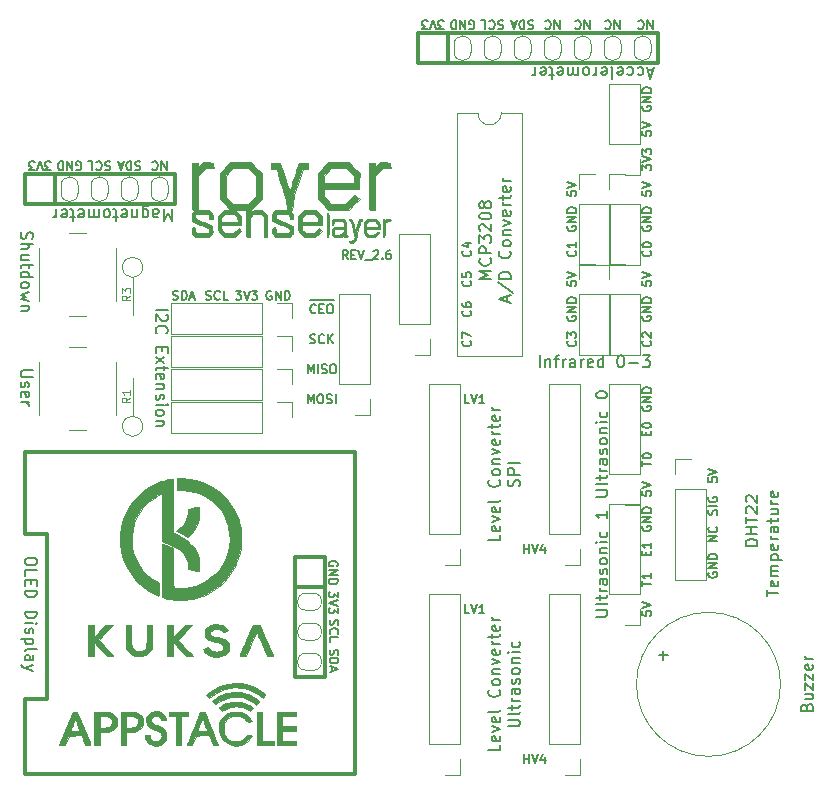
<source format=gto>
G04 #@! TF.FileFunction,Legend,Top*
%FSLAX46Y46*%
G04 Gerber Fmt 4.6, Leading zero omitted, Abs format (unit mm)*
G04 Created by KiCad (PCBNEW 4.0.5) date 11/28/17 13:52:21*
%MOMM*%
%LPD*%
G01*
G04 APERTURE LIST*
%ADD10C,0.100000*%
%ADD11C,0.150000*%
%ADD12C,0.187500*%
%ADD13C,0.200000*%
%ADD14C,0.010000*%
%ADD15C,0.120000*%
%ADD16C,0.300000*%
%ADD17C,0.304800*%
G04 APERTURE END LIST*
D10*
D11*
X165282571Y-120038571D02*
X165330190Y-119895714D01*
X165377810Y-119848095D01*
X165473048Y-119800476D01*
X165615905Y-119800476D01*
X165711143Y-119848095D01*
X165758762Y-119895714D01*
X165806381Y-119990952D01*
X165806381Y-120371905D01*
X164806381Y-120371905D01*
X164806381Y-120038571D01*
X164854000Y-119943333D01*
X164901619Y-119895714D01*
X164996857Y-119848095D01*
X165092095Y-119848095D01*
X165187333Y-119895714D01*
X165234952Y-119943333D01*
X165282571Y-120038571D01*
X165282571Y-120371905D01*
X165139714Y-118943333D02*
X165806381Y-118943333D01*
X165139714Y-119371905D02*
X165663524Y-119371905D01*
X165758762Y-119324286D01*
X165806381Y-119229048D01*
X165806381Y-119086190D01*
X165758762Y-118990952D01*
X165711143Y-118943333D01*
X165139714Y-118562381D02*
X165139714Y-118038571D01*
X165806381Y-118562381D01*
X165806381Y-118038571D01*
X165139714Y-117752857D02*
X165139714Y-117229047D01*
X165806381Y-117752857D01*
X165806381Y-117229047D01*
X165758762Y-116467142D02*
X165806381Y-116562380D01*
X165806381Y-116752857D01*
X165758762Y-116848095D01*
X165663524Y-116895714D01*
X165282571Y-116895714D01*
X165187333Y-116848095D01*
X165139714Y-116752857D01*
X165139714Y-116562380D01*
X165187333Y-116467142D01*
X165282571Y-116419523D01*
X165377810Y-116419523D01*
X165473048Y-116895714D01*
X165806381Y-115990952D02*
X165139714Y-115990952D01*
X165330190Y-115990952D02*
X165234952Y-115943333D01*
X165187333Y-115895714D01*
X165139714Y-115800476D01*
X165139714Y-115705237D01*
D12*
X146893286Y-61890714D02*
X146893286Y-62640714D01*
X146464714Y-61890714D01*
X146464714Y-62640714D01*
X145679000Y-61962143D02*
X145714714Y-61926429D01*
X145821857Y-61890714D01*
X145893286Y-61890714D01*
X146000429Y-61926429D01*
X146071857Y-61997857D01*
X146107572Y-62069286D01*
X146143286Y-62212143D01*
X146143286Y-62319286D01*
X146107572Y-62462143D01*
X146071857Y-62533571D01*
X146000429Y-62605000D01*
X145893286Y-62640714D01*
X145821857Y-62640714D01*
X145714714Y-62605000D01*
X145679000Y-62569286D01*
X152227286Y-61890714D02*
X152227286Y-62640714D01*
X151798714Y-61890714D01*
X151798714Y-62640714D01*
X151013000Y-61962143D02*
X151048714Y-61926429D01*
X151155857Y-61890714D01*
X151227286Y-61890714D01*
X151334429Y-61926429D01*
X151405857Y-61997857D01*
X151441572Y-62069286D01*
X151477286Y-62212143D01*
X151477286Y-62319286D01*
X151441572Y-62462143D01*
X151405857Y-62533571D01*
X151334429Y-62605000D01*
X151227286Y-62640714D01*
X151155857Y-62640714D01*
X151048714Y-62605000D01*
X151013000Y-62569286D01*
X149433286Y-61890714D02*
X149433286Y-62640714D01*
X149004714Y-61890714D01*
X149004714Y-62640714D01*
X148219000Y-61962143D02*
X148254714Y-61926429D01*
X148361857Y-61890714D01*
X148433286Y-61890714D01*
X148540429Y-61926429D01*
X148611857Y-61997857D01*
X148647572Y-62069286D01*
X148683286Y-62212143D01*
X148683286Y-62319286D01*
X148647572Y-62462143D01*
X148611857Y-62533571D01*
X148540429Y-62605000D01*
X148433286Y-62640714D01*
X148361857Y-62640714D01*
X148254714Y-62605000D01*
X148219000Y-62569286D01*
X144353286Y-61890714D02*
X144353286Y-62640714D01*
X143924714Y-61890714D01*
X143924714Y-62640714D01*
X143139000Y-61962143D02*
X143174714Y-61926429D01*
X143281857Y-61890714D01*
X143353286Y-61890714D01*
X143460429Y-61926429D01*
X143531857Y-61997857D01*
X143567572Y-62069286D01*
X143603286Y-62212143D01*
X143603286Y-62319286D01*
X143567572Y-62462143D01*
X143531857Y-62533571D01*
X143460429Y-62605000D01*
X143353286Y-62640714D01*
X143281857Y-62640714D01*
X143174714Y-62605000D01*
X143139000Y-62569286D01*
X111079286Y-73828714D02*
X111079286Y-74578714D01*
X110650714Y-73828714D01*
X110650714Y-74578714D01*
X109865000Y-73900143D02*
X109900714Y-73864429D01*
X110007857Y-73828714D01*
X110079286Y-73828714D01*
X110186429Y-73864429D01*
X110257857Y-73935857D01*
X110293572Y-74007286D01*
X110329286Y-74150143D01*
X110329286Y-74257286D01*
X110293572Y-74400143D01*
X110257857Y-74471571D01*
X110186429Y-74543000D01*
X110079286Y-74578714D01*
X110007857Y-74578714D01*
X109900714Y-74543000D01*
X109865000Y-74507286D01*
X106302857Y-73864429D02*
X106195714Y-73828714D01*
X106017143Y-73828714D01*
X105945714Y-73864429D01*
X105910000Y-73900143D01*
X105874285Y-73971571D01*
X105874285Y-74043000D01*
X105910000Y-74114429D01*
X105945714Y-74150143D01*
X106017143Y-74185857D01*
X106160000Y-74221571D01*
X106231428Y-74257286D01*
X106267143Y-74293000D01*
X106302857Y-74364429D01*
X106302857Y-74435857D01*
X106267143Y-74507286D01*
X106231428Y-74543000D01*
X106160000Y-74578714D01*
X105981428Y-74578714D01*
X105874285Y-74543000D01*
X105124285Y-73900143D02*
X105159999Y-73864429D01*
X105267142Y-73828714D01*
X105338571Y-73828714D01*
X105445714Y-73864429D01*
X105517142Y-73935857D01*
X105552857Y-74007286D01*
X105588571Y-74150143D01*
X105588571Y-74257286D01*
X105552857Y-74400143D01*
X105517142Y-74471571D01*
X105445714Y-74543000D01*
X105338571Y-74578714D01*
X105267142Y-74578714D01*
X105159999Y-74543000D01*
X105124285Y-74507286D01*
X104445714Y-73828714D02*
X104802857Y-73828714D01*
X104802857Y-74578714D01*
X108860714Y-73864429D02*
X108753571Y-73828714D01*
X108575000Y-73828714D01*
X108503571Y-73864429D01*
X108467857Y-73900143D01*
X108432142Y-73971571D01*
X108432142Y-74043000D01*
X108467857Y-74114429D01*
X108503571Y-74150143D01*
X108575000Y-74185857D01*
X108717857Y-74221571D01*
X108789285Y-74257286D01*
X108825000Y-74293000D01*
X108860714Y-74364429D01*
X108860714Y-74435857D01*
X108825000Y-74507286D01*
X108789285Y-74543000D01*
X108717857Y-74578714D01*
X108539285Y-74578714D01*
X108432142Y-74543000D01*
X108110714Y-73828714D02*
X108110714Y-74578714D01*
X107932142Y-74578714D01*
X107824999Y-74543000D01*
X107753571Y-74471571D01*
X107717856Y-74400143D01*
X107682142Y-74257286D01*
X107682142Y-74150143D01*
X107717856Y-74007286D01*
X107753571Y-73935857D01*
X107824999Y-73864429D01*
X107932142Y-73828714D01*
X108110714Y-73828714D01*
X107396428Y-74043000D02*
X107039285Y-74043000D01*
X107467856Y-73828714D02*
X107217856Y-74578714D01*
X106967856Y-73828714D01*
X101258571Y-74578714D02*
X100794285Y-74578714D01*
X101044285Y-74293000D01*
X100937143Y-74293000D01*
X100865714Y-74257286D01*
X100830000Y-74221571D01*
X100794285Y-74150143D01*
X100794285Y-73971571D01*
X100830000Y-73900143D01*
X100865714Y-73864429D01*
X100937143Y-73828714D01*
X101151428Y-73828714D01*
X101222857Y-73864429D01*
X101258571Y-73900143D01*
X100579999Y-74578714D02*
X100329999Y-73828714D01*
X100079999Y-74578714D01*
X99901428Y-74578714D02*
X99437142Y-74578714D01*
X99687142Y-74293000D01*
X99580000Y-74293000D01*
X99508571Y-74257286D01*
X99472857Y-74221571D01*
X99437142Y-74150143D01*
X99437142Y-73971571D01*
X99472857Y-73900143D01*
X99508571Y-73864429D01*
X99580000Y-73828714D01*
X99794285Y-73828714D01*
X99865714Y-73864429D01*
X99901428Y-73900143D01*
X103441428Y-74543000D02*
X103512857Y-74578714D01*
X103620000Y-74578714D01*
X103727143Y-74543000D01*
X103798571Y-74471571D01*
X103834286Y-74400143D01*
X103870000Y-74257286D01*
X103870000Y-74150143D01*
X103834286Y-74007286D01*
X103798571Y-73935857D01*
X103727143Y-73864429D01*
X103620000Y-73828714D01*
X103548571Y-73828714D01*
X103441428Y-73864429D01*
X103405714Y-73900143D01*
X103405714Y-74150143D01*
X103548571Y-74150143D01*
X103084286Y-73828714D02*
X103084286Y-74578714D01*
X102655714Y-73828714D01*
X102655714Y-74578714D01*
X102298572Y-73828714D02*
X102298572Y-74578714D01*
X102120000Y-74578714D01*
X102012857Y-74543000D01*
X101941429Y-74471571D01*
X101905714Y-74400143D01*
X101870000Y-74257286D01*
X101870000Y-74150143D01*
X101905714Y-74007286D01*
X101941429Y-73935857D01*
X102012857Y-73864429D01*
X102120000Y-73828714D01*
X102298572Y-73828714D01*
X114423143Y-85520571D02*
X114530286Y-85556286D01*
X114708857Y-85556286D01*
X114780286Y-85520571D01*
X114816000Y-85484857D01*
X114851715Y-85413429D01*
X114851715Y-85342000D01*
X114816000Y-85270571D01*
X114780286Y-85234857D01*
X114708857Y-85199143D01*
X114566000Y-85163429D01*
X114494572Y-85127714D01*
X114458857Y-85092000D01*
X114423143Y-85020571D01*
X114423143Y-84949143D01*
X114458857Y-84877714D01*
X114494572Y-84842000D01*
X114566000Y-84806286D01*
X114744572Y-84806286D01*
X114851715Y-84842000D01*
X115601715Y-85484857D02*
X115566001Y-85520571D01*
X115458858Y-85556286D01*
X115387429Y-85556286D01*
X115280286Y-85520571D01*
X115208858Y-85449143D01*
X115173143Y-85377714D01*
X115137429Y-85234857D01*
X115137429Y-85127714D01*
X115173143Y-84984857D01*
X115208858Y-84913429D01*
X115280286Y-84842000D01*
X115387429Y-84806286D01*
X115458858Y-84806286D01*
X115566001Y-84842000D01*
X115601715Y-84877714D01*
X116280286Y-85556286D02*
X115923143Y-85556286D01*
X115923143Y-84806286D01*
X111611286Y-85520571D02*
X111718429Y-85556286D01*
X111897000Y-85556286D01*
X111968429Y-85520571D01*
X112004143Y-85484857D01*
X112039858Y-85413429D01*
X112039858Y-85342000D01*
X112004143Y-85270571D01*
X111968429Y-85234857D01*
X111897000Y-85199143D01*
X111754143Y-85163429D01*
X111682715Y-85127714D01*
X111647000Y-85092000D01*
X111611286Y-85020571D01*
X111611286Y-84949143D01*
X111647000Y-84877714D01*
X111682715Y-84842000D01*
X111754143Y-84806286D01*
X111932715Y-84806286D01*
X112039858Y-84842000D01*
X112361286Y-85556286D02*
X112361286Y-84806286D01*
X112539858Y-84806286D01*
X112647001Y-84842000D01*
X112718429Y-84913429D01*
X112754144Y-84984857D01*
X112789858Y-85127714D01*
X112789858Y-85234857D01*
X112754144Y-85377714D01*
X112718429Y-85449143D01*
X112647001Y-85520571D01*
X112539858Y-85556286D01*
X112361286Y-85556286D01*
X113075572Y-85342000D02*
X113432715Y-85342000D01*
X113004144Y-85556286D02*
X113254144Y-84806286D01*
X113504144Y-85556286D01*
X116927429Y-84806286D02*
X117391715Y-84806286D01*
X117141715Y-85092000D01*
X117248857Y-85092000D01*
X117320286Y-85127714D01*
X117356000Y-85163429D01*
X117391715Y-85234857D01*
X117391715Y-85413429D01*
X117356000Y-85484857D01*
X117320286Y-85520571D01*
X117248857Y-85556286D01*
X117034572Y-85556286D01*
X116963143Y-85520571D01*
X116927429Y-85484857D01*
X117606001Y-84806286D02*
X117856001Y-85556286D01*
X118106001Y-84806286D01*
X118284572Y-84806286D02*
X118748858Y-84806286D01*
X118498858Y-85092000D01*
X118606000Y-85092000D01*
X118677429Y-85127714D01*
X118713143Y-85163429D01*
X118748858Y-85234857D01*
X118748858Y-85413429D01*
X118713143Y-85484857D01*
X118677429Y-85520571D01*
X118606000Y-85556286D01*
X118391715Y-85556286D01*
X118320286Y-85520571D01*
X118284572Y-85484857D01*
X119951572Y-84842000D02*
X119880143Y-84806286D01*
X119773000Y-84806286D01*
X119665857Y-84842000D01*
X119594429Y-84913429D01*
X119558714Y-84984857D01*
X119523000Y-85127714D01*
X119523000Y-85234857D01*
X119558714Y-85377714D01*
X119594429Y-85449143D01*
X119665857Y-85520571D01*
X119773000Y-85556286D01*
X119844429Y-85556286D01*
X119951572Y-85520571D01*
X119987286Y-85484857D01*
X119987286Y-85234857D01*
X119844429Y-85234857D01*
X120308714Y-85556286D02*
X120308714Y-84806286D01*
X120737286Y-85556286D01*
X120737286Y-84806286D01*
X121094428Y-85556286D02*
X121094428Y-84806286D01*
X121273000Y-84806286D01*
X121380143Y-84842000D01*
X121451571Y-84913429D01*
X121487286Y-84984857D01*
X121523000Y-85127714D01*
X121523000Y-85234857D01*
X121487286Y-85377714D01*
X121451571Y-85449143D01*
X121380143Y-85520571D01*
X121273000Y-85556286D01*
X121094428Y-85556286D01*
D11*
X161885381Y-110672001D02*
X161885381Y-110100572D01*
X162885381Y-110386287D02*
X161885381Y-110386287D01*
X162837762Y-109386286D02*
X162885381Y-109481524D01*
X162885381Y-109672001D01*
X162837762Y-109767239D01*
X162742524Y-109814858D01*
X162361571Y-109814858D01*
X162266333Y-109767239D01*
X162218714Y-109672001D01*
X162218714Y-109481524D01*
X162266333Y-109386286D01*
X162361571Y-109338667D01*
X162456810Y-109338667D01*
X162552048Y-109814858D01*
X162885381Y-108910096D02*
X162218714Y-108910096D01*
X162313952Y-108910096D02*
X162266333Y-108862477D01*
X162218714Y-108767239D01*
X162218714Y-108624381D01*
X162266333Y-108529143D01*
X162361571Y-108481524D01*
X162885381Y-108481524D01*
X162361571Y-108481524D02*
X162266333Y-108433905D01*
X162218714Y-108338667D01*
X162218714Y-108195810D01*
X162266333Y-108100572D01*
X162361571Y-108052953D01*
X162885381Y-108052953D01*
X162218714Y-107576763D02*
X163218714Y-107576763D01*
X162266333Y-107576763D02*
X162218714Y-107481525D01*
X162218714Y-107291048D01*
X162266333Y-107195810D01*
X162313952Y-107148191D01*
X162409190Y-107100572D01*
X162694905Y-107100572D01*
X162790143Y-107148191D01*
X162837762Y-107195810D01*
X162885381Y-107291048D01*
X162885381Y-107481525D01*
X162837762Y-107576763D01*
X162837762Y-106291048D02*
X162885381Y-106386286D01*
X162885381Y-106576763D01*
X162837762Y-106672001D01*
X162742524Y-106719620D01*
X162361571Y-106719620D01*
X162266333Y-106672001D01*
X162218714Y-106576763D01*
X162218714Y-106386286D01*
X162266333Y-106291048D01*
X162361571Y-106243429D01*
X162456810Y-106243429D01*
X162552048Y-106719620D01*
X162885381Y-105814858D02*
X162218714Y-105814858D01*
X162409190Y-105814858D02*
X162313952Y-105767239D01*
X162266333Y-105719620D01*
X162218714Y-105624382D01*
X162218714Y-105529143D01*
X162885381Y-104767238D02*
X162361571Y-104767238D01*
X162266333Y-104814857D01*
X162218714Y-104910095D01*
X162218714Y-105100572D01*
X162266333Y-105195810D01*
X162837762Y-104767238D02*
X162885381Y-104862476D01*
X162885381Y-105100572D01*
X162837762Y-105195810D01*
X162742524Y-105243429D01*
X162647286Y-105243429D01*
X162552048Y-105195810D01*
X162504429Y-105100572D01*
X162504429Y-104862476D01*
X162456810Y-104767238D01*
X162218714Y-104433905D02*
X162218714Y-104052953D01*
X161885381Y-104291048D02*
X162742524Y-104291048D01*
X162837762Y-104243429D01*
X162885381Y-104148191D01*
X162885381Y-104052953D01*
X162218714Y-103291047D02*
X162885381Y-103291047D01*
X162218714Y-103719619D02*
X162742524Y-103719619D01*
X162837762Y-103672000D01*
X162885381Y-103576762D01*
X162885381Y-103433904D01*
X162837762Y-103338666D01*
X162790143Y-103291047D01*
X162885381Y-102814857D02*
X162218714Y-102814857D01*
X162409190Y-102814857D02*
X162313952Y-102767238D01*
X162266333Y-102719619D01*
X162218714Y-102624381D01*
X162218714Y-102529142D01*
X162837762Y-101814856D02*
X162885381Y-101910094D01*
X162885381Y-102100571D01*
X162837762Y-102195809D01*
X162742524Y-102243428D01*
X162361571Y-102243428D01*
X162266333Y-102195809D01*
X162218714Y-102100571D01*
X162218714Y-101910094D01*
X162266333Y-101814856D01*
X162361571Y-101767237D01*
X162456810Y-101767237D01*
X162552048Y-102243428D01*
D12*
X124918429Y-115167286D02*
X124882714Y-115274429D01*
X124882714Y-115453000D01*
X124918429Y-115524429D01*
X124954143Y-115560143D01*
X125025571Y-115595858D01*
X125097000Y-115595858D01*
X125168429Y-115560143D01*
X125204143Y-115524429D01*
X125239857Y-115453000D01*
X125275571Y-115310143D01*
X125311286Y-115238715D01*
X125347000Y-115203000D01*
X125418429Y-115167286D01*
X125489857Y-115167286D01*
X125561286Y-115203000D01*
X125597000Y-115238715D01*
X125632714Y-115310143D01*
X125632714Y-115488715D01*
X125597000Y-115595858D01*
X124882714Y-115917286D02*
X125632714Y-115917286D01*
X125632714Y-116095858D01*
X125597000Y-116203001D01*
X125525571Y-116274429D01*
X125454143Y-116310144D01*
X125311286Y-116345858D01*
X125204143Y-116345858D01*
X125061286Y-116310144D01*
X124989857Y-116274429D01*
X124918429Y-116203001D01*
X124882714Y-116095858D01*
X124882714Y-115917286D01*
X125097000Y-116631572D02*
X125097000Y-116988715D01*
X124882714Y-116560144D02*
X125632714Y-116810144D01*
X124882714Y-117060144D01*
X124918429Y-112645143D02*
X124882714Y-112752286D01*
X124882714Y-112930857D01*
X124918429Y-113002286D01*
X124954143Y-113038000D01*
X125025571Y-113073715D01*
X125097000Y-113073715D01*
X125168429Y-113038000D01*
X125204143Y-113002286D01*
X125239857Y-112930857D01*
X125275571Y-112788000D01*
X125311286Y-112716572D01*
X125347000Y-112680857D01*
X125418429Y-112645143D01*
X125489857Y-112645143D01*
X125561286Y-112680857D01*
X125597000Y-112716572D01*
X125632714Y-112788000D01*
X125632714Y-112966572D01*
X125597000Y-113073715D01*
X124954143Y-113823715D02*
X124918429Y-113788001D01*
X124882714Y-113680858D01*
X124882714Y-113609429D01*
X124918429Y-113502286D01*
X124989857Y-113430858D01*
X125061286Y-113395143D01*
X125204143Y-113359429D01*
X125311286Y-113359429D01*
X125454143Y-113395143D01*
X125525571Y-113430858D01*
X125597000Y-113502286D01*
X125632714Y-113609429D01*
X125632714Y-113680858D01*
X125597000Y-113788001D01*
X125561286Y-113823715D01*
X124882714Y-114502286D02*
X124882714Y-114145143D01*
X125632714Y-114145143D01*
X125569214Y-110259929D02*
X125569214Y-110724215D01*
X125283500Y-110474215D01*
X125283500Y-110581357D01*
X125247786Y-110652786D01*
X125212071Y-110688500D01*
X125140643Y-110724215D01*
X124962071Y-110724215D01*
X124890643Y-110688500D01*
X124854929Y-110652786D01*
X124819214Y-110581357D01*
X124819214Y-110367072D01*
X124854929Y-110295643D01*
X124890643Y-110259929D01*
X125569214Y-110938501D02*
X124819214Y-111188501D01*
X125569214Y-111438501D01*
X125569214Y-111617072D02*
X125569214Y-112081358D01*
X125283500Y-111831358D01*
X125283500Y-111938500D01*
X125247786Y-112009929D01*
X125212071Y-112045643D01*
X125140643Y-112081358D01*
X124962071Y-112081358D01*
X124890643Y-112045643D01*
X124854929Y-112009929D01*
X124819214Y-111938500D01*
X124819214Y-111724215D01*
X124854929Y-111652786D01*
X124890643Y-111617072D01*
X125533500Y-108077072D02*
X125569214Y-108005643D01*
X125569214Y-107898500D01*
X125533500Y-107791357D01*
X125462071Y-107719929D01*
X125390643Y-107684214D01*
X125247786Y-107648500D01*
X125140643Y-107648500D01*
X124997786Y-107684214D01*
X124926357Y-107719929D01*
X124854929Y-107791357D01*
X124819214Y-107898500D01*
X124819214Y-107969929D01*
X124854929Y-108077072D01*
X124890643Y-108112786D01*
X125140643Y-108112786D01*
X125140643Y-107969929D01*
X124819214Y-108434214D02*
X125569214Y-108434214D01*
X124819214Y-108862786D01*
X125569214Y-108862786D01*
X124819214Y-109219928D02*
X125569214Y-109219928D01*
X125569214Y-109398500D01*
X125533500Y-109505643D01*
X125462071Y-109577071D01*
X125390643Y-109612786D01*
X125247786Y-109648500D01*
X125140643Y-109648500D01*
X124997786Y-109612786D01*
X124926357Y-109577071D01*
X124854929Y-109505643D01*
X124819214Y-109398500D01*
X124819214Y-109219928D01*
X125533500Y-108077072D02*
X125569214Y-108005643D01*
X125569214Y-107898500D01*
X125533500Y-107791357D01*
X125462071Y-107719929D01*
X125390643Y-107684214D01*
X125247786Y-107648500D01*
X125140643Y-107648500D01*
X124997786Y-107684214D01*
X124926357Y-107719929D01*
X124854929Y-107791357D01*
X124819214Y-107898500D01*
X124819214Y-107969929D01*
X124854929Y-108077072D01*
X124890643Y-108112786D01*
X125140643Y-108112786D01*
X125140643Y-107969929D01*
X124819214Y-108434214D02*
X125569214Y-108434214D01*
X124819214Y-108862786D01*
X125569214Y-108862786D01*
X124819214Y-109219928D02*
X125569214Y-109219928D01*
X125569214Y-109398500D01*
X125533500Y-109505643D01*
X125462071Y-109577071D01*
X125390643Y-109612786D01*
X125247786Y-109648500D01*
X125140643Y-109648500D01*
X124997786Y-109612786D01*
X124926357Y-109577071D01*
X124854929Y-109505643D01*
X124819214Y-109398500D01*
X124819214Y-109219928D01*
X125569214Y-110259929D02*
X125569214Y-110724215D01*
X125283500Y-110474215D01*
X125283500Y-110581357D01*
X125247786Y-110652786D01*
X125212071Y-110688500D01*
X125140643Y-110724215D01*
X124962071Y-110724215D01*
X124890643Y-110688500D01*
X124854929Y-110652786D01*
X124819214Y-110581357D01*
X124819214Y-110367072D01*
X124854929Y-110295643D01*
X124890643Y-110259929D01*
X125569214Y-110938501D02*
X124819214Y-111188501D01*
X125569214Y-111438501D01*
X125569214Y-111617072D02*
X125569214Y-112081358D01*
X125283500Y-111831358D01*
X125283500Y-111938500D01*
X125247786Y-112009929D01*
X125212071Y-112045643D01*
X125140643Y-112081358D01*
X124962071Y-112081358D01*
X124890643Y-112045643D01*
X124854929Y-112009929D01*
X124819214Y-111938500D01*
X124819214Y-111724215D01*
X124854929Y-111652786D01*
X124890643Y-111617072D01*
X125569214Y-110259929D02*
X125569214Y-110724215D01*
X125283500Y-110474215D01*
X125283500Y-110581357D01*
X125247786Y-110652786D01*
X125212071Y-110688500D01*
X125140643Y-110724215D01*
X124962071Y-110724215D01*
X124890643Y-110688500D01*
X124854929Y-110652786D01*
X124819214Y-110581357D01*
X124819214Y-110367072D01*
X124854929Y-110295643D01*
X124890643Y-110259929D01*
X125569214Y-110938501D02*
X124819214Y-111188501D01*
X125569214Y-111438501D01*
X125569214Y-111617072D02*
X125569214Y-112081358D01*
X125283500Y-111831358D01*
X125283500Y-111938500D01*
X125247786Y-112009929D01*
X125212071Y-112045643D01*
X125140643Y-112081358D01*
X124962071Y-112081358D01*
X124890643Y-112045643D01*
X124854929Y-112009929D01*
X124819214Y-111938500D01*
X124819214Y-111724215D01*
X124854929Y-111652786D01*
X124890643Y-111617072D01*
X125533500Y-108077072D02*
X125569214Y-108005643D01*
X125569214Y-107898500D01*
X125533500Y-107791357D01*
X125462071Y-107719929D01*
X125390643Y-107684214D01*
X125247786Y-107648500D01*
X125140643Y-107648500D01*
X124997786Y-107684214D01*
X124926357Y-107719929D01*
X124854929Y-107791357D01*
X124819214Y-107898500D01*
X124819214Y-107969929D01*
X124854929Y-108077072D01*
X124890643Y-108112786D01*
X125140643Y-108112786D01*
X125140643Y-107969929D01*
X124819214Y-108434214D02*
X125569214Y-108434214D01*
X124819214Y-108862786D01*
X125569214Y-108862786D01*
X124819214Y-109219928D02*
X125569214Y-109219928D01*
X125569214Y-109398500D01*
X125533500Y-109505643D01*
X125462071Y-109577071D01*
X125390643Y-109612786D01*
X125247786Y-109648500D01*
X125140643Y-109648500D01*
X124997786Y-109612786D01*
X124926357Y-109577071D01*
X124854929Y-109505643D01*
X124819214Y-109398500D01*
X124819214Y-109219928D01*
X125533500Y-108077072D02*
X125569214Y-108005643D01*
X125569214Y-107898500D01*
X125533500Y-107791357D01*
X125462071Y-107719929D01*
X125390643Y-107684214D01*
X125247786Y-107648500D01*
X125140643Y-107648500D01*
X124997786Y-107684214D01*
X124926357Y-107719929D01*
X124854929Y-107791357D01*
X124819214Y-107898500D01*
X124819214Y-107969929D01*
X124854929Y-108077072D01*
X124890643Y-108112786D01*
X125140643Y-108112786D01*
X125140643Y-107969929D01*
X124819214Y-108434214D02*
X125569214Y-108434214D01*
X124819214Y-108862786D01*
X125569214Y-108862786D01*
X124819214Y-109219928D02*
X125569214Y-109219928D01*
X125569214Y-109398500D01*
X125533500Y-109505643D01*
X125462071Y-109577071D01*
X125390643Y-109612786D01*
X125247786Y-109648500D01*
X125140643Y-109648500D01*
X124997786Y-109612786D01*
X124926357Y-109577071D01*
X124854929Y-109505643D01*
X124819214Y-109398500D01*
X124819214Y-109219928D01*
X125569214Y-110259929D02*
X125569214Y-110724215D01*
X125283500Y-110474215D01*
X125283500Y-110581357D01*
X125247786Y-110652786D01*
X125212071Y-110688500D01*
X125140643Y-110724215D01*
X124962071Y-110724215D01*
X124890643Y-110688500D01*
X124854929Y-110652786D01*
X124819214Y-110581357D01*
X124819214Y-110367072D01*
X124854929Y-110295643D01*
X124890643Y-110259929D01*
X125569214Y-110938501D02*
X124819214Y-111188501D01*
X125569214Y-111438501D01*
X125569214Y-111617072D02*
X125569214Y-112081358D01*
X125283500Y-111831358D01*
X125283500Y-111938500D01*
X125247786Y-112009929D01*
X125212071Y-112045643D01*
X125140643Y-112081358D01*
X124962071Y-112081358D01*
X124890643Y-112045643D01*
X124854929Y-112009929D01*
X124819214Y-111938500D01*
X124819214Y-111724215D01*
X124854929Y-111652786D01*
X124890643Y-111617072D01*
D11*
X100115619Y-107617190D02*
X100115619Y-107807667D01*
X100068000Y-107902905D01*
X99972762Y-107998143D01*
X99782286Y-108045762D01*
X99448952Y-108045762D01*
X99258476Y-107998143D01*
X99163238Y-107902905D01*
X99115619Y-107807667D01*
X99115619Y-107617190D01*
X99163238Y-107521952D01*
X99258476Y-107426714D01*
X99448952Y-107379095D01*
X99782286Y-107379095D01*
X99972762Y-107426714D01*
X100068000Y-107521952D01*
X100115619Y-107617190D01*
X99115619Y-108950524D02*
X99115619Y-108474333D01*
X100115619Y-108474333D01*
X99639429Y-109283857D02*
X99639429Y-109617191D01*
X99115619Y-109760048D02*
X99115619Y-109283857D01*
X100115619Y-109283857D01*
X100115619Y-109760048D01*
X99115619Y-110188619D02*
X100115619Y-110188619D01*
X100115619Y-110426714D01*
X100068000Y-110569572D01*
X99972762Y-110664810D01*
X99877524Y-110712429D01*
X99687048Y-110760048D01*
X99544190Y-110760048D01*
X99353714Y-110712429D01*
X99258476Y-110664810D01*
X99163238Y-110569572D01*
X99115619Y-110426714D01*
X99115619Y-110188619D01*
X99115619Y-111950524D02*
X100115619Y-111950524D01*
X100115619Y-112188619D01*
X100068000Y-112331477D01*
X99972762Y-112426715D01*
X99877524Y-112474334D01*
X99687048Y-112521953D01*
X99544190Y-112521953D01*
X99353714Y-112474334D01*
X99258476Y-112426715D01*
X99163238Y-112331477D01*
X99115619Y-112188619D01*
X99115619Y-111950524D01*
X99115619Y-112950524D02*
X99782286Y-112950524D01*
X100115619Y-112950524D02*
X100068000Y-112902905D01*
X100020381Y-112950524D01*
X100068000Y-112998143D01*
X100115619Y-112950524D01*
X100020381Y-112950524D01*
X99163238Y-113379095D02*
X99115619Y-113474333D01*
X99115619Y-113664809D01*
X99163238Y-113760048D01*
X99258476Y-113807667D01*
X99306095Y-113807667D01*
X99401333Y-113760048D01*
X99448952Y-113664809D01*
X99448952Y-113521952D01*
X99496571Y-113426714D01*
X99591810Y-113379095D01*
X99639429Y-113379095D01*
X99734667Y-113426714D01*
X99782286Y-113521952D01*
X99782286Y-113664809D01*
X99734667Y-113760048D01*
X99782286Y-114236238D02*
X98782286Y-114236238D01*
X99734667Y-114236238D02*
X99782286Y-114331476D01*
X99782286Y-114521953D01*
X99734667Y-114617191D01*
X99687048Y-114664810D01*
X99591810Y-114712429D01*
X99306095Y-114712429D01*
X99210857Y-114664810D01*
X99163238Y-114617191D01*
X99115619Y-114521953D01*
X99115619Y-114331476D01*
X99163238Y-114236238D01*
X99115619Y-115283857D02*
X99163238Y-115188619D01*
X99258476Y-115141000D01*
X100115619Y-115141000D01*
X99115619Y-116093382D02*
X99639429Y-116093382D01*
X99734667Y-116045763D01*
X99782286Y-115950525D01*
X99782286Y-115760048D01*
X99734667Y-115664810D01*
X99163238Y-116093382D02*
X99115619Y-115998144D01*
X99115619Y-115760048D01*
X99163238Y-115664810D01*
X99258476Y-115617191D01*
X99353714Y-115617191D01*
X99448952Y-115664810D01*
X99496571Y-115760048D01*
X99496571Y-115998144D01*
X99544190Y-116093382D01*
X99782286Y-116474334D02*
X99115619Y-116712429D01*
X99782286Y-116950525D02*
X99115619Y-116712429D01*
X98877524Y-116617191D01*
X98829905Y-116569572D01*
X98782286Y-116474334D01*
X110164619Y-86384428D02*
X111164619Y-86384428D01*
X111069381Y-86812999D02*
X111117000Y-86860618D01*
X111164619Y-86955856D01*
X111164619Y-87193952D01*
X111117000Y-87289190D01*
X111069381Y-87336809D01*
X110974143Y-87384428D01*
X110878905Y-87384428D01*
X110736048Y-87336809D01*
X110164619Y-86765380D01*
X110164619Y-87384428D01*
X110259857Y-88384428D02*
X110212238Y-88336809D01*
X110164619Y-88193952D01*
X110164619Y-88098714D01*
X110212238Y-87955856D01*
X110307476Y-87860618D01*
X110402714Y-87812999D01*
X110593190Y-87765380D01*
X110736048Y-87765380D01*
X110926524Y-87812999D01*
X111021762Y-87860618D01*
X111117000Y-87955856D01*
X111164619Y-88098714D01*
X111164619Y-88193952D01*
X111117000Y-88336809D01*
X111069381Y-88384428D01*
X110688429Y-89574904D02*
X110688429Y-89908238D01*
X110164619Y-90051095D02*
X110164619Y-89574904D01*
X111164619Y-89574904D01*
X111164619Y-90051095D01*
X110164619Y-90384428D02*
X110831286Y-90908238D01*
X110831286Y-90384428D02*
X110164619Y-90908238D01*
X110831286Y-91146333D02*
X110831286Y-91527285D01*
X111164619Y-91289190D02*
X110307476Y-91289190D01*
X110212238Y-91336809D01*
X110164619Y-91432047D01*
X110164619Y-91527285D01*
X110212238Y-92241572D02*
X110164619Y-92146334D01*
X110164619Y-91955857D01*
X110212238Y-91860619D01*
X110307476Y-91813000D01*
X110688429Y-91813000D01*
X110783667Y-91860619D01*
X110831286Y-91955857D01*
X110831286Y-92146334D01*
X110783667Y-92241572D01*
X110688429Y-92289191D01*
X110593190Y-92289191D01*
X110497952Y-91813000D01*
X110831286Y-92717762D02*
X110164619Y-92717762D01*
X110736048Y-92717762D02*
X110783667Y-92765381D01*
X110831286Y-92860619D01*
X110831286Y-93003477D01*
X110783667Y-93098715D01*
X110688429Y-93146334D01*
X110164619Y-93146334D01*
X110212238Y-93574905D02*
X110164619Y-93670143D01*
X110164619Y-93860619D01*
X110212238Y-93955858D01*
X110307476Y-94003477D01*
X110355095Y-94003477D01*
X110450333Y-93955858D01*
X110497952Y-93860619D01*
X110497952Y-93717762D01*
X110545571Y-93622524D01*
X110640810Y-93574905D01*
X110688429Y-93574905D01*
X110783667Y-93622524D01*
X110831286Y-93717762D01*
X110831286Y-93860619D01*
X110783667Y-93955858D01*
X110164619Y-94432048D02*
X110831286Y-94432048D01*
X111164619Y-94432048D02*
X111117000Y-94384429D01*
X111069381Y-94432048D01*
X111117000Y-94479667D01*
X111164619Y-94432048D01*
X111069381Y-94432048D01*
X110164619Y-95051095D02*
X110212238Y-94955857D01*
X110259857Y-94908238D01*
X110355095Y-94860619D01*
X110640810Y-94860619D01*
X110736048Y-94908238D01*
X110783667Y-94955857D01*
X110831286Y-95051095D01*
X110831286Y-95193953D01*
X110783667Y-95289191D01*
X110736048Y-95336810D01*
X110640810Y-95384429D01*
X110355095Y-95384429D01*
X110259857Y-95336810D01*
X110212238Y-95289191D01*
X110164619Y-95193953D01*
X110164619Y-95051095D01*
X110831286Y-95813000D02*
X110164619Y-95813000D01*
X110736048Y-95813000D02*
X110783667Y-95860619D01*
X110831286Y-95955857D01*
X110831286Y-96098715D01*
X110783667Y-96193953D01*
X110688429Y-96241572D01*
X110164619Y-96241572D01*
X161107381Y-106386048D02*
X160107381Y-106386048D01*
X160107381Y-106147953D01*
X160155000Y-106005095D01*
X160250238Y-105909857D01*
X160345476Y-105862238D01*
X160535952Y-105814619D01*
X160678810Y-105814619D01*
X160869286Y-105862238D01*
X160964524Y-105909857D01*
X161059762Y-106005095D01*
X161107381Y-106147953D01*
X161107381Y-106386048D01*
X161107381Y-105386048D02*
X160107381Y-105386048D01*
X160583571Y-105386048D02*
X160583571Y-104814619D01*
X161107381Y-104814619D02*
X160107381Y-104814619D01*
X160107381Y-104481286D02*
X160107381Y-103909857D01*
X161107381Y-104195572D02*
X160107381Y-104195572D01*
X160202619Y-103624143D02*
X160155000Y-103576524D01*
X160107381Y-103481286D01*
X160107381Y-103243190D01*
X160155000Y-103147952D01*
X160202619Y-103100333D01*
X160297857Y-103052714D01*
X160393095Y-103052714D01*
X160535952Y-103100333D01*
X161107381Y-103671762D01*
X161107381Y-103052714D01*
X160202619Y-102671762D02*
X160155000Y-102624143D01*
X160107381Y-102528905D01*
X160107381Y-102290809D01*
X160155000Y-102195571D01*
X160202619Y-102147952D01*
X160297857Y-102100333D01*
X160393095Y-102100333D01*
X160535952Y-102147952D01*
X161107381Y-102719381D01*
X161107381Y-102100333D01*
D12*
X157692286Y-105999286D02*
X156942286Y-105999286D01*
X157692286Y-105570714D01*
X156942286Y-105570714D01*
X157620857Y-104785000D02*
X157656571Y-104820714D01*
X157692286Y-104927857D01*
X157692286Y-104999286D01*
X157656571Y-105106429D01*
X157585143Y-105177857D01*
X157513714Y-105213572D01*
X157370857Y-105249286D01*
X157263714Y-105249286D01*
X157120857Y-105213572D01*
X157049429Y-105177857D01*
X156978000Y-105106429D01*
X156942286Y-104999286D01*
X156942286Y-104927857D01*
X156978000Y-104820714D01*
X157013714Y-104785000D01*
X157656571Y-103764857D02*
X157692286Y-103657714D01*
X157692286Y-103479143D01*
X157656571Y-103407714D01*
X157620857Y-103372000D01*
X157549429Y-103336285D01*
X157478000Y-103336285D01*
X157406571Y-103372000D01*
X157370857Y-103407714D01*
X157335143Y-103479143D01*
X157299429Y-103622000D01*
X157263714Y-103693428D01*
X157228000Y-103729143D01*
X157156571Y-103764857D01*
X157085143Y-103764857D01*
X157013714Y-103729143D01*
X156978000Y-103693428D01*
X156942286Y-103622000D01*
X156942286Y-103443428D01*
X156978000Y-103336285D01*
X157692286Y-103014857D02*
X156942286Y-103014857D01*
X156978000Y-102264856D02*
X156942286Y-102336285D01*
X156942286Y-102443428D01*
X156978000Y-102550571D01*
X157049429Y-102621999D01*
X157120857Y-102657714D01*
X157263714Y-102693428D01*
X157370857Y-102693428D01*
X157513714Y-102657714D01*
X157585143Y-102621999D01*
X157656571Y-102550571D01*
X157692286Y-102443428D01*
X157692286Y-102371999D01*
X157656571Y-102264856D01*
X157620857Y-102229142D01*
X157370857Y-102229142D01*
X157370857Y-102371999D01*
X156942286Y-100599857D02*
X156942286Y-100957000D01*
X157299429Y-100992714D01*
X157263714Y-100957000D01*
X157228000Y-100885571D01*
X157228000Y-100707000D01*
X157263714Y-100635571D01*
X157299429Y-100599857D01*
X157370857Y-100564142D01*
X157549429Y-100564142D01*
X157620857Y-100599857D01*
X157656571Y-100635571D01*
X157692286Y-100707000D01*
X157692286Y-100885571D01*
X157656571Y-100957000D01*
X157620857Y-100992714D01*
X156942286Y-100349856D02*
X157692286Y-100099856D01*
X156942286Y-99849856D01*
X156978000Y-108648428D02*
X156942286Y-108719857D01*
X156942286Y-108827000D01*
X156978000Y-108934143D01*
X157049429Y-109005571D01*
X157120857Y-109041286D01*
X157263714Y-109077000D01*
X157370857Y-109077000D01*
X157513714Y-109041286D01*
X157585143Y-109005571D01*
X157656571Y-108934143D01*
X157692286Y-108827000D01*
X157692286Y-108755571D01*
X157656571Y-108648428D01*
X157620857Y-108612714D01*
X157370857Y-108612714D01*
X157370857Y-108755571D01*
X157692286Y-108291286D02*
X156942286Y-108291286D01*
X157692286Y-107862714D01*
X156942286Y-107862714D01*
X157692286Y-107505572D02*
X156942286Y-107505572D01*
X156942286Y-107327000D01*
X156978000Y-107219857D01*
X157049429Y-107148429D01*
X157120857Y-107112714D01*
X157263714Y-107077000D01*
X157370857Y-107077000D01*
X157513714Y-107112714D01*
X157585143Y-107148429D01*
X157656571Y-107219857D01*
X157692286Y-107327000D01*
X157692286Y-107505572D01*
X119951572Y-84842000D02*
X119880143Y-84806286D01*
X119773000Y-84806286D01*
X119665857Y-84842000D01*
X119594429Y-84913429D01*
X119558714Y-84984857D01*
X119523000Y-85127714D01*
X119523000Y-85234857D01*
X119558714Y-85377714D01*
X119594429Y-85449143D01*
X119665857Y-85520571D01*
X119773000Y-85556286D01*
X119844429Y-85556286D01*
X119951572Y-85520571D01*
X119987286Y-85484857D01*
X119987286Y-85234857D01*
X119844429Y-85234857D01*
X120308714Y-85556286D02*
X120308714Y-84806286D01*
X120737286Y-85556286D01*
X120737286Y-84806286D01*
X121094428Y-85556286D02*
X121094428Y-84806286D01*
X121273000Y-84806286D01*
X121380143Y-84842000D01*
X121451571Y-84913429D01*
X121487286Y-84984857D01*
X121523000Y-85127714D01*
X121523000Y-85234857D01*
X121487286Y-85377714D01*
X121451571Y-85449143D01*
X121380143Y-85520571D01*
X121273000Y-85556286D01*
X121094428Y-85556286D01*
X116927429Y-84806286D02*
X117391715Y-84806286D01*
X117141715Y-85092000D01*
X117248857Y-85092000D01*
X117320286Y-85127714D01*
X117356000Y-85163429D01*
X117391715Y-85234857D01*
X117391715Y-85413429D01*
X117356000Y-85484857D01*
X117320286Y-85520571D01*
X117248857Y-85556286D01*
X117034572Y-85556286D01*
X116963143Y-85520571D01*
X116927429Y-85484857D01*
X117606001Y-84806286D02*
X117856001Y-85556286D01*
X118106001Y-84806286D01*
X118284572Y-84806286D02*
X118748858Y-84806286D01*
X118498858Y-85092000D01*
X118606000Y-85092000D01*
X118677429Y-85127714D01*
X118713143Y-85163429D01*
X118748858Y-85234857D01*
X118748858Y-85413429D01*
X118713143Y-85484857D01*
X118677429Y-85520571D01*
X118606000Y-85556286D01*
X118391715Y-85556286D01*
X118320286Y-85520571D01*
X118284572Y-85484857D01*
X126408857Y-82127286D02*
X126158857Y-81770143D01*
X125980285Y-82127286D02*
X125980285Y-81377286D01*
X126266000Y-81377286D01*
X126337428Y-81413000D01*
X126373143Y-81448714D01*
X126408857Y-81520143D01*
X126408857Y-81627286D01*
X126373143Y-81698714D01*
X126337428Y-81734429D01*
X126266000Y-81770143D01*
X125980285Y-81770143D01*
X126730285Y-81734429D02*
X126980285Y-81734429D01*
X127087428Y-82127286D02*
X126730285Y-82127286D01*
X126730285Y-81377286D01*
X127087428Y-81377286D01*
X127301714Y-81377286D02*
X127551714Y-82127286D01*
X127801714Y-81377286D01*
X127873142Y-82198714D02*
X128444571Y-82198714D01*
X128587428Y-81448714D02*
X128623142Y-81413000D01*
X128694571Y-81377286D01*
X128873142Y-81377286D01*
X128944571Y-81413000D01*
X128980285Y-81448714D01*
X129016000Y-81520143D01*
X129016000Y-81591571D01*
X128980285Y-81698714D01*
X128551714Y-82127286D01*
X129016000Y-82127286D01*
X129337428Y-82055857D02*
X129373143Y-82091571D01*
X129337428Y-82127286D01*
X129301714Y-82091571D01*
X129337428Y-82055857D01*
X129337428Y-82127286D01*
X130016000Y-81377286D02*
X129873143Y-81377286D01*
X129801714Y-81413000D01*
X129766000Y-81448714D01*
X129694571Y-81555857D01*
X129658857Y-81698714D01*
X129658857Y-81984429D01*
X129694571Y-82055857D01*
X129730286Y-82091571D01*
X129801714Y-82127286D01*
X129944571Y-82127286D01*
X130016000Y-82091571D01*
X130051714Y-82055857D01*
X130087429Y-81984429D01*
X130087429Y-81805857D01*
X130051714Y-81734429D01*
X130016000Y-81698714D01*
X129944571Y-81663000D01*
X129801714Y-81663000D01*
X129730286Y-81698714D01*
X129694571Y-81734429D01*
X129658857Y-81805857D01*
X139576857Y-61926429D02*
X139469714Y-61890714D01*
X139291143Y-61890714D01*
X139219714Y-61926429D01*
X139184000Y-61962143D01*
X139148285Y-62033571D01*
X139148285Y-62105000D01*
X139184000Y-62176429D01*
X139219714Y-62212143D01*
X139291143Y-62247857D01*
X139434000Y-62283571D01*
X139505428Y-62319286D01*
X139541143Y-62355000D01*
X139576857Y-62426429D01*
X139576857Y-62497857D01*
X139541143Y-62569286D01*
X139505428Y-62605000D01*
X139434000Y-62640714D01*
X139255428Y-62640714D01*
X139148285Y-62605000D01*
X138398285Y-61962143D02*
X138433999Y-61926429D01*
X138541142Y-61890714D01*
X138612571Y-61890714D01*
X138719714Y-61926429D01*
X138791142Y-61997857D01*
X138826857Y-62069286D01*
X138862571Y-62212143D01*
X138862571Y-62319286D01*
X138826857Y-62462143D01*
X138791142Y-62533571D01*
X138719714Y-62605000D01*
X138612571Y-62640714D01*
X138541142Y-62640714D01*
X138433999Y-62605000D01*
X138398285Y-62569286D01*
X137719714Y-61890714D02*
X138076857Y-61890714D01*
X138076857Y-62640714D01*
X142134714Y-61926429D02*
X142027571Y-61890714D01*
X141849000Y-61890714D01*
X141777571Y-61926429D01*
X141741857Y-61962143D01*
X141706142Y-62033571D01*
X141706142Y-62105000D01*
X141741857Y-62176429D01*
X141777571Y-62212143D01*
X141849000Y-62247857D01*
X141991857Y-62283571D01*
X142063285Y-62319286D01*
X142099000Y-62355000D01*
X142134714Y-62426429D01*
X142134714Y-62497857D01*
X142099000Y-62569286D01*
X142063285Y-62605000D01*
X141991857Y-62640714D01*
X141813285Y-62640714D01*
X141706142Y-62605000D01*
X141384714Y-61890714D02*
X141384714Y-62640714D01*
X141206142Y-62640714D01*
X141098999Y-62605000D01*
X141027571Y-62533571D01*
X140991856Y-62462143D01*
X140956142Y-62319286D01*
X140956142Y-62212143D01*
X140991856Y-62069286D01*
X141027571Y-61997857D01*
X141098999Y-61926429D01*
X141206142Y-61890714D01*
X141384714Y-61890714D01*
X140670428Y-62105000D02*
X140313285Y-62105000D01*
X140741856Y-61890714D02*
X140491856Y-62640714D01*
X140241856Y-61890714D01*
X136715428Y-62605000D02*
X136786857Y-62640714D01*
X136894000Y-62640714D01*
X137001143Y-62605000D01*
X137072571Y-62533571D01*
X137108286Y-62462143D01*
X137144000Y-62319286D01*
X137144000Y-62212143D01*
X137108286Y-62069286D01*
X137072571Y-61997857D01*
X137001143Y-61926429D01*
X136894000Y-61890714D01*
X136822571Y-61890714D01*
X136715428Y-61926429D01*
X136679714Y-61962143D01*
X136679714Y-62212143D01*
X136822571Y-62212143D01*
X136358286Y-61890714D02*
X136358286Y-62640714D01*
X135929714Y-61890714D01*
X135929714Y-62640714D01*
X135572572Y-61890714D02*
X135572572Y-62640714D01*
X135394000Y-62640714D01*
X135286857Y-62605000D01*
X135215429Y-62533571D01*
X135179714Y-62462143D01*
X135144000Y-62319286D01*
X135144000Y-62212143D01*
X135179714Y-62069286D01*
X135215429Y-61997857D01*
X135286857Y-61926429D01*
X135394000Y-61890714D01*
X135572572Y-61890714D01*
X134532571Y-62640714D02*
X134068285Y-62640714D01*
X134318285Y-62355000D01*
X134211143Y-62355000D01*
X134139714Y-62319286D01*
X134104000Y-62283571D01*
X134068285Y-62212143D01*
X134068285Y-62033571D01*
X134104000Y-61962143D01*
X134139714Y-61926429D01*
X134211143Y-61890714D01*
X134425428Y-61890714D01*
X134496857Y-61926429D01*
X134532571Y-61962143D01*
X133853999Y-62640714D02*
X133603999Y-61890714D01*
X133353999Y-62640714D01*
X133175428Y-62640714D02*
X132711142Y-62640714D01*
X132961142Y-62355000D01*
X132854000Y-62355000D01*
X132782571Y-62319286D01*
X132746857Y-62283571D01*
X132711142Y-62212143D01*
X132711142Y-62033571D01*
X132746857Y-61962143D01*
X132782571Y-61926429D01*
X132854000Y-61890714D01*
X133068285Y-61890714D01*
X133139714Y-61926429D01*
X133175428Y-61962143D01*
D11*
X152288239Y-66127333D02*
X151812048Y-66127333D01*
X152383477Y-65841619D02*
X152050144Y-66841619D01*
X151716810Y-65841619D01*
X150954905Y-65889238D02*
X151050143Y-65841619D01*
X151240620Y-65841619D01*
X151335858Y-65889238D01*
X151383477Y-65936857D01*
X151431096Y-66032095D01*
X151431096Y-66317810D01*
X151383477Y-66413048D01*
X151335858Y-66460667D01*
X151240620Y-66508286D01*
X151050143Y-66508286D01*
X150954905Y-66460667D01*
X150097762Y-65889238D02*
X150193000Y-65841619D01*
X150383477Y-65841619D01*
X150478715Y-65889238D01*
X150526334Y-65936857D01*
X150573953Y-66032095D01*
X150573953Y-66317810D01*
X150526334Y-66413048D01*
X150478715Y-66460667D01*
X150383477Y-66508286D01*
X150193000Y-66508286D01*
X150097762Y-66460667D01*
X149288238Y-65889238D02*
X149383476Y-65841619D01*
X149573953Y-65841619D01*
X149669191Y-65889238D01*
X149716810Y-65984476D01*
X149716810Y-66365429D01*
X149669191Y-66460667D01*
X149573953Y-66508286D01*
X149383476Y-66508286D01*
X149288238Y-66460667D01*
X149240619Y-66365429D01*
X149240619Y-66270190D01*
X149716810Y-66174952D01*
X148669191Y-65841619D02*
X148764429Y-65889238D01*
X148812048Y-65984476D01*
X148812048Y-66841619D01*
X147907285Y-65889238D02*
X148002523Y-65841619D01*
X148193000Y-65841619D01*
X148288238Y-65889238D01*
X148335857Y-65984476D01*
X148335857Y-66365429D01*
X148288238Y-66460667D01*
X148193000Y-66508286D01*
X148002523Y-66508286D01*
X147907285Y-66460667D01*
X147859666Y-66365429D01*
X147859666Y-66270190D01*
X148335857Y-66174952D01*
X147431095Y-65841619D02*
X147431095Y-66508286D01*
X147431095Y-66317810D02*
X147383476Y-66413048D01*
X147335857Y-66460667D01*
X147240619Y-66508286D01*
X147145380Y-66508286D01*
X146669190Y-65841619D02*
X146764428Y-65889238D01*
X146812047Y-65936857D01*
X146859666Y-66032095D01*
X146859666Y-66317810D01*
X146812047Y-66413048D01*
X146764428Y-66460667D01*
X146669190Y-66508286D01*
X146526332Y-66508286D01*
X146431094Y-66460667D01*
X146383475Y-66413048D01*
X146335856Y-66317810D01*
X146335856Y-66032095D01*
X146383475Y-65936857D01*
X146431094Y-65889238D01*
X146526332Y-65841619D01*
X146669190Y-65841619D01*
X145907285Y-65841619D02*
X145907285Y-66508286D01*
X145907285Y-66413048D02*
X145859666Y-66460667D01*
X145764428Y-66508286D01*
X145621570Y-66508286D01*
X145526332Y-66460667D01*
X145478713Y-66365429D01*
X145478713Y-65841619D01*
X145478713Y-66365429D02*
X145431094Y-66460667D01*
X145335856Y-66508286D01*
X145192999Y-66508286D01*
X145097761Y-66460667D01*
X145050142Y-66365429D01*
X145050142Y-65841619D01*
X144192999Y-65889238D02*
X144288237Y-65841619D01*
X144478714Y-65841619D01*
X144573952Y-65889238D01*
X144621571Y-65984476D01*
X144621571Y-66365429D01*
X144573952Y-66460667D01*
X144478714Y-66508286D01*
X144288237Y-66508286D01*
X144192999Y-66460667D01*
X144145380Y-66365429D01*
X144145380Y-66270190D01*
X144621571Y-66174952D01*
X143859666Y-66508286D02*
X143478714Y-66508286D01*
X143716809Y-66841619D02*
X143716809Y-65984476D01*
X143669190Y-65889238D01*
X143573952Y-65841619D01*
X143478714Y-65841619D01*
X142764427Y-65889238D02*
X142859665Y-65841619D01*
X143050142Y-65841619D01*
X143145380Y-65889238D01*
X143192999Y-65984476D01*
X143192999Y-66365429D01*
X143145380Y-66460667D01*
X143050142Y-66508286D01*
X142859665Y-66508286D01*
X142764427Y-66460667D01*
X142716808Y-66365429D01*
X142716808Y-66270190D01*
X143192999Y-66174952D01*
X142288237Y-65841619D02*
X142288237Y-66508286D01*
X142288237Y-66317810D02*
X142240618Y-66413048D01*
X142192999Y-66460667D01*
X142097761Y-66508286D01*
X142002522Y-66508286D01*
X98782238Y-79827857D02*
X98734619Y-79970714D01*
X98734619Y-80208810D01*
X98782238Y-80304048D01*
X98829857Y-80351667D01*
X98925095Y-80399286D01*
X99020333Y-80399286D01*
X99115571Y-80351667D01*
X99163190Y-80304048D01*
X99210810Y-80208810D01*
X99258429Y-80018333D01*
X99306048Y-79923095D01*
X99353667Y-79875476D01*
X99448905Y-79827857D01*
X99544143Y-79827857D01*
X99639381Y-79875476D01*
X99687000Y-79923095D01*
X99734619Y-80018333D01*
X99734619Y-80256429D01*
X99687000Y-80399286D01*
X98734619Y-80827857D02*
X99734619Y-80827857D01*
X98734619Y-81256429D02*
X99258429Y-81256429D01*
X99353667Y-81208810D01*
X99401286Y-81113572D01*
X99401286Y-80970714D01*
X99353667Y-80875476D01*
X99306048Y-80827857D01*
X99401286Y-82161191D02*
X98734619Y-82161191D01*
X99401286Y-81732619D02*
X98877476Y-81732619D01*
X98782238Y-81780238D01*
X98734619Y-81875476D01*
X98734619Y-82018334D01*
X98782238Y-82113572D01*
X98829857Y-82161191D01*
X99401286Y-82494524D02*
X99401286Y-82875476D01*
X99734619Y-82637381D02*
X98877476Y-82637381D01*
X98782238Y-82685000D01*
X98734619Y-82780238D01*
X98734619Y-82875476D01*
X98734619Y-83637382D02*
X99734619Y-83637382D01*
X98782238Y-83637382D02*
X98734619Y-83542144D01*
X98734619Y-83351667D01*
X98782238Y-83256429D01*
X98829857Y-83208810D01*
X98925095Y-83161191D01*
X99210810Y-83161191D01*
X99306048Y-83208810D01*
X99353667Y-83256429D01*
X99401286Y-83351667D01*
X99401286Y-83542144D01*
X99353667Y-83637382D01*
X98734619Y-84256429D02*
X98782238Y-84161191D01*
X98829857Y-84113572D01*
X98925095Y-84065953D01*
X99210810Y-84065953D01*
X99306048Y-84113572D01*
X99353667Y-84161191D01*
X99401286Y-84256429D01*
X99401286Y-84399287D01*
X99353667Y-84494525D01*
X99306048Y-84542144D01*
X99210810Y-84589763D01*
X98925095Y-84589763D01*
X98829857Y-84542144D01*
X98782238Y-84494525D01*
X98734619Y-84399287D01*
X98734619Y-84256429D01*
X99401286Y-84923096D02*
X98734619Y-85113572D01*
X99210810Y-85304049D01*
X98734619Y-85494525D01*
X99401286Y-85685001D01*
X99401286Y-86065953D02*
X98734619Y-86065953D01*
X99306048Y-86065953D02*
X99353667Y-86113572D01*
X99401286Y-86208810D01*
X99401286Y-86351668D01*
X99353667Y-86446906D01*
X99258429Y-86494525D01*
X98734619Y-86494525D01*
X99734619Y-91535428D02*
X98925095Y-91535428D01*
X98829857Y-91583047D01*
X98782238Y-91630666D01*
X98734619Y-91725904D01*
X98734619Y-91916381D01*
X98782238Y-92011619D01*
X98829857Y-92059238D01*
X98925095Y-92106857D01*
X99734619Y-92106857D01*
X98782238Y-92535428D02*
X98734619Y-92630666D01*
X98734619Y-92821142D01*
X98782238Y-92916381D01*
X98877476Y-92964000D01*
X98925095Y-92964000D01*
X99020333Y-92916381D01*
X99067952Y-92821142D01*
X99067952Y-92678285D01*
X99115571Y-92583047D01*
X99210810Y-92535428D01*
X99258429Y-92535428D01*
X99353667Y-92583047D01*
X99401286Y-92678285D01*
X99401286Y-92821142D01*
X99353667Y-92916381D01*
X98782238Y-93773524D02*
X98734619Y-93678286D01*
X98734619Y-93487809D01*
X98782238Y-93392571D01*
X98877476Y-93344952D01*
X99258429Y-93344952D01*
X99353667Y-93392571D01*
X99401286Y-93487809D01*
X99401286Y-93678286D01*
X99353667Y-93773524D01*
X99258429Y-93821143D01*
X99163190Y-93821143D01*
X99067952Y-93344952D01*
X98734619Y-94249714D02*
X99401286Y-94249714D01*
X99210810Y-94249714D02*
X99306048Y-94297333D01*
X99353667Y-94344952D01*
X99401286Y-94440190D01*
X99401286Y-94535429D01*
D13*
X123190000Y-85598000D02*
X125222000Y-85598000D01*
D12*
X141347143Y-124799286D02*
X141347143Y-124049286D01*
X141347143Y-124406429D02*
X141775715Y-124406429D01*
X141775715Y-124799286D02*
X141775715Y-124049286D01*
X142025715Y-124049286D02*
X142275715Y-124799286D01*
X142525715Y-124049286D01*
X143097143Y-124299286D02*
X143097143Y-124799286D01*
X142918572Y-124013571D02*
X142740000Y-124549286D01*
X143204286Y-124549286D01*
X136713571Y-112099286D02*
X136356428Y-112099286D01*
X136356428Y-111349286D01*
X136856429Y-111349286D02*
X137106429Y-112099286D01*
X137356429Y-111349286D01*
X137999286Y-112099286D02*
X137570714Y-112099286D01*
X137785000Y-112099286D02*
X137785000Y-111349286D01*
X137713571Y-111456429D01*
X137642143Y-111527857D01*
X137570714Y-111563571D01*
X141347143Y-107019286D02*
X141347143Y-106269286D01*
X141347143Y-106626429D02*
X141775715Y-106626429D01*
X141775715Y-107019286D02*
X141775715Y-106269286D01*
X142025715Y-106269286D02*
X142275715Y-107019286D01*
X142525715Y-106269286D01*
X143097143Y-106519286D02*
X143097143Y-107019286D01*
X142918572Y-106233571D02*
X142740000Y-106769286D01*
X143204286Y-106769286D01*
X136713571Y-94319286D02*
X136356428Y-94319286D01*
X136356428Y-93569286D01*
X136856429Y-93569286D02*
X137106429Y-94319286D01*
X137356429Y-93569286D01*
X137999286Y-94319286D02*
X137570714Y-94319286D01*
X137785000Y-94319286D02*
X137785000Y-93569286D01*
X137713571Y-93676429D01*
X137642143Y-93747857D01*
X137570714Y-93783571D01*
D11*
X142677142Y-91257381D02*
X142677142Y-90257381D01*
X143153332Y-90590714D02*
X143153332Y-91257381D01*
X143153332Y-90685952D02*
X143200951Y-90638333D01*
X143296189Y-90590714D01*
X143439047Y-90590714D01*
X143534285Y-90638333D01*
X143581904Y-90733571D01*
X143581904Y-91257381D01*
X143915237Y-90590714D02*
X144296189Y-90590714D01*
X144058094Y-91257381D02*
X144058094Y-90400238D01*
X144105713Y-90305000D01*
X144200951Y-90257381D01*
X144296189Y-90257381D01*
X144629523Y-91257381D02*
X144629523Y-90590714D01*
X144629523Y-90781190D02*
X144677142Y-90685952D01*
X144724761Y-90638333D01*
X144819999Y-90590714D01*
X144915238Y-90590714D01*
X145677143Y-91257381D02*
X145677143Y-90733571D01*
X145629524Y-90638333D01*
X145534286Y-90590714D01*
X145343809Y-90590714D01*
X145248571Y-90638333D01*
X145677143Y-91209762D02*
X145581905Y-91257381D01*
X145343809Y-91257381D01*
X145248571Y-91209762D01*
X145200952Y-91114524D01*
X145200952Y-91019286D01*
X145248571Y-90924048D01*
X145343809Y-90876429D01*
X145581905Y-90876429D01*
X145677143Y-90828810D01*
X146153333Y-91257381D02*
X146153333Y-90590714D01*
X146153333Y-90781190D02*
X146200952Y-90685952D01*
X146248571Y-90638333D01*
X146343809Y-90590714D01*
X146439048Y-90590714D01*
X147153334Y-91209762D02*
X147058096Y-91257381D01*
X146867619Y-91257381D01*
X146772381Y-91209762D01*
X146724762Y-91114524D01*
X146724762Y-90733571D01*
X146772381Y-90638333D01*
X146867619Y-90590714D01*
X147058096Y-90590714D01*
X147153334Y-90638333D01*
X147200953Y-90733571D01*
X147200953Y-90828810D01*
X146724762Y-90924048D01*
X148058096Y-91257381D02*
X148058096Y-90257381D01*
X148058096Y-91209762D02*
X147962858Y-91257381D01*
X147772381Y-91257381D01*
X147677143Y-91209762D01*
X147629524Y-91162143D01*
X147581905Y-91066905D01*
X147581905Y-90781190D01*
X147629524Y-90685952D01*
X147677143Y-90638333D01*
X147772381Y-90590714D01*
X147962858Y-90590714D01*
X148058096Y-90638333D01*
X149486667Y-90257381D02*
X149581906Y-90257381D01*
X149677144Y-90305000D01*
X149724763Y-90352619D01*
X149772382Y-90447857D01*
X149820001Y-90638333D01*
X149820001Y-90876429D01*
X149772382Y-91066905D01*
X149724763Y-91162143D01*
X149677144Y-91209762D01*
X149581906Y-91257381D01*
X149486667Y-91257381D01*
X149391429Y-91209762D01*
X149343810Y-91162143D01*
X149296191Y-91066905D01*
X149248572Y-90876429D01*
X149248572Y-90638333D01*
X149296191Y-90447857D01*
X149343810Y-90352619D01*
X149391429Y-90305000D01*
X149486667Y-90257381D01*
X150248572Y-90876429D02*
X151010477Y-90876429D01*
X151391429Y-90257381D02*
X152010477Y-90257381D01*
X151677143Y-90638333D01*
X151820001Y-90638333D01*
X151915239Y-90685952D01*
X151962858Y-90733571D01*
X152010477Y-90828810D01*
X152010477Y-91066905D01*
X151962858Y-91162143D01*
X151915239Y-91209762D01*
X151820001Y-91257381D01*
X151534286Y-91257381D01*
X151439048Y-91209762D01*
X151391429Y-91162143D01*
X147407381Y-102218572D02*
X148216905Y-102218572D01*
X148312143Y-102170953D01*
X148359762Y-102123334D01*
X148407381Y-102028096D01*
X148407381Y-101837619D01*
X148359762Y-101742381D01*
X148312143Y-101694762D01*
X148216905Y-101647143D01*
X147407381Y-101647143D01*
X148407381Y-101028096D02*
X148359762Y-101123334D01*
X148264524Y-101170953D01*
X147407381Y-101170953D01*
X147740714Y-100790000D02*
X147740714Y-100409048D01*
X147407381Y-100647143D02*
X148264524Y-100647143D01*
X148359762Y-100599524D01*
X148407381Y-100504286D01*
X148407381Y-100409048D01*
X148407381Y-100075714D02*
X147740714Y-100075714D01*
X147931190Y-100075714D02*
X147835952Y-100028095D01*
X147788333Y-99980476D01*
X147740714Y-99885238D01*
X147740714Y-99789999D01*
X148407381Y-99028094D02*
X147883571Y-99028094D01*
X147788333Y-99075713D01*
X147740714Y-99170951D01*
X147740714Y-99361428D01*
X147788333Y-99456666D01*
X148359762Y-99028094D02*
X148407381Y-99123332D01*
X148407381Y-99361428D01*
X148359762Y-99456666D01*
X148264524Y-99504285D01*
X148169286Y-99504285D01*
X148074048Y-99456666D01*
X148026429Y-99361428D01*
X148026429Y-99123332D01*
X147978810Y-99028094D01*
X148359762Y-98599523D02*
X148407381Y-98504285D01*
X148407381Y-98313809D01*
X148359762Y-98218570D01*
X148264524Y-98170951D01*
X148216905Y-98170951D01*
X148121667Y-98218570D01*
X148074048Y-98313809D01*
X148074048Y-98456666D01*
X148026429Y-98551904D01*
X147931190Y-98599523D01*
X147883571Y-98599523D01*
X147788333Y-98551904D01*
X147740714Y-98456666D01*
X147740714Y-98313809D01*
X147788333Y-98218570D01*
X148407381Y-97599523D02*
X148359762Y-97694761D01*
X148312143Y-97742380D01*
X148216905Y-97789999D01*
X147931190Y-97789999D01*
X147835952Y-97742380D01*
X147788333Y-97694761D01*
X147740714Y-97599523D01*
X147740714Y-97456665D01*
X147788333Y-97361427D01*
X147835952Y-97313808D01*
X147931190Y-97266189D01*
X148216905Y-97266189D01*
X148312143Y-97313808D01*
X148359762Y-97361427D01*
X148407381Y-97456665D01*
X148407381Y-97599523D01*
X147740714Y-96837618D02*
X148407381Y-96837618D01*
X147835952Y-96837618D02*
X147788333Y-96789999D01*
X147740714Y-96694761D01*
X147740714Y-96551903D01*
X147788333Y-96456665D01*
X147883571Y-96409046D01*
X148407381Y-96409046D01*
X148407381Y-95932856D02*
X147740714Y-95932856D01*
X147407381Y-95932856D02*
X147455000Y-95980475D01*
X147502619Y-95932856D01*
X147455000Y-95885237D01*
X147407381Y-95932856D01*
X147502619Y-95932856D01*
X148359762Y-95028094D02*
X148407381Y-95123332D01*
X148407381Y-95313809D01*
X148359762Y-95409047D01*
X148312143Y-95456666D01*
X148216905Y-95504285D01*
X147931190Y-95504285D01*
X147835952Y-95456666D01*
X147788333Y-95409047D01*
X147740714Y-95313809D01*
X147740714Y-95123332D01*
X147788333Y-95028094D01*
X147407381Y-93647142D02*
X147407381Y-93551903D01*
X147455000Y-93456665D01*
X147502619Y-93409046D01*
X147597857Y-93361427D01*
X147788333Y-93313808D01*
X148026429Y-93313808D01*
X148216905Y-93361427D01*
X148312143Y-93409046D01*
X148359762Y-93456665D01*
X148407381Y-93551903D01*
X148407381Y-93647142D01*
X148359762Y-93742380D01*
X148312143Y-93789999D01*
X148216905Y-93837618D01*
X148026429Y-93885237D01*
X147788333Y-93885237D01*
X147597857Y-93837618D01*
X147502619Y-93789999D01*
X147455000Y-93742380D01*
X147407381Y-93647142D01*
X147407381Y-112378572D02*
X148216905Y-112378572D01*
X148312143Y-112330953D01*
X148359762Y-112283334D01*
X148407381Y-112188096D01*
X148407381Y-111997619D01*
X148359762Y-111902381D01*
X148312143Y-111854762D01*
X148216905Y-111807143D01*
X147407381Y-111807143D01*
X148407381Y-111188096D02*
X148359762Y-111283334D01*
X148264524Y-111330953D01*
X147407381Y-111330953D01*
X147740714Y-110950000D02*
X147740714Y-110569048D01*
X147407381Y-110807143D02*
X148264524Y-110807143D01*
X148359762Y-110759524D01*
X148407381Y-110664286D01*
X148407381Y-110569048D01*
X148407381Y-110235714D02*
X147740714Y-110235714D01*
X147931190Y-110235714D02*
X147835952Y-110188095D01*
X147788333Y-110140476D01*
X147740714Y-110045238D01*
X147740714Y-109949999D01*
X148407381Y-109188094D02*
X147883571Y-109188094D01*
X147788333Y-109235713D01*
X147740714Y-109330951D01*
X147740714Y-109521428D01*
X147788333Y-109616666D01*
X148359762Y-109188094D02*
X148407381Y-109283332D01*
X148407381Y-109521428D01*
X148359762Y-109616666D01*
X148264524Y-109664285D01*
X148169286Y-109664285D01*
X148074048Y-109616666D01*
X148026429Y-109521428D01*
X148026429Y-109283332D01*
X147978810Y-109188094D01*
X148359762Y-108759523D02*
X148407381Y-108664285D01*
X148407381Y-108473809D01*
X148359762Y-108378570D01*
X148264524Y-108330951D01*
X148216905Y-108330951D01*
X148121667Y-108378570D01*
X148074048Y-108473809D01*
X148074048Y-108616666D01*
X148026429Y-108711904D01*
X147931190Y-108759523D01*
X147883571Y-108759523D01*
X147788333Y-108711904D01*
X147740714Y-108616666D01*
X147740714Y-108473809D01*
X147788333Y-108378570D01*
X148407381Y-107759523D02*
X148359762Y-107854761D01*
X148312143Y-107902380D01*
X148216905Y-107949999D01*
X147931190Y-107949999D01*
X147835952Y-107902380D01*
X147788333Y-107854761D01*
X147740714Y-107759523D01*
X147740714Y-107616665D01*
X147788333Y-107521427D01*
X147835952Y-107473808D01*
X147931190Y-107426189D01*
X148216905Y-107426189D01*
X148312143Y-107473808D01*
X148359762Y-107521427D01*
X148407381Y-107616665D01*
X148407381Y-107759523D01*
X147740714Y-106997618D02*
X148407381Y-106997618D01*
X147835952Y-106997618D02*
X147788333Y-106949999D01*
X147740714Y-106854761D01*
X147740714Y-106711903D01*
X147788333Y-106616665D01*
X147883571Y-106569046D01*
X148407381Y-106569046D01*
X148407381Y-106092856D02*
X147740714Y-106092856D01*
X147407381Y-106092856D02*
X147455000Y-106140475D01*
X147502619Y-106092856D01*
X147455000Y-106045237D01*
X147407381Y-106092856D01*
X147502619Y-106092856D01*
X148359762Y-105188094D02*
X148407381Y-105283332D01*
X148407381Y-105473809D01*
X148359762Y-105569047D01*
X148312143Y-105616666D01*
X148216905Y-105664285D01*
X147931190Y-105664285D01*
X147835952Y-105616666D01*
X147788333Y-105569047D01*
X147740714Y-105473809D01*
X147740714Y-105283332D01*
X147788333Y-105188094D01*
X148407381Y-103473808D02*
X148407381Y-104045237D01*
X148407381Y-103759523D02*
X147407381Y-103759523D01*
X147550238Y-103854761D01*
X147645476Y-103949999D01*
X147693095Y-104045237D01*
X111529191Y-77906619D02*
X111529191Y-78906619D01*
X111195857Y-78192333D01*
X110862524Y-78906619D01*
X110862524Y-77906619D01*
X109957762Y-77906619D02*
X109957762Y-78430429D01*
X110005381Y-78525667D01*
X110100619Y-78573286D01*
X110291096Y-78573286D01*
X110386334Y-78525667D01*
X109957762Y-77954238D02*
X110053000Y-77906619D01*
X110291096Y-77906619D01*
X110386334Y-77954238D01*
X110433953Y-78049476D01*
X110433953Y-78144714D01*
X110386334Y-78239952D01*
X110291096Y-78287571D01*
X110053000Y-78287571D01*
X109957762Y-78335190D01*
X109053000Y-78573286D02*
X109053000Y-77763762D01*
X109100619Y-77668524D01*
X109148238Y-77620905D01*
X109243477Y-77573286D01*
X109386334Y-77573286D01*
X109481572Y-77620905D01*
X109053000Y-77954238D02*
X109148238Y-77906619D01*
X109338715Y-77906619D01*
X109433953Y-77954238D01*
X109481572Y-78001857D01*
X109529191Y-78097095D01*
X109529191Y-78382810D01*
X109481572Y-78478048D01*
X109433953Y-78525667D01*
X109338715Y-78573286D01*
X109148238Y-78573286D01*
X109053000Y-78525667D01*
X108576810Y-78573286D02*
X108576810Y-77906619D01*
X108576810Y-78478048D02*
X108529191Y-78525667D01*
X108433953Y-78573286D01*
X108291095Y-78573286D01*
X108195857Y-78525667D01*
X108148238Y-78430429D01*
X108148238Y-77906619D01*
X107291095Y-77954238D02*
X107386333Y-77906619D01*
X107576810Y-77906619D01*
X107672048Y-77954238D01*
X107719667Y-78049476D01*
X107719667Y-78430429D01*
X107672048Y-78525667D01*
X107576810Y-78573286D01*
X107386333Y-78573286D01*
X107291095Y-78525667D01*
X107243476Y-78430429D01*
X107243476Y-78335190D01*
X107719667Y-78239952D01*
X106957762Y-78573286D02*
X106576810Y-78573286D01*
X106814905Y-78906619D02*
X106814905Y-78049476D01*
X106767286Y-77954238D01*
X106672048Y-77906619D01*
X106576810Y-77906619D01*
X106100619Y-77906619D02*
X106195857Y-77954238D01*
X106243476Y-78001857D01*
X106291095Y-78097095D01*
X106291095Y-78382810D01*
X106243476Y-78478048D01*
X106195857Y-78525667D01*
X106100619Y-78573286D01*
X105957761Y-78573286D01*
X105862523Y-78525667D01*
X105814904Y-78478048D01*
X105767285Y-78382810D01*
X105767285Y-78097095D01*
X105814904Y-78001857D01*
X105862523Y-77954238D01*
X105957761Y-77906619D01*
X106100619Y-77906619D01*
X105338714Y-77906619D02*
X105338714Y-78573286D01*
X105338714Y-78478048D02*
X105291095Y-78525667D01*
X105195857Y-78573286D01*
X105052999Y-78573286D01*
X104957761Y-78525667D01*
X104910142Y-78430429D01*
X104910142Y-77906619D01*
X104910142Y-78430429D02*
X104862523Y-78525667D01*
X104767285Y-78573286D01*
X104624428Y-78573286D01*
X104529190Y-78525667D01*
X104481571Y-78430429D01*
X104481571Y-77906619D01*
X103624428Y-77954238D02*
X103719666Y-77906619D01*
X103910143Y-77906619D01*
X104005381Y-77954238D01*
X104053000Y-78049476D01*
X104053000Y-78430429D01*
X104005381Y-78525667D01*
X103910143Y-78573286D01*
X103719666Y-78573286D01*
X103624428Y-78525667D01*
X103576809Y-78430429D01*
X103576809Y-78335190D01*
X104053000Y-78239952D01*
X103291095Y-78573286D02*
X102910143Y-78573286D01*
X103148238Y-78906619D02*
X103148238Y-78049476D01*
X103100619Y-77954238D01*
X103005381Y-77906619D01*
X102910143Y-77906619D01*
X102195856Y-77954238D02*
X102291094Y-77906619D01*
X102481571Y-77906619D01*
X102576809Y-77954238D01*
X102624428Y-78049476D01*
X102624428Y-78430429D01*
X102576809Y-78525667D01*
X102481571Y-78573286D01*
X102291094Y-78573286D01*
X102195856Y-78525667D01*
X102148237Y-78430429D01*
X102148237Y-78335190D01*
X102624428Y-78239952D01*
X101719666Y-77906619D02*
X101719666Y-78573286D01*
X101719666Y-78382810D02*
X101672047Y-78478048D01*
X101624428Y-78525667D01*
X101529190Y-78573286D01*
X101433951Y-78573286D01*
D12*
X136792857Y-89025000D02*
X136828571Y-89060714D01*
X136864286Y-89167857D01*
X136864286Y-89239286D01*
X136828571Y-89346429D01*
X136757143Y-89417857D01*
X136685714Y-89453572D01*
X136542857Y-89489286D01*
X136435714Y-89489286D01*
X136292857Y-89453572D01*
X136221429Y-89417857D01*
X136150000Y-89346429D01*
X136114286Y-89239286D01*
X136114286Y-89167857D01*
X136150000Y-89060714D01*
X136185714Y-89025000D01*
X136114286Y-88775000D02*
X136114286Y-88275000D01*
X136864286Y-88596429D01*
X136792857Y-86485000D02*
X136828571Y-86520714D01*
X136864286Y-86627857D01*
X136864286Y-86699286D01*
X136828571Y-86806429D01*
X136757143Y-86877857D01*
X136685714Y-86913572D01*
X136542857Y-86949286D01*
X136435714Y-86949286D01*
X136292857Y-86913572D01*
X136221429Y-86877857D01*
X136150000Y-86806429D01*
X136114286Y-86699286D01*
X136114286Y-86627857D01*
X136150000Y-86520714D01*
X136185714Y-86485000D01*
X136114286Y-85842143D02*
X136114286Y-85985000D01*
X136150000Y-86056429D01*
X136185714Y-86092143D01*
X136292857Y-86163572D01*
X136435714Y-86199286D01*
X136721429Y-86199286D01*
X136792857Y-86163572D01*
X136828571Y-86127857D01*
X136864286Y-86056429D01*
X136864286Y-85913572D01*
X136828571Y-85842143D01*
X136792857Y-85806429D01*
X136721429Y-85770714D01*
X136542857Y-85770714D01*
X136471429Y-85806429D01*
X136435714Y-85842143D01*
X136400000Y-85913572D01*
X136400000Y-86056429D01*
X136435714Y-86127857D01*
X136471429Y-86163572D01*
X136542857Y-86199286D01*
X136792857Y-83945000D02*
X136828571Y-83980714D01*
X136864286Y-84087857D01*
X136864286Y-84159286D01*
X136828571Y-84266429D01*
X136757143Y-84337857D01*
X136685714Y-84373572D01*
X136542857Y-84409286D01*
X136435714Y-84409286D01*
X136292857Y-84373572D01*
X136221429Y-84337857D01*
X136150000Y-84266429D01*
X136114286Y-84159286D01*
X136114286Y-84087857D01*
X136150000Y-83980714D01*
X136185714Y-83945000D01*
X136114286Y-83266429D02*
X136114286Y-83623572D01*
X136471429Y-83659286D01*
X136435714Y-83623572D01*
X136400000Y-83552143D01*
X136400000Y-83373572D01*
X136435714Y-83302143D01*
X136471429Y-83266429D01*
X136542857Y-83230714D01*
X136721429Y-83230714D01*
X136792857Y-83266429D01*
X136828571Y-83302143D01*
X136864286Y-83373572D01*
X136864286Y-83552143D01*
X136828571Y-83623572D01*
X136792857Y-83659286D01*
X136792857Y-81405000D02*
X136828571Y-81440714D01*
X136864286Y-81547857D01*
X136864286Y-81619286D01*
X136828571Y-81726429D01*
X136757143Y-81797857D01*
X136685714Y-81833572D01*
X136542857Y-81869286D01*
X136435714Y-81869286D01*
X136292857Y-81833572D01*
X136221429Y-81797857D01*
X136150000Y-81726429D01*
X136114286Y-81619286D01*
X136114286Y-81547857D01*
X136150000Y-81440714D01*
X136185714Y-81405000D01*
X136364286Y-80762143D02*
X136864286Y-80762143D01*
X136078571Y-80940714D02*
X136614286Y-81119286D01*
X136614286Y-80655000D01*
D11*
X139327381Y-123229049D02*
X139327381Y-123705240D01*
X138327381Y-123705240D01*
X139279762Y-122514763D02*
X139327381Y-122610001D01*
X139327381Y-122800478D01*
X139279762Y-122895716D01*
X139184524Y-122943335D01*
X138803571Y-122943335D01*
X138708333Y-122895716D01*
X138660714Y-122800478D01*
X138660714Y-122610001D01*
X138708333Y-122514763D01*
X138803571Y-122467144D01*
X138898810Y-122467144D01*
X138994048Y-122943335D01*
X138660714Y-122133811D02*
X139327381Y-121895716D01*
X138660714Y-121657620D01*
X139279762Y-120895715D02*
X139327381Y-120990953D01*
X139327381Y-121181430D01*
X139279762Y-121276668D01*
X139184524Y-121324287D01*
X138803571Y-121324287D01*
X138708333Y-121276668D01*
X138660714Y-121181430D01*
X138660714Y-120990953D01*
X138708333Y-120895715D01*
X138803571Y-120848096D01*
X138898810Y-120848096D01*
X138994048Y-121324287D01*
X139327381Y-120276668D02*
X139279762Y-120371906D01*
X139184524Y-120419525D01*
X138327381Y-120419525D01*
X139232143Y-118562381D02*
X139279762Y-118610000D01*
X139327381Y-118752857D01*
X139327381Y-118848095D01*
X139279762Y-118990953D01*
X139184524Y-119086191D01*
X139089286Y-119133810D01*
X138898810Y-119181429D01*
X138755952Y-119181429D01*
X138565476Y-119133810D01*
X138470238Y-119086191D01*
X138375000Y-118990953D01*
X138327381Y-118848095D01*
X138327381Y-118752857D01*
X138375000Y-118610000D01*
X138422619Y-118562381D01*
X139327381Y-117990953D02*
X139279762Y-118086191D01*
X139232143Y-118133810D01*
X139136905Y-118181429D01*
X138851190Y-118181429D01*
X138755952Y-118133810D01*
X138708333Y-118086191D01*
X138660714Y-117990953D01*
X138660714Y-117848095D01*
X138708333Y-117752857D01*
X138755952Y-117705238D01*
X138851190Y-117657619D01*
X139136905Y-117657619D01*
X139232143Y-117705238D01*
X139279762Y-117752857D01*
X139327381Y-117848095D01*
X139327381Y-117990953D01*
X138660714Y-117229048D02*
X139327381Y-117229048D01*
X138755952Y-117229048D02*
X138708333Y-117181429D01*
X138660714Y-117086191D01*
X138660714Y-116943333D01*
X138708333Y-116848095D01*
X138803571Y-116800476D01*
X139327381Y-116800476D01*
X138660714Y-116419524D02*
X139327381Y-116181429D01*
X138660714Y-115943333D01*
X139279762Y-115181428D02*
X139327381Y-115276666D01*
X139327381Y-115467143D01*
X139279762Y-115562381D01*
X139184524Y-115610000D01*
X138803571Y-115610000D01*
X138708333Y-115562381D01*
X138660714Y-115467143D01*
X138660714Y-115276666D01*
X138708333Y-115181428D01*
X138803571Y-115133809D01*
X138898810Y-115133809D01*
X138994048Y-115610000D01*
X139327381Y-114705238D02*
X138660714Y-114705238D01*
X138851190Y-114705238D02*
X138755952Y-114657619D01*
X138708333Y-114610000D01*
X138660714Y-114514762D01*
X138660714Y-114419523D01*
X138660714Y-114229047D02*
X138660714Y-113848095D01*
X138327381Y-114086190D02*
X139184524Y-114086190D01*
X139279762Y-114038571D01*
X139327381Y-113943333D01*
X139327381Y-113848095D01*
X139279762Y-113133808D02*
X139327381Y-113229046D01*
X139327381Y-113419523D01*
X139279762Y-113514761D01*
X139184524Y-113562380D01*
X138803571Y-113562380D01*
X138708333Y-113514761D01*
X138660714Y-113419523D01*
X138660714Y-113229046D01*
X138708333Y-113133808D01*
X138803571Y-113086189D01*
X138898810Y-113086189D01*
X138994048Y-113562380D01*
X139327381Y-112657618D02*
X138660714Y-112657618D01*
X138851190Y-112657618D02*
X138755952Y-112609999D01*
X138708333Y-112562380D01*
X138660714Y-112467142D01*
X138660714Y-112371903D01*
X139977381Y-121681429D02*
X140786905Y-121681429D01*
X140882143Y-121633810D01*
X140929762Y-121586191D01*
X140977381Y-121490953D01*
X140977381Y-121300476D01*
X140929762Y-121205238D01*
X140882143Y-121157619D01*
X140786905Y-121110000D01*
X139977381Y-121110000D01*
X140977381Y-120490953D02*
X140929762Y-120586191D01*
X140834524Y-120633810D01*
X139977381Y-120633810D01*
X140310714Y-120252857D02*
X140310714Y-119871905D01*
X139977381Y-120110000D02*
X140834524Y-120110000D01*
X140929762Y-120062381D01*
X140977381Y-119967143D01*
X140977381Y-119871905D01*
X140977381Y-119538571D02*
X140310714Y-119538571D01*
X140501190Y-119538571D02*
X140405952Y-119490952D01*
X140358333Y-119443333D01*
X140310714Y-119348095D01*
X140310714Y-119252856D01*
X140977381Y-118490951D02*
X140453571Y-118490951D01*
X140358333Y-118538570D01*
X140310714Y-118633808D01*
X140310714Y-118824285D01*
X140358333Y-118919523D01*
X140929762Y-118490951D02*
X140977381Y-118586189D01*
X140977381Y-118824285D01*
X140929762Y-118919523D01*
X140834524Y-118967142D01*
X140739286Y-118967142D01*
X140644048Y-118919523D01*
X140596429Y-118824285D01*
X140596429Y-118586189D01*
X140548810Y-118490951D01*
X140929762Y-118062380D02*
X140977381Y-117967142D01*
X140977381Y-117776666D01*
X140929762Y-117681427D01*
X140834524Y-117633808D01*
X140786905Y-117633808D01*
X140691667Y-117681427D01*
X140644048Y-117776666D01*
X140644048Y-117919523D01*
X140596429Y-118014761D01*
X140501190Y-118062380D01*
X140453571Y-118062380D01*
X140358333Y-118014761D01*
X140310714Y-117919523D01*
X140310714Y-117776666D01*
X140358333Y-117681427D01*
X140977381Y-117062380D02*
X140929762Y-117157618D01*
X140882143Y-117205237D01*
X140786905Y-117252856D01*
X140501190Y-117252856D01*
X140405952Y-117205237D01*
X140358333Y-117157618D01*
X140310714Y-117062380D01*
X140310714Y-116919522D01*
X140358333Y-116824284D01*
X140405952Y-116776665D01*
X140501190Y-116729046D01*
X140786905Y-116729046D01*
X140882143Y-116776665D01*
X140929762Y-116824284D01*
X140977381Y-116919522D01*
X140977381Y-117062380D01*
X140310714Y-116300475D02*
X140977381Y-116300475D01*
X140405952Y-116300475D02*
X140358333Y-116252856D01*
X140310714Y-116157618D01*
X140310714Y-116014760D01*
X140358333Y-115919522D01*
X140453571Y-115871903D01*
X140977381Y-115871903D01*
X140977381Y-115395713D02*
X140310714Y-115395713D01*
X139977381Y-115395713D02*
X140025000Y-115443332D01*
X140072619Y-115395713D01*
X140025000Y-115348094D01*
X139977381Y-115395713D01*
X140072619Y-115395713D01*
X140929762Y-114490951D02*
X140977381Y-114586189D01*
X140977381Y-114776666D01*
X140929762Y-114871904D01*
X140882143Y-114919523D01*
X140786905Y-114967142D01*
X140501190Y-114967142D01*
X140405952Y-114919523D01*
X140358333Y-114871904D01*
X140310714Y-114776666D01*
X140310714Y-114586189D01*
X140358333Y-114490951D01*
X139327381Y-105449049D02*
X139327381Y-105925240D01*
X138327381Y-105925240D01*
X139279762Y-104734763D02*
X139327381Y-104830001D01*
X139327381Y-105020478D01*
X139279762Y-105115716D01*
X139184524Y-105163335D01*
X138803571Y-105163335D01*
X138708333Y-105115716D01*
X138660714Y-105020478D01*
X138660714Y-104830001D01*
X138708333Y-104734763D01*
X138803571Y-104687144D01*
X138898810Y-104687144D01*
X138994048Y-105163335D01*
X138660714Y-104353811D02*
X139327381Y-104115716D01*
X138660714Y-103877620D01*
X139279762Y-103115715D02*
X139327381Y-103210953D01*
X139327381Y-103401430D01*
X139279762Y-103496668D01*
X139184524Y-103544287D01*
X138803571Y-103544287D01*
X138708333Y-103496668D01*
X138660714Y-103401430D01*
X138660714Y-103210953D01*
X138708333Y-103115715D01*
X138803571Y-103068096D01*
X138898810Y-103068096D01*
X138994048Y-103544287D01*
X139327381Y-102496668D02*
X139279762Y-102591906D01*
X139184524Y-102639525D01*
X138327381Y-102639525D01*
X139232143Y-100782381D02*
X139279762Y-100830000D01*
X139327381Y-100972857D01*
X139327381Y-101068095D01*
X139279762Y-101210953D01*
X139184524Y-101306191D01*
X139089286Y-101353810D01*
X138898810Y-101401429D01*
X138755952Y-101401429D01*
X138565476Y-101353810D01*
X138470238Y-101306191D01*
X138375000Y-101210953D01*
X138327381Y-101068095D01*
X138327381Y-100972857D01*
X138375000Y-100830000D01*
X138422619Y-100782381D01*
X139327381Y-100210953D02*
X139279762Y-100306191D01*
X139232143Y-100353810D01*
X139136905Y-100401429D01*
X138851190Y-100401429D01*
X138755952Y-100353810D01*
X138708333Y-100306191D01*
X138660714Y-100210953D01*
X138660714Y-100068095D01*
X138708333Y-99972857D01*
X138755952Y-99925238D01*
X138851190Y-99877619D01*
X139136905Y-99877619D01*
X139232143Y-99925238D01*
X139279762Y-99972857D01*
X139327381Y-100068095D01*
X139327381Y-100210953D01*
X138660714Y-99449048D02*
X139327381Y-99449048D01*
X138755952Y-99449048D02*
X138708333Y-99401429D01*
X138660714Y-99306191D01*
X138660714Y-99163333D01*
X138708333Y-99068095D01*
X138803571Y-99020476D01*
X139327381Y-99020476D01*
X138660714Y-98639524D02*
X139327381Y-98401429D01*
X138660714Y-98163333D01*
X139279762Y-97401428D02*
X139327381Y-97496666D01*
X139327381Y-97687143D01*
X139279762Y-97782381D01*
X139184524Y-97830000D01*
X138803571Y-97830000D01*
X138708333Y-97782381D01*
X138660714Y-97687143D01*
X138660714Y-97496666D01*
X138708333Y-97401428D01*
X138803571Y-97353809D01*
X138898810Y-97353809D01*
X138994048Y-97830000D01*
X139327381Y-96925238D02*
X138660714Y-96925238D01*
X138851190Y-96925238D02*
X138755952Y-96877619D01*
X138708333Y-96830000D01*
X138660714Y-96734762D01*
X138660714Y-96639523D01*
X138660714Y-96449047D02*
X138660714Y-96068095D01*
X138327381Y-96306190D02*
X139184524Y-96306190D01*
X139279762Y-96258571D01*
X139327381Y-96163333D01*
X139327381Y-96068095D01*
X139279762Y-95353808D02*
X139327381Y-95449046D01*
X139327381Y-95639523D01*
X139279762Y-95734761D01*
X139184524Y-95782380D01*
X138803571Y-95782380D01*
X138708333Y-95734761D01*
X138660714Y-95639523D01*
X138660714Y-95449046D01*
X138708333Y-95353808D01*
X138803571Y-95306189D01*
X138898810Y-95306189D01*
X138994048Y-95782380D01*
X139327381Y-94877618D02*
X138660714Y-94877618D01*
X138851190Y-94877618D02*
X138755952Y-94829999D01*
X138708333Y-94782380D01*
X138660714Y-94687142D01*
X138660714Y-94591903D01*
X140929762Y-101353809D02*
X140977381Y-101210952D01*
X140977381Y-100972856D01*
X140929762Y-100877618D01*
X140882143Y-100829999D01*
X140786905Y-100782380D01*
X140691667Y-100782380D01*
X140596429Y-100829999D01*
X140548810Y-100877618D01*
X140501190Y-100972856D01*
X140453571Y-101163333D01*
X140405952Y-101258571D01*
X140358333Y-101306190D01*
X140263095Y-101353809D01*
X140167857Y-101353809D01*
X140072619Y-101306190D01*
X140025000Y-101258571D01*
X139977381Y-101163333D01*
X139977381Y-100925237D01*
X140025000Y-100782380D01*
X140977381Y-100353809D02*
X139977381Y-100353809D01*
X139977381Y-99972856D01*
X140025000Y-99877618D01*
X140072619Y-99829999D01*
X140167857Y-99782380D01*
X140310714Y-99782380D01*
X140405952Y-99829999D01*
X140453571Y-99877618D01*
X140501190Y-99972856D01*
X140501190Y-100353809D01*
X140977381Y-99353809D02*
X139977381Y-99353809D01*
X138565381Y-83756095D02*
X137565381Y-83756095D01*
X138279667Y-83422761D01*
X137565381Y-83089428D01*
X138565381Y-83089428D01*
X138470143Y-82041809D02*
X138517762Y-82089428D01*
X138565381Y-82232285D01*
X138565381Y-82327523D01*
X138517762Y-82470381D01*
X138422524Y-82565619D01*
X138327286Y-82613238D01*
X138136810Y-82660857D01*
X137993952Y-82660857D01*
X137803476Y-82613238D01*
X137708238Y-82565619D01*
X137613000Y-82470381D01*
X137565381Y-82327523D01*
X137565381Y-82232285D01*
X137613000Y-82089428D01*
X137660619Y-82041809D01*
X138565381Y-81613238D02*
X137565381Y-81613238D01*
X137565381Y-81232285D01*
X137613000Y-81137047D01*
X137660619Y-81089428D01*
X137755857Y-81041809D01*
X137898714Y-81041809D01*
X137993952Y-81089428D01*
X138041571Y-81137047D01*
X138089190Y-81232285D01*
X138089190Y-81613238D01*
X137565381Y-80708476D02*
X137565381Y-80089428D01*
X137946333Y-80422762D01*
X137946333Y-80279904D01*
X137993952Y-80184666D01*
X138041571Y-80137047D01*
X138136810Y-80089428D01*
X138374905Y-80089428D01*
X138470143Y-80137047D01*
X138517762Y-80184666D01*
X138565381Y-80279904D01*
X138565381Y-80565619D01*
X138517762Y-80660857D01*
X138470143Y-80708476D01*
X137660619Y-79708476D02*
X137613000Y-79660857D01*
X137565381Y-79565619D01*
X137565381Y-79327523D01*
X137613000Y-79232285D01*
X137660619Y-79184666D01*
X137755857Y-79137047D01*
X137851095Y-79137047D01*
X137993952Y-79184666D01*
X138565381Y-79756095D01*
X138565381Y-79137047D01*
X137565381Y-78518000D02*
X137565381Y-78422761D01*
X137613000Y-78327523D01*
X137660619Y-78279904D01*
X137755857Y-78232285D01*
X137946333Y-78184666D01*
X138184429Y-78184666D01*
X138374905Y-78232285D01*
X138470143Y-78279904D01*
X138517762Y-78327523D01*
X138565381Y-78422761D01*
X138565381Y-78518000D01*
X138517762Y-78613238D01*
X138470143Y-78660857D01*
X138374905Y-78708476D01*
X138184429Y-78756095D01*
X137946333Y-78756095D01*
X137755857Y-78708476D01*
X137660619Y-78660857D01*
X137613000Y-78613238D01*
X137565381Y-78518000D01*
X137993952Y-77613238D02*
X137946333Y-77708476D01*
X137898714Y-77756095D01*
X137803476Y-77803714D01*
X137755857Y-77803714D01*
X137660619Y-77756095D01*
X137613000Y-77708476D01*
X137565381Y-77613238D01*
X137565381Y-77422761D01*
X137613000Y-77327523D01*
X137660619Y-77279904D01*
X137755857Y-77232285D01*
X137803476Y-77232285D01*
X137898714Y-77279904D01*
X137946333Y-77327523D01*
X137993952Y-77422761D01*
X137993952Y-77613238D01*
X138041571Y-77708476D01*
X138089190Y-77756095D01*
X138184429Y-77803714D01*
X138374905Y-77803714D01*
X138470143Y-77756095D01*
X138517762Y-77708476D01*
X138565381Y-77613238D01*
X138565381Y-77422761D01*
X138517762Y-77327523D01*
X138470143Y-77279904D01*
X138374905Y-77232285D01*
X138184429Y-77232285D01*
X138089190Y-77279904D01*
X138041571Y-77327523D01*
X137993952Y-77422761D01*
X139929667Y-85708477D02*
X139929667Y-85232286D01*
X140215381Y-85803715D02*
X139215381Y-85470382D01*
X140215381Y-85137048D01*
X139167762Y-84089429D02*
X140453476Y-84946572D01*
X140215381Y-83756096D02*
X139215381Y-83756096D01*
X139215381Y-83518001D01*
X139263000Y-83375143D01*
X139358238Y-83279905D01*
X139453476Y-83232286D01*
X139643952Y-83184667D01*
X139786810Y-83184667D01*
X139977286Y-83232286D01*
X140072524Y-83279905D01*
X140167762Y-83375143D01*
X140215381Y-83518001D01*
X140215381Y-83756096D01*
X140120143Y-81422762D02*
X140167762Y-81470381D01*
X140215381Y-81613238D01*
X140215381Y-81708476D01*
X140167762Y-81851334D01*
X140072524Y-81946572D01*
X139977286Y-81994191D01*
X139786810Y-82041810D01*
X139643952Y-82041810D01*
X139453476Y-81994191D01*
X139358238Y-81946572D01*
X139263000Y-81851334D01*
X139215381Y-81708476D01*
X139215381Y-81613238D01*
X139263000Y-81470381D01*
X139310619Y-81422762D01*
X140215381Y-80851334D02*
X140167762Y-80946572D01*
X140120143Y-80994191D01*
X140024905Y-81041810D01*
X139739190Y-81041810D01*
X139643952Y-80994191D01*
X139596333Y-80946572D01*
X139548714Y-80851334D01*
X139548714Y-80708476D01*
X139596333Y-80613238D01*
X139643952Y-80565619D01*
X139739190Y-80518000D01*
X140024905Y-80518000D01*
X140120143Y-80565619D01*
X140167762Y-80613238D01*
X140215381Y-80708476D01*
X140215381Y-80851334D01*
X139548714Y-80089429D02*
X140215381Y-80089429D01*
X139643952Y-80089429D02*
X139596333Y-80041810D01*
X139548714Y-79946572D01*
X139548714Y-79803714D01*
X139596333Y-79708476D01*
X139691571Y-79660857D01*
X140215381Y-79660857D01*
X139548714Y-79279905D02*
X140215381Y-79041810D01*
X139548714Y-78803714D01*
X140167762Y-78041809D02*
X140215381Y-78137047D01*
X140215381Y-78327524D01*
X140167762Y-78422762D01*
X140072524Y-78470381D01*
X139691571Y-78470381D01*
X139596333Y-78422762D01*
X139548714Y-78327524D01*
X139548714Y-78137047D01*
X139596333Y-78041809D01*
X139691571Y-77994190D01*
X139786810Y-77994190D01*
X139882048Y-78470381D01*
X140215381Y-77565619D02*
X139548714Y-77565619D01*
X139739190Y-77565619D02*
X139643952Y-77518000D01*
X139596333Y-77470381D01*
X139548714Y-77375143D01*
X139548714Y-77279904D01*
X139548714Y-77089428D02*
X139548714Y-76708476D01*
X139215381Y-76946571D02*
X140072524Y-76946571D01*
X140167762Y-76898952D01*
X140215381Y-76803714D01*
X140215381Y-76708476D01*
X140167762Y-75994189D02*
X140215381Y-76089427D01*
X140215381Y-76279904D01*
X140167762Y-76375142D01*
X140072524Y-76422761D01*
X139691571Y-76422761D01*
X139596333Y-76375142D01*
X139548714Y-76279904D01*
X139548714Y-76089427D01*
X139596333Y-75994189D01*
X139691571Y-75946570D01*
X139786810Y-75946570D01*
X139882048Y-76422761D01*
X140215381Y-75517999D02*
X139548714Y-75517999D01*
X139739190Y-75517999D02*
X139643952Y-75470380D01*
X139596333Y-75422761D01*
X139548714Y-75327523D01*
X139548714Y-75232284D01*
D12*
X151390000Y-69151428D02*
X151354286Y-69222857D01*
X151354286Y-69330000D01*
X151390000Y-69437143D01*
X151461429Y-69508571D01*
X151532857Y-69544286D01*
X151675714Y-69580000D01*
X151782857Y-69580000D01*
X151925714Y-69544286D01*
X151997143Y-69508571D01*
X152068571Y-69437143D01*
X152104286Y-69330000D01*
X152104286Y-69258571D01*
X152068571Y-69151428D01*
X152032857Y-69115714D01*
X151782857Y-69115714D01*
X151782857Y-69258571D01*
X152104286Y-68794286D02*
X151354286Y-68794286D01*
X152104286Y-68365714D01*
X151354286Y-68365714D01*
X152104286Y-68008572D02*
X151354286Y-68008572D01*
X151354286Y-67830000D01*
X151390000Y-67722857D01*
X151461429Y-67651429D01*
X151532857Y-67615714D01*
X151675714Y-67580000D01*
X151782857Y-67580000D01*
X151925714Y-67615714D01*
X151997143Y-67651429D01*
X152068571Y-67722857D01*
X152104286Y-67830000D01*
X152104286Y-68008572D01*
X151354286Y-74588571D02*
X151354286Y-74124285D01*
X151640000Y-74374285D01*
X151640000Y-74267143D01*
X151675714Y-74195714D01*
X151711429Y-74160000D01*
X151782857Y-74124285D01*
X151961429Y-74124285D01*
X152032857Y-74160000D01*
X152068571Y-74195714D01*
X152104286Y-74267143D01*
X152104286Y-74481428D01*
X152068571Y-74552857D01*
X152032857Y-74588571D01*
X151354286Y-73909999D02*
X152104286Y-73659999D01*
X151354286Y-73409999D01*
X151354286Y-73231428D02*
X151354286Y-72767142D01*
X151640000Y-73017142D01*
X151640000Y-72910000D01*
X151675714Y-72838571D01*
X151711429Y-72802857D01*
X151782857Y-72767142D01*
X151961429Y-72767142D01*
X152032857Y-72802857D01*
X152068571Y-72838571D01*
X152104286Y-72910000D01*
X152104286Y-73124285D01*
X152068571Y-73195714D01*
X152032857Y-73231428D01*
X151354286Y-71262857D02*
X151354286Y-71620000D01*
X151711429Y-71655714D01*
X151675714Y-71620000D01*
X151640000Y-71548571D01*
X151640000Y-71370000D01*
X151675714Y-71298571D01*
X151711429Y-71262857D01*
X151782857Y-71227142D01*
X151961429Y-71227142D01*
X152032857Y-71262857D01*
X152068571Y-71298571D01*
X152104286Y-71370000D01*
X152104286Y-71548571D01*
X152068571Y-71620000D01*
X152032857Y-71655714D01*
X151354286Y-71012856D02*
X152104286Y-70762856D01*
X151354286Y-70512856D01*
X145040000Y-86931428D02*
X145004286Y-87002857D01*
X145004286Y-87110000D01*
X145040000Y-87217143D01*
X145111429Y-87288571D01*
X145182857Y-87324286D01*
X145325714Y-87360000D01*
X145432857Y-87360000D01*
X145575714Y-87324286D01*
X145647143Y-87288571D01*
X145718571Y-87217143D01*
X145754286Y-87110000D01*
X145754286Y-87038571D01*
X145718571Y-86931428D01*
X145682857Y-86895714D01*
X145432857Y-86895714D01*
X145432857Y-87038571D01*
X145754286Y-86574286D02*
X145004286Y-86574286D01*
X145754286Y-86145714D01*
X145004286Y-86145714D01*
X145754286Y-85788572D02*
X145004286Y-85788572D01*
X145004286Y-85610000D01*
X145040000Y-85502857D01*
X145111429Y-85431429D01*
X145182857Y-85395714D01*
X145325714Y-85360000D01*
X145432857Y-85360000D01*
X145575714Y-85395714D01*
X145647143Y-85431429D01*
X145718571Y-85502857D01*
X145754286Y-85610000D01*
X145754286Y-85788572D01*
X145004286Y-83962857D02*
X145004286Y-84320000D01*
X145361429Y-84355714D01*
X145325714Y-84320000D01*
X145290000Y-84248571D01*
X145290000Y-84070000D01*
X145325714Y-83998571D01*
X145361429Y-83962857D01*
X145432857Y-83927142D01*
X145611429Y-83927142D01*
X145682857Y-83962857D01*
X145718571Y-83998571D01*
X145754286Y-84070000D01*
X145754286Y-84248571D01*
X145718571Y-84320000D01*
X145682857Y-84355714D01*
X145004286Y-83712856D02*
X145754286Y-83462856D01*
X145004286Y-83212856D01*
X145040000Y-79311428D02*
X145004286Y-79382857D01*
X145004286Y-79490000D01*
X145040000Y-79597143D01*
X145111429Y-79668571D01*
X145182857Y-79704286D01*
X145325714Y-79740000D01*
X145432857Y-79740000D01*
X145575714Y-79704286D01*
X145647143Y-79668571D01*
X145718571Y-79597143D01*
X145754286Y-79490000D01*
X145754286Y-79418571D01*
X145718571Y-79311428D01*
X145682857Y-79275714D01*
X145432857Y-79275714D01*
X145432857Y-79418571D01*
X145754286Y-78954286D02*
X145004286Y-78954286D01*
X145754286Y-78525714D01*
X145004286Y-78525714D01*
X145754286Y-78168572D02*
X145004286Y-78168572D01*
X145004286Y-77990000D01*
X145040000Y-77882857D01*
X145111429Y-77811429D01*
X145182857Y-77775714D01*
X145325714Y-77740000D01*
X145432857Y-77740000D01*
X145575714Y-77775714D01*
X145647143Y-77811429D01*
X145718571Y-77882857D01*
X145754286Y-77990000D01*
X145754286Y-78168572D01*
X145004286Y-76342857D02*
X145004286Y-76700000D01*
X145361429Y-76735714D01*
X145325714Y-76700000D01*
X145290000Y-76628571D01*
X145290000Y-76450000D01*
X145325714Y-76378571D01*
X145361429Y-76342857D01*
X145432857Y-76307142D01*
X145611429Y-76307142D01*
X145682857Y-76342857D01*
X145718571Y-76378571D01*
X145754286Y-76450000D01*
X145754286Y-76628571D01*
X145718571Y-76700000D01*
X145682857Y-76735714D01*
X145004286Y-76092856D02*
X145754286Y-75842856D01*
X145004286Y-75592856D01*
X151390000Y-79311428D02*
X151354286Y-79382857D01*
X151354286Y-79490000D01*
X151390000Y-79597143D01*
X151461429Y-79668571D01*
X151532857Y-79704286D01*
X151675714Y-79740000D01*
X151782857Y-79740000D01*
X151925714Y-79704286D01*
X151997143Y-79668571D01*
X152068571Y-79597143D01*
X152104286Y-79490000D01*
X152104286Y-79418571D01*
X152068571Y-79311428D01*
X152032857Y-79275714D01*
X151782857Y-79275714D01*
X151782857Y-79418571D01*
X152104286Y-78954286D02*
X151354286Y-78954286D01*
X152104286Y-78525714D01*
X151354286Y-78525714D01*
X152104286Y-78168572D02*
X151354286Y-78168572D01*
X151354286Y-77990000D01*
X151390000Y-77882857D01*
X151461429Y-77811429D01*
X151532857Y-77775714D01*
X151675714Y-77740000D01*
X151782857Y-77740000D01*
X151925714Y-77775714D01*
X151997143Y-77811429D01*
X152068571Y-77882857D01*
X152104286Y-77990000D01*
X152104286Y-78168572D01*
X151354286Y-76342857D02*
X151354286Y-76700000D01*
X151711429Y-76735714D01*
X151675714Y-76700000D01*
X151640000Y-76628571D01*
X151640000Y-76450000D01*
X151675714Y-76378571D01*
X151711429Y-76342857D01*
X151782857Y-76307142D01*
X151961429Y-76307142D01*
X152032857Y-76342857D01*
X152068571Y-76378571D01*
X152104286Y-76450000D01*
X152104286Y-76628571D01*
X152068571Y-76700000D01*
X152032857Y-76735714D01*
X151354286Y-76092856D02*
X152104286Y-75842856D01*
X151354286Y-75592856D01*
X151354286Y-83962857D02*
X151354286Y-84320000D01*
X151711429Y-84355714D01*
X151675714Y-84320000D01*
X151640000Y-84248571D01*
X151640000Y-84070000D01*
X151675714Y-83998571D01*
X151711429Y-83962857D01*
X151782857Y-83927142D01*
X151961429Y-83927142D01*
X152032857Y-83962857D01*
X152068571Y-83998571D01*
X152104286Y-84070000D01*
X152104286Y-84248571D01*
X152068571Y-84320000D01*
X152032857Y-84355714D01*
X151354286Y-83712856D02*
X152104286Y-83462856D01*
X151354286Y-83212856D01*
X151390000Y-86931428D02*
X151354286Y-87002857D01*
X151354286Y-87110000D01*
X151390000Y-87217143D01*
X151461429Y-87288571D01*
X151532857Y-87324286D01*
X151675714Y-87360000D01*
X151782857Y-87360000D01*
X151925714Y-87324286D01*
X151997143Y-87288571D01*
X152068571Y-87217143D01*
X152104286Y-87110000D01*
X152104286Y-87038571D01*
X152068571Y-86931428D01*
X152032857Y-86895714D01*
X151782857Y-86895714D01*
X151782857Y-87038571D01*
X152104286Y-86574286D02*
X151354286Y-86574286D01*
X152104286Y-86145714D01*
X151354286Y-86145714D01*
X152104286Y-85788572D02*
X151354286Y-85788572D01*
X151354286Y-85610000D01*
X151390000Y-85502857D01*
X151461429Y-85431429D01*
X151532857Y-85395714D01*
X151675714Y-85360000D01*
X151782857Y-85360000D01*
X151925714Y-85395714D01*
X151997143Y-85431429D01*
X152068571Y-85502857D01*
X152104286Y-85610000D01*
X152104286Y-85788572D01*
X151711429Y-97037857D02*
X151711429Y-96787857D01*
X152104286Y-96680714D02*
X152104286Y-97037857D01*
X151354286Y-97037857D01*
X151354286Y-96680714D01*
X151354286Y-96216428D02*
X151354286Y-96145000D01*
X151390000Y-96073571D01*
X151425714Y-96037857D01*
X151497143Y-96002143D01*
X151640000Y-95966428D01*
X151818571Y-95966428D01*
X151961429Y-96002143D01*
X152032857Y-96037857D01*
X152068571Y-96073571D01*
X152104286Y-96145000D01*
X152104286Y-96216428D01*
X152068571Y-96287857D01*
X152032857Y-96323571D01*
X151961429Y-96359286D01*
X151818571Y-96395000D01*
X151640000Y-96395000D01*
X151497143Y-96359286D01*
X151425714Y-96323571D01*
X151390000Y-96287857D01*
X151354286Y-96216428D01*
X151354286Y-99631428D02*
X151354286Y-99202857D01*
X152104286Y-99417143D02*
X151354286Y-99417143D01*
X151354286Y-98809999D02*
X151354286Y-98738571D01*
X151390000Y-98667142D01*
X151425714Y-98631428D01*
X151497143Y-98595714D01*
X151640000Y-98559999D01*
X151818571Y-98559999D01*
X151961429Y-98595714D01*
X152032857Y-98631428D01*
X152068571Y-98667142D01*
X152104286Y-98738571D01*
X152104286Y-98809999D01*
X152068571Y-98881428D01*
X152032857Y-98917142D01*
X151961429Y-98952857D01*
X151818571Y-98988571D01*
X151640000Y-98988571D01*
X151497143Y-98952857D01*
X151425714Y-98917142D01*
X151390000Y-98881428D01*
X151354286Y-98809999D01*
X151354286Y-109791428D02*
X151354286Y-109362857D01*
X152104286Y-109577143D02*
X151354286Y-109577143D01*
X152104286Y-108719999D02*
X152104286Y-109148571D01*
X152104286Y-108934285D02*
X151354286Y-108934285D01*
X151461429Y-109005714D01*
X151532857Y-109077142D01*
X151568571Y-109148571D01*
X151711429Y-107197857D02*
X151711429Y-106947857D01*
X152104286Y-106840714D02*
X152104286Y-107197857D01*
X151354286Y-107197857D01*
X151354286Y-106840714D01*
X152104286Y-106126428D02*
X152104286Y-106555000D01*
X152104286Y-106340714D02*
X151354286Y-106340714D01*
X151461429Y-106412143D01*
X151532857Y-106483571D01*
X151568571Y-106555000D01*
X151354286Y-101742857D02*
X151354286Y-102100000D01*
X151711429Y-102135714D01*
X151675714Y-102100000D01*
X151640000Y-102028571D01*
X151640000Y-101850000D01*
X151675714Y-101778571D01*
X151711429Y-101742857D01*
X151782857Y-101707142D01*
X151961429Y-101707142D01*
X152032857Y-101742857D01*
X152068571Y-101778571D01*
X152104286Y-101850000D01*
X152104286Y-102028571D01*
X152068571Y-102100000D01*
X152032857Y-102135714D01*
X151354286Y-101492856D02*
X152104286Y-101242856D01*
X151354286Y-100992856D01*
X151390000Y-94551428D02*
X151354286Y-94622857D01*
X151354286Y-94730000D01*
X151390000Y-94837143D01*
X151461429Y-94908571D01*
X151532857Y-94944286D01*
X151675714Y-94980000D01*
X151782857Y-94980000D01*
X151925714Y-94944286D01*
X151997143Y-94908571D01*
X152068571Y-94837143D01*
X152104286Y-94730000D01*
X152104286Y-94658571D01*
X152068571Y-94551428D01*
X152032857Y-94515714D01*
X151782857Y-94515714D01*
X151782857Y-94658571D01*
X152104286Y-94194286D02*
X151354286Y-94194286D01*
X152104286Y-93765714D01*
X151354286Y-93765714D01*
X152104286Y-93408572D02*
X151354286Y-93408572D01*
X151354286Y-93230000D01*
X151390000Y-93122857D01*
X151461429Y-93051429D01*
X151532857Y-93015714D01*
X151675714Y-92980000D01*
X151782857Y-92980000D01*
X151925714Y-93015714D01*
X151997143Y-93051429D01*
X152068571Y-93122857D01*
X152104286Y-93230000D01*
X152104286Y-93408572D01*
X151390000Y-104711428D02*
X151354286Y-104782857D01*
X151354286Y-104890000D01*
X151390000Y-104997143D01*
X151461429Y-105068571D01*
X151532857Y-105104286D01*
X151675714Y-105140000D01*
X151782857Y-105140000D01*
X151925714Y-105104286D01*
X151997143Y-105068571D01*
X152068571Y-104997143D01*
X152104286Y-104890000D01*
X152104286Y-104818571D01*
X152068571Y-104711428D01*
X152032857Y-104675714D01*
X151782857Y-104675714D01*
X151782857Y-104818571D01*
X152104286Y-104354286D02*
X151354286Y-104354286D01*
X152104286Y-103925714D01*
X151354286Y-103925714D01*
X152104286Y-103568572D02*
X151354286Y-103568572D01*
X151354286Y-103390000D01*
X151390000Y-103282857D01*
X151461429Y-103211429D01*
X151532857Y-103175714D01*
X151675714Y-103140000D01*
X151782857Y-103140000D01*
X151925714Y-103175714D01*
X151997143Y-103211429D01*
X152068571Y-103282857D01*
X152104286Y-103390000D01*
X152104286Y-103568572D01*
X145682857Y-89025000D02*
X145718571Y-89060714D01*
X145754286Y-89167857D01*
X145754286Y-89239286D01*
X145718571Y-89346429D01*
X145647143Y-89417857D01*
X145575714Y-89453572D01*
X145432857Y-89489286D01*
X145325714Y-89489286D01*
X145182857Y-89453572D01*
X145111429Y-89417857D01*
X145040000Y-89346429D01*
X145004286Y-89239286D01*
X145004286Y-89167857D01*
X145040000Y-89060714D01*
X145075714Y-89025000D01*
X145004286Y-88775000D02*
X145004286Y-88310714D01*
X145290000Y-88560714D01*
X145290000Y-88453572D01*
X145325714Y-88382143D01*
X145361429Y-88346429D01*
X145432857Y-88310714D01*
X145611429Y-88310714D01*
X145682857Y-88346429D01*
X145718571Y-88382143D01*
X145754286Y-88453572D01*
X145754286Y-88667857D01*
X145718571Y-88739286D01*
X145682857Y-88775000D01*
X152032857Y-89025000D02*
X152068571Y-89060714D01*
X152104286Y-89167857D01*
X152104286Y-89239286D01*
X152068571Y-89346429D01*
X151997143Y-89417857D01*
X151925714Y-89453572D01*
X151782857Y-89489286D01*
X151675714Y-89489286D01*
X151532857Y-89453572D01*
X151461429Y-89417857D01*
X151390000Y-89346429D01*
X151354286Y-89239286D01*
X151354286Y-89167857D01*
X151390000Y-89060714D01*
X151425714Y-89025000D01*
X151425714Y-88739286D02*
X151390000Y-88703572D01*
X151354286Y-88632143D01*
X151354286Y-88453572D01*
X151390000Y-88382143D01*
X151425714Y-88346429D01*
X151497143Y-88310714D01*
X151568571Y-88310714D01*
X151675714Y-88346429D01*
X152104286Y-88775000D01*
X152104286Y-88310714D01*
X152032857Y-81405000D02*
X152068571Y-81440714D01*
X152104286Y-81547857D01*
X152104286Y-81619286D01*
X152068571Y-81726429D01*
X151997143Y-81797857D01*
X151925714Y-81833572D01*
X151782857Y-81869286D01*
X151675714Y-81869286D01*
X151532857Y-81833572D01*
X151461429Y-81797857D01*
X151390000Y-81726429D01*
X151354286Y-81619286D01*
X151354286Y-81547857D01*
X151390000Y-81440714D01*
X151425714Y-81405000D01*
X151354286Y-80940714D02*
X151354286Y-80869286D01*
X151390000Y-80797857D01*
X151425714Y-80762143D01*
X151497143Y-80726429D01*
X151640000Y-80690714D01*
X151818571Y-80690714D01*
X151961429Y-80726429D01*
X152032857Y-80762143D01*
X152068571Y-80797857D01*
X152104286Y-80869286D01*
X152104286Y-80940714D01*
X152068571Y-81012143D01*
X152032857Y-81047857D01*
X151961429Y-81083572D01*
X151818571Y-81119286D01*
X151640000Y-81119286D01*
X151497143Y-81083572D01*
X151425714Y-81047857D01*
X151390000Y-81012143D01*
X151354286Y-80940714D01*
X145682857Y-81405000D02*
X145718571Y-81440714D01*
X145754286Y-81547857D01*
X145754286Y-81619286D01*
X145718571Y-81726429D01*
X145647143Y-81797857D01*
X145575714Y-81833572D01*
X145432857Y-81869286D01*
X145325714Y-81869286D01*
X145182857Y-81833572D01*
X145111429Y-81797857D01*
X145040000Y-81726429D01*
X145004286Y-81619286D01*
X145004286Y-81547857D01*
X145040000Y-81440714D01*
X145075714Y-81405000D01*
X145754286Y-80690714D02*
X145754286Y-81119286D01*
X145754286Y-80905000D02*
X145004286Y-80905000D01*
X145111429Y-80976429D01*
X145182857Y-81047857D01*
X145218571Y-81119286D01*
X151354286Y-111902857D02*
X151354286Y-112260000D01*
X151711429Y-112295714D01*
X151675714Y-112260000D01*
X151640000Y-112188571D01*
X151640000Y-112010000D01*
X151675714Y-111938571D01*
X151711429Y-111902857D01*
X151782857Y-111867142D01*
X151961429Y-111867142D01*
X152032857Y-111902857D01*
X152068571Y-111938571D01*
X152104286Y-112010000D01*
X152104286Y-112188571D01*
X152068571Y-112260000D01*
X152032857Y-112295714D01*
X151354286Y-111652856D02*
X152104286Y-111402856D01*
X151354286Y-111152856D01*
X111611286Y-85520571D02*
X111718429Y-85556286D01*
X111897000Y-85556286D01*
X111968429Y-85520571D01*
X112004143Y-85484857D01*
X112039858Y-85413429D01*
X112039858Y-85342000D01*
X112004143Y-85270571D01*
X111968429Y-85234857D01*
X111897000Y-85199143D01*
X111754143Y-85163429D01*
X111682715Y-85127714D01*
X111647000Y-85092000D01*
X111611286Y-85020571D01*
X111611286Y-84949143D01*
X111647000Y-84877714D01*
X111682715Y-84842000D01*
X111754143Y-84806286D01*
X111932715Y-84806286D01*
X112039858Y-84842000D01*
X112361286Y-85556286D02*
X112361286Y-84806286D01*
X112539858Y-84806286D01*
X112647001Y-84842000D01*
X112718429Y-84913429D01*
X112754144Y-84984857D01*
X112789858Y-85127714D01*
X112789858Y-85234857D01*
X112754144Y-85377714D01*
X112718429Y-85449143D01*
X112647001Y-85520571D01*
X112539858Y-85556286D01*
X112361286Y-85556286D01*
X113075572Y-85342000D02*
X113432715Y-85342000D01*
X113004144Y-85556286D02*
X113254144Y-84806286D01*
X113504144Y-85556286D01*
X114423143Y-85520571D02*
X114530286Y-85556286D01*
X114708857Y-85556286D01*
X114780286Y-85520571D01*
X114816000Y-85484857D01*
X114851715Y-85413429D01*
X114851715Y-85342000D01*
X114816000Y-85270571D01*
X114780286Y-85234857D01*
X114708857Y-85199143D01*
X114566000Y-85163429D01*
X114494572Y-85127714D01*
X114458857Y-85092000D01*
X114423143Y-85020571D01*
X114423143Y-84949143D01*
X114458857Y-84877714D01*
X114494572Y-84842000D01*
X114566000Y-84806286D01*
X114744572Y-84806286D01*
X114851715Y-84842000D01*
X115601715Y-85484857D02*
X115566001Y-85520571D01*
X115458858Y-85556286D01*
X115387429Y-85556286D01*
X115280286Y-85520571D01*
X115208858Y-85449143D01*
X115173143Y-85377714D01*
X115137429Y-85234857D01*
X115137429Y-85127714D01*
X115173143Y-84984857D01*
X115208858Y-84913429D01*
X115280286Y-84842000D01*
X115387429Y-84806286D01*
X115458858Y-84806286D01*
X115566001Y-84842000D01*
X115601715Y-84877714D01*
X116280286Y-85556286D02*
X115923143Y-85556286D01*
X115923143Y-84806286D01*
X123027428Y-94319286D02*
X123027428Y-93569286D01*
X123277428Y-94105000D01*
X123527428Y-93569286D01*
X123527428Y-94319286D01*
X124027429Y-93569286D02*
X124170286Y-93569286D01*
X124241714Y-93605000D01*
X124313143Y-93676429D01*
X124348857Y-93819286D01*
X124348857Y-94069286D01*
X124313143Y-94212143D01*
X124241714Y-94283571D01*
X124170286Y-94319286D01*
X124027429Y-94319286D01*
X123956000Y-94283571D01*
X123884571Y-94212143D01*
X123848857Y-94069286D01*
X123848857Y-93819286D01*
X123884571Y-93676429D01*
X123956000Y-93605000D01*
X124027429Y-93569286D01*
X124634571Y-94283571D02*
X124741714Y-94319286D01*
X124920285Y-94319286D01*
X124991714Y-94283571D01*
X125027428Y-94247857D01*
X125063143Y-94176429D01*
X125063143Y-94105000D01*
X125027428Y-94033571D01*
X124991714Y-93997857D01*
X124920285Y-93962143D01*
X124777428Y-93926429D01*
X124706000Y-93890714D01*
X124670285Y-93855000D01*
X124634571Y-93783571D01*
X124634571Y-93712143D01*
X124670285Y-93640714D01*
X124706000Y-93605000D01*
X124777428Y-93569286D01*
X124956000Y-93569286D01*
X125063143Y-93605000D01*
X125384571Y-94319286D02*
X125384571Y-93569286D01*
X123027428Y-91779286D02*
X123027428Y-91029286D01*
X123277428Y-91565000D01*
X123527428Y-91029286D01*
X123527428Y-91779286D01*
X123884571Y-91779286D02*
X123884571Y-91029286D01*
X124206000Y-91743571D02*
X124313143Y-91779286D01*
X124491714Y-91779286D01*
X124563143Y-91743571D01*
X124598857Y-91707857D01*
X124634572Y-91636429D01*
X124634572Y-91565000D01*
X124598857Y-91493571D01*
X124563143Y-91457857D01*
X124491714Y-91422143D01*
X124348857Y-91386429D01*
X124277429Y-91350714D01*
X124241714Y-91315000D01*
X124206000Y-91243571D01*
X124206000Y-91172143D01*
X124241714Y-91100714D01*
X124277429Y-91065000D01*
X124348857Y-91029286D01*
X124527429Y-91029286D01*
X124634572Y-91065000D01*
X125098858Y-91029286D02*
X125241715Y-91029286D01*
X125313143Y-91065000D01*
X125384572Y-91136429D01*
X125420286Y-91279286D01*
X125420286Y-91529286D01*
X125384572Y-91672143D01*
X125313143Y-91743571D01*
X125241715Y-91779286D01*
X125098858Y-91779286D01*
X125027429Y-91743571D01*
X124956000Y-91672143D01*
X124920286Y-91529286D01*
X124920286Y-91279286D01*
X124956000Y-91136429D01*
X125027429Y-91065000D01*
X125098858Y-91029286D01*
X123241714Y-89203571D02*
X123348857Y-89239286D01*
X123527428Y-89239286D01*
X123598857Y-89203571D01*
X123634571Y-89167857D01*
X123670286Y-89096429D01*
X123670286Y-89025000D01*
X123634571Y-88953571D01*
X123598857Y-88917857D01*
X123527428Y-88882143D01*
X123384571Y-88846429D01*
X123313143Y-88810714D01*
X123277428Y-88775000D01*
X123241714Y-88703571D01*
X123241714Y-88632143D01*
X123277428Y-88560714D01*
X123313143Y-88525000D01*
X123384571Y-88489286D01*
X123563143Y-88489286D01*
X123670286Y-88525000D01*
X124420286Y-89167857D02*
X124384572Y-89203571D01*
X124277429Y-89239286D01*
X124206000Y-89239286D01*
X124098857Y-89203571D01*
X124027429Y-89132143D01*
X123991714Y-89060714D01*
X123956000Y-88917857D01*
X123956000Y-88810714D01*
X123991714Y-88667857D01*
X124027429Y-88596429D01*
X124098857Y-88525000D01*
X124206000Y-88489286D01*
X124277429Y-88489286D01*
X124384572Y-88525000D01*
X124420286Y-88560714D01*
X124741714Y-89239286D02*
X124741714Y-88489286D01*
X125170286Y-89239286D02*
X124848857Y-88810714D01*
X125170286Y-88489286D02*
X124741714Y-88917857D01*
X123706001Y-86627857D02*
X123670287Y-86663571D01*
X123563144Y-86699286D01*
X123491715Y-86699286D01*
X123384572Y-86663571D01*
X123313144Y-86592143D01*
X123277429Y-86520714D01*
X123241715Y-86377857D01*
X123241715Y-86270714D01*
X123277429Y-86127857D01*
X123313144Y-86056429D01*
X123384572Y-85985000D01*
X123491715Y-85949286D01*
X123563144Y-85949286D01*
X123670287Y-85985000D01*
X123706001Y-86020714D01*
X124027429Y-86306429D02*
X124277429Y-86306429D01*
X124384572Y-86699286D02*
X124027429Y-86699286D01*
X124027429Y-85949286D01*
X124384572Y-85949286D01*
X124848858Y-85949286D02*
X124991715Y-85949286D01*
X125063143Y-85985000D01*
X125134572Y-86056429D01*
X125170286Y-86199286D01*
X125170286Y-86449286D01*
X125134572Y-86592143D01*
X125063143Y-86663571D01*
X124991715Y-86699286D01*
X124848858Y-86699286D01*
X124777429Y-86663571D01*
X124706000Y-86592143D01*
X124670286Y-86449286D01*
X124670286Y-86199286D01*
X124706000Y-86056429D01*
X124777429Y-85985000D01*
X124848858Y-85949286D01*
D14*
G36*
X110340730Y-120404163D02*
X110523350Y-120441817D01*
X110679771Y-120520687D01*
X110784821Y-120603985D01*
X110879581Y-120718214D01*
X110962153Y-120867206D01*
X111018193Y-121020814D01*
X111034286Y-121128300D01*
X111001320Y-121143965D01*
X110915634Y-121154726D01*
X110816571Y-121158000D01*
X110695292Y-121155530D01*
X110629770Y-121144210D01*
X110603250Y-121118178D01*
X110598857Y-121081800D01*
X110574276Y-121011711D01*
X110512105Y-120922296D01*
X110475486Y-120882229D01*
X110384063Y-120802951D01*
X110297321Y-120767075D01*
X110182409Y-120758857D01*
X110059675Y-120768862D01*
X109971667Y-120808053D01*
X109908495Y-120863065D01*
X109805091Y-121004580D01*
X109773953Y-121149796D01*
X109800130Y-121265793D01*
X109841556Y-121342316D01*
X109903356Y-121404981D01*
X109999244Y-121462781D01*
X110142933Y-121524709D01*
X110263426Y-121569621D01*
X110534729Y-121677956D01*
X110741271Y-121787646D01*
X110890522Y-121907049D01*
X110989954Y-122044524D01*
X111047039Y-122208428D01*
X111069247Y-122407120D01*
X111070231Y-122472192D01*
X111037107Y-122712548D01*
X110943614Y-122923224D01*
X110797443Y-123094948D01*
X110606281Y-123218449D01*
X110399286Y-123281180D01*
X110292584Y-123299433D01*
X110211271Y-123314372D01*
X110199714Y-123316719D01*
X110135136Y-123315156D01*
X110029142Y-123298592D01*
X109955642Y-123282653D01*
X109714193Y-123191998D01*
X109517039Y-123050440D01*
X109371210Y-122865180D01*
X109283736Y-122643415D01*
X109271665Y-122582214D01*
X109247010Y-122428000D01*
X109469362Y-122428000D01*
X109591748Y-122430005D01*
X109658396Y-122440321D01*
X109686114Y-122465400D01*
X109691712Y-122511694D01*
X109691714Y-122513348D01*
X109718459Y-122617687D01*
X109786098Y-122735290D01*
X109875735Y-122838288D01*
X109946803Y-122889579D01*
X110112542Y-122939168D01*
X110275361Y-122929042D01*
X110423200Y-122868577D01*
X110544003Y-122767145D01*
X110625710Y-122634122D01*
X110656264Y-122478879D01*
X110637990Y-122352264D01*
X110602230Y-122259253D01*
X110549070Y-122185287D01*
X110465945Y-122121080D01*
X110340291Y-122057345D01*
X110159542Y-121984797D01*
X110121585Y-121970605D01*
X109958347Y-121905971D01*
X109805293Y-121838369D01*
X109685932Y-121778467D01*
X109647074Y-121755294D01*
X109500127Y-121617300D01*
X109401631Y-121438756D01*
X109354836Y-121235888D01*
X109362994Y-121024921D01*
X109429354Y-120822083D01*
X109451815Y-120780623D01*
X109585051Y-120603635D01*
X109747849Y-120485432D01*
X109951474Y-120419544D01*
X110111771Y-120401671D01*
X110340730Y-120404163D01*
X110340730Y-120404163D01*
G37*
X110340730Y-120404163D02*
X110523350Y-120441817D01*
X110679771Y-120520687D01*
X110784821Y-120603985D01*
X110879581Y-120718214D01*
X110962153Y-120867206D01*
X111018193Y-121020814D01*
X111034286Y-121128300D01*
X111001320Y-121143965D01*
X110915634Y-121154726D01*
X110816571Y-121158000D01*
X110695292Y-121155530D01*
X110629770Y-121144210D01*
X110603250Y-121118178D01*
X110598857Y-121081800D01*
X110574276Y-121011711D01*
X110512105Y-120922296D01*
X110475486Y-120882229D01*
X110384063Y-120802951D01*
X110297321Y-120767075D01*
X110182409Y-120758857D01*
X110059675Y-120768862D01*
X109971667Y-120808053D01*
X109908495Y-120863065D01*
X109805091Y-121004580D01*
X109773953Y-121149796D01*
X109800130Y-121265793D01*
X109841556Y-121342316D01*
X109903356Y-121404981D01*
X109999244Y-121462781D01*
X110142933Y-121524709D01*
X110263426Y-121569621D01*
X110534729Y-121677956D01*
X110741271Y-121787646D01*
X110890522Y-121907049D01*
X110989954Y-122044524D01*
X111047039Y-122208428D01*
X111069247Y-122407120D01*
X111070231Y-122472192D01*
X111037107Y-122712548D01*
X110943614Y-122923224D01*
X110797443Y-123094948D01*
X110606281Y-123218449D01*
X110399286Y-123281180D01*
X110292584Y-123299433D01*
X110211271Y-123314372D01*
X110199714Y-123316719D01*
X110135136Y-123315156D01*
X110029142Y-123298592D01*
X109955642Y-123282653D01*
X109714193Y-123191998D01*
X109517039Y-123050440D01*
X109371210Y-122865180D01*
X109283736Y-122643415D01*
X109271665Y-122582214D01*
X109247010Y-122428000D01*
X109469362Y-122428000D01*
X109591748Y-122430005D01*
X109658396Y-122440321D01*
X109686114Y-122465400D01*
X109691712Y-122511694D01*
X109691714Y-122513348D01*
X109718459Y-122617687D01*
X109786098Y-122735290D01*
X109875735Y-122838288D01*
X109946803Y-122889579D01*
X110112542Y-122939168D01*
X110275361Y-122929042D01*
X110423200Y-122868577D01*
X110544003Y-122767145D01*
X110625710Y-122634122D01*
X110656264Y-122478879D01*
X110637990Y-122352264D01*
X110602230Y-122259253D01*
X110549070Y-122185287D01*
X110465945Y-122121080D01*
X110340291Y-122057345D01*
X110159542Y-121984797D01*
X110121585Y-121970605D01*
X109958347Y-121905971D01*
X109805293Y-121838369D01*
X109685932Y-121778467D01*
X109647074Y-121755294D01*
X109500127Y-121617300D01*
X109401631Y-121438756D01*
X109354836Y-121235888D01*
X109362994Y-121024921D01*
X109429354Y-120822083D01*
X109451815Y-120780623D01*
X109585051Y-120603635D01*
X109747849Y-120485432D01*
X109951474Y-120419544D01*
X110111771Y-120401671D01*
X110340730Y-120404163D01*
G36*
X117135593Y-120415621D02*
X117269262Y-120422130D01*
X117369342Y-120436781D01*
X117455311Y-120462688D01*
X117546649Y-120502961D01*
X117567066Y-120512912D01*
X117849527Y-120687704D01*
X118078292Y-120906460D01*
X118178204Y-121042338D01*
X118239494Y-121141701D01*
X118280609Y-121215735D01*
X118291428Y-121242820D01*
X118258592Y-121255941D01*
X118173832Y-121264672D01*
X118090273Y-121266857D01*
X117984351Y-121264152D01*
X117909036Y-121248545D01*
X117841644Y-121208803D01*
X117759493Y-121133688D01*
X117700201Y-121073636D01*
X117500075Y-120906462D01*
X117284178Y-120804611D01*
X117036545Y-120761395D01*
X116948857Y-120758857D01*
X116670087Y-120791204D01*
X116425404Y-120887458D01*
X116216793Y-121046443D01*
X116046242Y-121266980D01*
X116022415Y-121308266D01*
X115970998Y-121407671D01*
X115939113Y-121494743D01*
X115922176Y-121592429D01*
X115915603Y-121723674D01*
X115914714Y-121847429D01*
X115916768Y-122015705D01*
X115925987Y-122134402D01*
X115946953Y-122226466D01*
X115984251Y-122314843D01*
X116022415Y-122386591D01*
X116186581Y-122616972D01*
X116389040Y-122785865D01*
X116628069Y-122892249D01*
X116901943Y-122935105D01*
X116950759Y-122936000D01*
X117217520Y-122905194D01*
X117457456Y-122816559D01*
X117659173Y-122675771D01*
X117794254Y-122515979D01*
X117844940Y-122445852D01*
X117896636Y-122408955D01*
X117974223Y-122394610D01*
X118082786Y-122392163D01*
X118203766Y-122396474D01*
X118269928Y-122416606D01*
X118283462Y-122462394D01*
X118246558Y-122543674D01*
X118161405Y-122670279D01*
X118148681Y-122688102D01*
X117943676Y-122923129D01*
X117703122Y-123100823D01*
X117418268Y-123226717D01*
X117208081Y-123282784D01*
X117073914Y-123310945D01*
X116983102Y-123325382D01*
X116907861Y-123326016D01*
X116820410Y-123312766D01*
X116692964Y-123285552D01*
X116673151Y-123281232D01*
X116354365Y-123177876D01*
X116073834Y-123016549D01*
X115893643Y-122860422D01*
X115698039Y-122611841D01*
X115565604Y-122339828D01*
X115494649Y-122053514D01*
X115483484Y-121762027D01*
X115530421Y-121474498D01*
X115633772Y-121200056D01*
X115791847Y-120947830D01*
X116002958Y-120726949D01*
X116265416Y-120546545D01*
X116327604Y-120514310D01*
X116423363Y-120470255D01*
X116509095Y-120441369D01*
X116604353Y-120424498D01*
X116728690Y-120416491D01*
X116901659Y-120414195D01*
X116948857Y-120414143D01*
X117135593Y-120415621D01*
X117135593Y-120415621D01*
G37*
X117135593Y-120415621D02*
X117269262Y-120422130D01*
X117369342Y-120436781D01*
X117455311Y-120462688D01*
X117546649Y-120502961D01*
X117567066Y-120512912D01*
X117849527Y-120687704D01*
X118078292Y-120906460D01*
X118178204Y-121042338D01*
X118239494Y-121141701D01*
X118280609Y-121215735D01*
X118291428Y-121242820D01*
X118258592Y-121255941D01*
X118173832Y-121264672D01*
X118090273Y-121266857D01*
X117984351Y-121264152D01*
X117909036Y-121248545D01*
X117841644Y-121208803D01*
X117759493Y-121133688D01*
X117700201Y-121073636D01*
X117500075Y-120906462D01*
X117284178Y-120804611D01*
X117036545Y-120761395D01*
X116948857Y-120758857D01*
X116670087Y-120791204D01*
X116425404Y-120887458D01*
X116216793Y-121046443D01*
X116046242Y-121266980D01*
X116022415Y-121308266D01*
X115970998Y-121407671D01*
X115939113Y-121494743D01*
X115922176Y-121592429D01*
X115915603Y-121723674D01*
X115914714Y-121847429D01*
X115916768Y-122015705D01*
X115925987Y-122134402D01*
X115946953Y-122226466D01*
X115984251Y-122314843D01*
X116022415Y-122386591D01*
X116186581Y-122616972D01*
X116389040Y-122785865D01*
X116628069Y-122892249D01*
X116901943Y-122935105D01*
X116950759Y-122936000D01*
X117217520Y-122905194D01*
X117457456Y-122816559D01*
X117659173Y-122675771D01*
X117794254Y-122515979D01*
X117844940Y-122445852D01*
X117896636Y-122408955D01*
X117974223Y-122394610D01*
X118082786Y-122392163D01*
X118203766Y-122396474D01*
X118269928Y-122416606D01*
X118283462Y-122462394D01*
X118246558Y-122543674D01*
X118161405Y-122670279D01*
X118148681Y-122688102D01*
X117943676Y-122923129D01*
X117703122Y-123100823D01*
X117418268Y-123226717D01*
X117208081Y-123282784D01*
X117073914Y-123310945D01*
X116983102Y-123325382D01*
X116907861Y-123326016D01*
X116820410Y-123312766D01*
X116692964Y-123285552D01*
X116673151Y-123281232D01*
X116354365Y-123177876D01*
X116073834Y-123016549D01*
X115893643Y-122860422D01*
X115698039Y-122611841D01*
X115565604Y-122339828D01*
X115494649Y-122053514D01*
X115483484Y-121762027D01*
X115530421Y-121474498D01*
X115633772Y-121200056D01*
X115791847Y-120947830D01*
X116002958Y-120726949D01*
X116265416Y-120546545D01*
X116327604Y-120514310D01*
X116423363Y-120470255D01*
X116509095Y-120441369D01*
X116604353Y-120424498D01*
X116728690Y-120416491D01*
X116901659Y-120414195D01*
X116948857Y-120414143D01*
X117135593Y-120415621D01*
G36*
X103339869Y-120440583D02*
X103537596Y-120450428D01*
X104075007Y-121793000D01*
X104193532Y-122089429D01*
X104304038Y-122366427D01*
X104403508Y-122616384D01*
X104488922Y-122831689D01*
X104557264Y-123004731D01*
X104605516Y-123127897D01*
X104630659Y-123193577D01*
X104633228Y-123200881D01*
X104637526Y-123236188D01*
X104611923Y-123254349D01*
X104541846Y-123259211D01*
X104426961Y-123255310D01*
X104199882Y-123244428D01*
X104039701Y-122835287D01*
X103879520Y-122426145D01*
X102789914Y-122446143D01*
X102463316Y-123262571D01*
X102012294Y-123262571D01*
X102502689Y-122033455D01*
X102972329Y-122033455D01*
X102972340Y-122046530D01*
X103015760Y-122056315D01*
X103110143Y-122062389D01*
X103236814Y-122064971D01*
X103377094Y-122064280D01*
X103512309Y-122060535D01*
X103623781Y-122053956D01*
X103692835Y-122044760D01*
X103706151Y-122037929D01*
X103695904Y-121992307D01*
X103666695Y-121895240D01*
X103623459Y-121761091D01*
X103571128Y-121604223D01*
X103514635Y-121438999D01*
X103458913Y-121279783D01*
X103408894Y-121140938D01*
X103369512Y-121036828D01*
X103345699Y-120981816D01*
X103341714Y-120976771D01*
X103322664Y-121008922D01*
X103286553Y-121095874D01*
X103238337Y-121223275D01*
X103182971Y-121376774D01*
X103125411Y-121542021D01*
X103070611Y-121704663D01*
X103023528Y-121850350D01*
X102989115Y-121964731D01*
X102972329Y-122033455D01*
X102502689Y-122033455D01*
X102577219Y-121846655D01*
X103142143Y-120430738D01*
X103339869Y-120440583D01*
X103339869Y-120440583D01*
G37*
X103339869Y-120440583D02*
X103537596Y-120450428D01*
X104075007Y-121793000D01*
X104193532Y-122089429D01*
X104304038Y-122366427D01*
X104403508Y-122616384D01*
X104488922Y-122831689D01*
X104557264Y-123004731D01*
X104605516Y-123127897D01*
X104630659Y-123193577D01*
X104633228Y-123200881D01*
X104637526Y-123236188D01*
X104611923Y-123254349D01*
X104541846Y-123259211D01*
X104426961Y-123255310D01*
X104199882Y-123244428D01*
X104039701Y-122835287D01*
X103879520Y-122426145D01*
X102789914Y-122446143D01*
X102463316Y-123262571D01*
X102012294Y-123262571D01*
X102502689Y-122033455D01*
X102972329Y-122033455D01*
X102972340Y-122046530D01*
X103015760Y-122056315D01*
X103110143Y-122062389D01*
X103236814Y-122064971D01*
X103377094Y-122064280D01*
X103512309Y-122060535D01*
X103623781Y-122053956D01*
X103692835Y-122044760D01*
X103706151Y-122037929D01*
X103695904Y-121992307D01*
X103666695Y-121895240D01*
X103623459Y-121761091D01*
X103571128Y-121604223D01*
X103514635Y-121438999D01*
X103458913Y-121279783D01*
X103408894Y-121140938D01*
X103369512Y-121036828D01*
X103345699Y-120981816D01*
X103341714Y-120976771D01*
X103322664Y-121008922D01*
X103286553Y-121095874D01*
X103238337Y-121223275D01*
X103182971Y-121376774D01*
X103125411Y-121542021D01*
X103070611Y-121704663D01*
X103023528Y-121850350D01*
X102989115Y-121964731D01*
X102972329Y-122033455D01*
X102502689Y-122033455D01*
X102577219Y-121846655D01*
X103142143Y-120430738D01*
X103339869Y-120440583D01*
G36*
X105704215Y-120434995D02*
X105899639Y-120442417D01*
X106065884Y-120453496D01*
X106183632Y-120467175D01*
X106202929Y-120470812D01*
X106448226Y-120553941D01*
X106639719Y-120685498D01*
X106775837Y-120863531D01*
X106855013Y-121086090D01*
X106876370Y-121308252D01*
X106849151Y-121546435D01*
X106764944Y-121741494D01*
X106619924Y-121899705D01*
X106449909Y-122007904D01*
X106349020Y-122055959D01*
X106256743Y-122088298D01*
X106152883Y-122108896D01*
X106017246Y-122121732D01*
X105829638Y-122130783D01*
X105825189Y-122130954D01*
X105410000Y-122146846D01*
X105410000Y-123262571D01*
X104974571Y-123262571D01*
X104974571Y-120795143D01*
X105410000Y-120795143D01*
X105410000Y-121774857D01*
X105691214Y-121774655D01*
X105847134Y-121769841D01*
X105992280Y-121757369D01*
X106096756Y-121739866D01*
X106101491Y-121738599D01*
X106212513Y-121687568D01*
X106320510Y-121607808D01*
X106337348Y-121591276D01*
X106402804Y-121511058D01*
X106434630Y-121428581D01*
X106443984Y-121311841D01*
X106444143Y-121285000D01*
X106437475Y-121158164D01*
X106410290Y-121071685D01*
X106351818Y-120994006D01*
X106340849Y-120982378D01*
X106214218Y-120888985D01*
X106040963Y-120828641D01*
X105812951Y-120799091D01*
X105666075Y-120795143D01*
X105410000Y-120795143D01*
X104974571Y-120795143D01*
X104974571Y-120432286D01*
X105498928Y-120432286D01*
X105704215Y-120434995D01*
X105704215Y-120434995D01*
G37*
X105704215Y-120434995D02*
X105899639Y-120442417D01*
X106065884Y-120453496D01*
X106183632Y-120467175D01*
X106202929Y-120470812D01*
X106448226Y-120553941D01*
X106639719Y-120685498D01*
X106775837Y-120863531D01*
X106855013Y-121086090D01*
X106876370Y-121308252D01*
X106849151Y-121546435D01*
X106764944Y-121741494D01*
X106619924Y-121899705D01*
X106449909Y-122007904D01*
X106349020Y-122055959D01*
X106256743Y-122088298D01*
X106152883Y-122108896D01*
X106017246Y-122121732D01*
X105829638Y-122130783D01*
X105825189Y-122130954D01*
X105410000Y-122146846D01*
X105410000Y-123262571D01*
X104974571Y-123262571D01*
X104974571Y-120795143D01*
X105410000Y-120795143D01*
X105410000Y-121774857D01*
X105691214Y-121774655D01*
X105847134Y-121769841D01*
X105992280Y-121757369D01*
X106096756Y-121739866D01*
X106101491Y-121738599D01*
X106212513Y-121687568D01*
X106320510Y-121607808D01*
X106337348Y-121591276D01*
X106402804Y-121511058D01*
X106434630Y-121428581D01*
X106443984Y-121311841D01*
X106444143Y-121285000D01*
X106437475Y-121158164D01*
X106410290Y-121071685D01*
X106351818Y-120994006D01*
X106340849Y-120982378D01*
X106214218Y-120888985D01*
X106040963Y-120828641D01*
X105812951Y-120799091D01*
X105666075Y-120795143D01*
X105410000Y-120795143D01*
X104974571Y-120795143D01*
X104974571Y-120432286D01*
X105498928Y-120432286D01*
X105704215Y-120434995D01*
G36*
X107813928Y-120437767D02*
X108043059Y-120442919D01*
X108213344Y-120448997D01*
X108338501Y-120457895D01*
X108432249Y-120471512D01*
X108508307Y-120491743D01*
X108580393Y-120520485D01*
X108649257Y-120553253D01*
X108839998Y-120675236D01*
X108973617Y-120831239D01*
X109060308Y-121034408D01*
X109078872Y-121107337D01*
X109099380Y-121349463D01*
X109053633Y-121575206D01*
X108946463Y-121774250D01*
X108782707Y-121936277D01*
X108653926Y-122014087D01*
X108550848Y-122060343D01*
X108453238Y-122091458D01*
X108340529Y-122111320D01*
X108192153Y-122123820D01*
X108035219Y-122131084D01*
X107623428Y-122146846D01*
X107623428Y-123262571D01*
X107188000Y-123262571D01*
X107188000Y-120795143D01*
X107623428Y-120795143D01*
X107623428Y-121774857D01*
X107904643Y-121774655D01*
X108060563Y-121769841D01*
X108205709Y-121757369D01*
X108310184Y-121739866D01*
X108314920Y-121738599D01*
X108425942Y-121687568D01*
X108533939Y-121607808D01*
X108550777Y-121591276D01*
X108616233Y-121511058D01*
X108648058Y-121428581D01*
X108657413Y-121311841D01*
X108657571Y-121285000D01*
X108650903Y-121158164D01*
X108623719Y-121071685D01*
X108565247Y-120994006D01*
X108554277Y-120982378D01*
X108427647Y-120888985D01*
X108254392Y-120828641D01*
X108026380Y-120799091D01*
X107879503Y-120795143D01*
X107623428Y-120795143D01*
X107188000Y-120795143D01*
X107188000Y-120425105D01*
X107813928Y-120437767D01*
X107813928Y-120437767D01*
G37*
X107813928Y-120437767D02*
X108043059Y-120442919D01*
X108213344Y-120448997D01*
X108338501Y-120457895D01*
X108432249Y-120471512D01*
X108508307Y-120491743D01*
X108580393Y-120520485D01*
X108649257Y-120553253D01*
X108839998Y-120675236D01*
X108973617Y-120831239D01*
X109060308Y-121034408D01*
X109078872Y-121107337D01*
X109099380Y-121349463D01*
X109053633Y-121575206D01*
X108946463Y-121774250D01*
X108782707Y-121936277D01*
X108653926Y-122014087D01*
X108550848Y-122060343D01*
X108453238Y-122091458D01*
X108340529Y-122111320D01*
X108192153Y-122123820D01*
X108035219Y-122131084D01*
X107623428Y-122146846D01*
X107623428Y-123262571D01*
X107188000Y-123262571D01*
X107188000Y-120795143D01*
X107623428Y-120795143D01*
X107623428Y-121774857D01*
X107904643Y-121774655D01*
X108060563Y-121769841D01*
X108205709Y-121757369D01*
X108310184Y-121739866D01*
X108314920Y-121738599D01*
X108425942Y-121687568D01*
X108533939Y-121607808D01*
X108550777Y-121591276D01*
X108616233Y-121511058D01*
X108648058Y-121428581D01*
X108657413Y-121311841D01*
X108657571Y-121285000D01*
X108650903Y-121158164D01*
X108623719Y-121071685D01*
X108565247Y-120994006D01*
X108554277Y-120982378D01*
X108427647Y-120888985D01*
X108254392Y-120828641D01*
X108026380Y-120799091D01*
X107879503Y-120795143D01*
X107623428Y-120795143D01*
X107188000Y-120795143D01*
X107188000Y-120425105D01*
X107813928Y-120437767D01*
G36*
X112921143Y-120795143D02*
X112340571Y-120795143D01*
X112340571Y-123262571D01*
X111905143Y-123262571D01*
X111905143Y-120795143D01*
X111324571Y-120795143D01*
X111324571Y-120432286D01*
X112921143Y-120432286D01*
X112921143Y-120795143D01*
X112921143Y-120795143D01*
G37*
X112921143Y-120795143D02*
X112340571Y-120795143D01*
X112340571Y-123262571D01*
X111905143Y-123262571D01*
X111905143Y-120795143D01*
X111324571Y-120795143D01*
X111324571Y-120432286D01*
X112921143Y-120432286D01*
X112921143Y-120795143D01*
G36*
X114111768Y-120439773D02*
X114307490Y-120450428D01*
X114866173Y-121846966D01*
X114986028Y-122146829D01*
X115097074Y-122425160D01*
X115196503Y-122674883D01*
X115281505Y-122888919D01*
X115349272Y-123060189D01*
X115396994Y-123181614D01*
X115421862Y-123246117D01*
X115424857Y-123254769D01*
X115391864Y-123259031D01*
X115305806Y-123259002D01*
X115198071Y-123255231D01*
X114971285Y-123244428D01*
X114810836Y-122835303D01*
X114650386Y-122426177D01*
X114104817Y-122436160D01*
X113559249Y-122446143D01*
X113235013Y-123262571D01*
X113019417Y-123262571D01*
X112900061Y-123260481D01*
X112837978Y-123250393D01*
X112817904Y-123226585D01*
X112823076Y-123188943D01*
X112840447Y-123139890D01*
X112881843Y-123031159D01*
X112944253Y-122870418D01*
X113024666Y-122665338D01*
X113120071Y-122423589D01*
X113227459Y-122152839D01*
X113280970Y-122018516D01*
X113718929Y-122018516D01*
X113752400Y-122036251D01*
X113840321Y-122052206D01*
X113964574Y-122065392D01*
X114107041Y-122074818D01*
X114249606Y-122079494D01*
X114374149Y-122078430D01*
X114462555Y-122070636D01*
X114493009Y-122060819D01*
X114492529Y-122020294D01*
X114470575Y-121924757D01*
X114430727Y-121787309D01*
X114376561Y-121621050D01*
X114359073Y-121570423D01*
X114284043Y-121355975D01*
X114229101Y-121200505D01*
X114190208Y-121094546D01*
X114163321Y-121028634D01*
X114144403Y-120993304D01*
X114129411Y-120979089D01*
X114114305Y-120976525D01*
X114105618Y-120976654D01*
X114082453Y-121008730D01*
X114041859Y-121095298D01*
X113989183Y-121221949D01*
X113929775Y-121374271D01*
X113868983Y-121537853D01*
X113812156Y-121698285D01*
X113764642Y-121841155D01*
X113731790Y-121952053D01*
X113718948Y-122016567D01*
X113718929Y-122018516D01*
X113280970Y-122018516D01*
X113343818Y-121860758D01*
X113379188Y-121772216D01*
X113916047Y-120429117D01*
X114111768Y-120439773D01*
X114111768Y-120439773D01*
G37*
X114111768Y-120439773D02*
X114307490Y-120450428D01*
X114866173Y-121846966D01*
X114986028Y-122146829D01*
X115097074Y-122425160D01*
X115196503Y-122674883D01*
X115281505Y-122888919D01*
X115349272Y-123060189D01*
X115396994Y-123181614D01*
X115421862Y-123246117D01*
X115424857Y-123254769D01*
X115391864Y-123259031D01*
X115305806Y-123259002D01*
X115198071Y-123255231D01*
X114971285Y-123244428D01*
X114810836Y-122835303D01*
X114650386Y-122426177D01*
X114104817Y-122436160D01*
X113559249Y-122446143D01*
X113235013Y-123262571D01*
X113019417Y-123262571D01*
X112900061Y-123260481D01*
X112837978Y-123250393D01*
X112817904Y-123226585D01*
X112823076Y-123188943D01*
X112840447Y-123139890D01*
X112881843Y-123031159D01*
X112944253Y-122870418D01*
X113024666Y-122665338D01*
X113120071Y-122423589D01*
X113227459Y-122152839D01*
X113280970Y-122018516D01*
X113718929Y-122018516D01*
X113752400Y-122036251D01*
X113840321Y-122052206D01*
X113964574Y-122065392D01*
X114107041Y-122074818D01*
X114249606Y-122079494D01*
X114374149Y-122078430D01*
X114462555Y-122070636D01*
X114493009Y-122060819D01*
X114492529Y-122020294D01*
X114470575Y-121924757D01*
X114430727Y-121787309D01*
X114376561Y-121621050D01*
X114359073Y-121570423D01*
X114284043Y-121355975D01*
X114229101Y-121200505D01*
X114190208Y-121094546D01*
X114163321Y-121028634D01*
X114144403Y-120993304D01*
X114129411Y-120979089D01*
X114114305Y-120976525D01*
X114105618Y-120976654D01*
X114082453Y-121008730D01*
X114041859Y-121095298D01*
X113989183Y-121221949D01*
X113929775Y-121374271D01*
X113868983Y-121537853D01*
X113812156Y-121698285D01*
X113764642Y-121841155D01*
X113731790Y-121952053D01*
X113718948Y-122016567D01*
X113718929Y-122018516D01*
X113280970Y-122018516D01*
X113343818Y-121860758D01*
X113379188Y-121772216D01*
X113916047Y-120429117D01*
X114111768Y-120439773D01*
G36*
X119134589Y-121656929D02*
X119144143Y-122881571D01*
X119661214Y-122891639D01*
X120178286Y-122901707D01*
X120178286Y-123262571D01*
X118726857Y-123262571D01*
X118726857Y-120432286D01*
X119125034Y-120432286D01*
X119134589Y-121656929D01*
X119134589Y-121656929D01*
G37*
X119134589Y-121656929D02*
X119144143Y-122881571D01*
X119661214Y-122891639D01*
X120178286Y-122901707D01*
X120178286Y-123262571D01*
X118726857Y-123262571D01*
X118726857Y-120432286D01*
X119125034Y-120432286D01*
X119134589Y-121656929D01*
G36*
X122065143Y-120795143D02*
X120867714Y-120795143D01*
X120867714Y-121627917D01*
X122047000Y-121647857D01*
X122057967Y-121838357D01*
X122068935Y-122028857D01*
X120867714Y-122028857D01*
X120867714Y-122899714D01*
X122065143Y-122899714D01*
X122065143Y-123262571D01*
X121265718Y-123262571D01*
X120988339Y-123261542D01*
X120776605Y-123258199D01*
X120623619Y-123252157D01*
X120522478Y-123243032D01*
X120466286Y-123230441D01*
X120448839Y-123217085D01*
X120445144Y-123171595D01*
X120442216Y-123061828D01*
X120440101Y-122896072D01*
X120438847Y-122682620D01*
X120438500Y-122429761D01*
X120439107Y-122145785D01*
X120440714Y-121838983D01*
X120440906Y-121811014D01*
X120450428Y-120450428D01*
X121257786Y-120440663D01*
X122065143Y-120430897D01*
X122065143Y-120795143D01*
X122065143Y-120795143D01*
G37*
X122065143Y-120795143D02*
X120867714Y-120795143D01*
X120867714Y-121627917D01*
X122047000Y-121647857D01*
X122057967Y-121838357D01*
X122068935Y-122028857D01*
X120867714Y-122028857D01*
X120867714Y-122899714D01*
X122065143Y-122899714D01*
X122065143Y-123262571D01*
X121265718Y-123262571D01*
X120988339Y-123261542D01*
X120776605Y-123258199D01*
X120623619Y-123252157D01*
X120522478Y-123243032D01*
X120466286Y-123230441D01*
X120448839Y-123217085D01*
X120445144Y-123171595D01*
X120442216Y-123061828D01*
X120440101Y-122896072D01*
X120438847Y-122682620D01*
X120438500Y-122429761D01*
X120439107Y-122145785D01*
X120440714Y-121838983D01*
X120440906Y-121811014D01*
X120450428Y-120450428D01*
X121257786Y-120440663D01*
X122065143Y-120430897D01*
X122065143Y-120795143D01*
G36*
X117162778Y-119577874D02*
X117396541Y-119613380D01*
X117616609Y-119676811D01*
X117847315Y-119767621D01*
X118063249Y-119874259D01*
X118239003Y-119985177D01*
X118273286Y-120011892D01*
X118382143Y-120101386D01*
X118249932Y-120235156D01*
X118117721Y-120368927D01*
X117905217Y-120238396D01*
X117721619Y-120132026D01*
X117563519Y-120059451D01*
X117407916Y-120014519D01*
X117231809Y-119991077D01*
X117012199Y-119982976D01*
X116948857Y-119982629D01*
X116679195Y-119991574D01*
X116458551Y-120023256D01*
X116265359Y-120083560D01*
X116078047Y-120178371D01*
X115963635Y-120251470D01*
X115871196Y-120311846D01*
X115804952Y-120350920D01*
X115785761Y-120359054D01*
X115750990Y-120335645D01*
X115685069Y-120275343D01*
X115643344Y-120233511D01*
X115571738Y-120155919D01*
X115545477Y-120108007D01*
X115558123Y-120068612D01*
X115583823Y-120037916D01*
X115665388Y-119971614D01*
X115796632Y-119890893D01*
X115958857Y-119805645D01*
X116133364Y-119725763D01*
X116285725Y-119666544D01*
X116553935Y-119600145D01*
X116856150Y-119570116D01*
X117162778Y-119577874D01*
X117162778Y-119577874D01*
G37*
X117162778Y-119577874D02*
X117396541Y-119613380D01*
X117616609Y-119676811D01*
X117847315Y-119767621D01*
X118063249Y-119874259D01*
X118239003Y-119985177D01*
X118273286Y-120011892D01*
X118382143Y-120101386D01*
X118249932Y-120235156D01*
X118117721Y-120368927D01*
X117905217Y-120238396D01*
X117721619Y-120132026D01*
X117563519Y-120059451D01*
X117407916Y-120014519D01*
X117231809Y-119991077D01*
X117012199Y-119982976D01*
X116948857Y-119982629D01*
X116679195Y-119991574D01*
X116458551Y-120023256D01*
X116265359Y-120083560D01*
X116078047Y-120178371D01*
X115963635Y-120251470D01*
X115871196Y-120311846D01*
X115804952Y-120350920D01*
X115785761Y-120359054D01*
X115750990Y-120335645D01*
X115685069Y-120275343D01*
X115643344Y-120233511D01*
X115571738Y-120155919D01*
X115545477Y-120108007D01*
X115558123Y-120068612D01*
X115583823Y-120037916D01*
X115665388Y-119971614D01*
X115796632Y-119890893D01*
X115958857Y-119805645D01*
X116133364Y-119725763D01*
X116285725Y-119666544D01*
X116553935Y-119600145D01*
X116856150Y-119570116D01*
X117162778Y-119577874D01*
G36*
X117290505Y-118799827D02*
X117605120Y-118844869D01*
X117896798Y-118926776D01*
X118187778Y-119050547D01*
X118254645Y-119084272D01*
X118410750Y-119170599D01*
X118565036Y-119265545D01*
X118704648Y-119360043D01*
X118816734Y-119445024D01*
X118888438Y-119511421D01*
X118908091Y-119545239D01*
X118884061Y-119591348D01*
X118822975Y-119664325D01*
X118785532Y-119702455D01*
X118662779Y-119821432D01*
X118486175Y-119685940D01*
X118268568Y-119543241D01*
X118007925Y-119409822D01*
X117733671Y-119298948D01*
X117475230Y-119223888D01*
X117449315Y-119218445D01*
X117034201Y-119166763D01*
X116632206Y-119182400D01*
X116238874Y-119266478D01*
X115849747Y-119420117D01*
X115460367Y-119644437D01*
X115295875Y-119759854D01*
X115248618Y-119787613D01*
X115205889Y-119782983D01*
X115148143Y-119738147D01*
X115085444Y-119675714D01*
X114949566Y-119536563D01*
X115148545Y-119386332D01*
X115543266Y-119131237D01*
X115968193Y-118940800D01*
X116132428Y-118886513D01*
X116285924Y-118843267D01*
X116420667Y-118814546D01*
X116559769Y-118797458D01*
X116726342Y-118789113D01*
X116930714Y-118786650D01*
X117290505Y-118799827D01*
X117290505Y-118799827D01*
G37*
X117290505Y-118799827D02*
X117605120Y-118844869D01*
X117896798Y-118926776D01*
X118187778Y-119050547D01*
X118254645Y-119084272D01*
X118410750Y-119170599D01*
X118565036Y-119265545D01*
X118704648Y-119360043D01*
X118816734Y-119445024D01*
X118888438Y-119511421D01*
X118908091Y-119545239D01*
X118884061Y-119591348D01*
X118822975Y-119664325D01*
X118785532Y-119702455D01*
X118662779Y-119821432D01*
X118486175Y-119685940D01*
X118268568Y-119543241D01*
X118007925Y-119409822D01*
X117733671Y-119298948D01*
X117475230Y-119223888D01*
X117449315Y-119218445D01*
X117034201Y-119166763D01*
X116632206Y-119182400D01*
X116238874Y-119266478D01*
X115849747Y-119420117D01*
X115460367Y-119644437D01*
X115295875Y-119759854D01*
X115248618Y-119787613D01*
X115205889Y-119782983D01*
X115148143Y-119738147D01*
X115085444Y-119675714D01*
X114949566Y-119536563D01*
X115148545Y-119386332D01*
X115543266Y-119131237D01*
X115968193Y-118940800D01*
X116132428Y-118886513D01*
X116285924Y-118843267D01*
X116420667Y-118814546D01*
X116559769Y-118797458D01*
X116726342Y-118789113D01*
X116930714Y-118786650D01*
X117290505Y-118799827D01*
G36*
X117345711Y-118017956D02*
X117831352Y-118100570D01*
X118301135Y-118249465D01*
X118308673Y-118252473D01*
X118480057Y-118328724D01*
X118665614Y-118424051D01*
X118854196Y-118531213D01*
X119034654Y-118642971D01*
X119195837Y-118752085D01*
X119326598Y-118851315D01*
X119415786Y-118933421D01*
X119452253Y-118991164D01*
X119452571Y-118995287D01*
X119428483Y-119044256D01*
X119370896Y-119115060D01*
X119301830Y-119184416D01*
X119243303Y-119229044D01*
X119226005Y-119234857D01*
X119188442Y-119214990D01*
X119106306Y-119161589D01*
X118993605Y-119083959D01*
X118919562Y-119031358D01*
X118516892Y-118776621D01*
X118105353Y-118587717D01*
X117668894Y-118458260D01*
X117326869Y-118397832D01*
X116907988Y-118375858D01*
X116473218Y-118415051D01*
X116037896Y-118511070D01*
X115617361Y-118659573D01*
X115226952Y-118856217D01*
X114894655Y-119086325D01*
X114672882Y-119266326D01*
X114404384Y-118991360D01*
X114588481Y-118837225D01*
X114985661Y-118551009D01*
X115419441Y-118322830D01*
X115881079Y-118154060D01*
X116361832Y-118046075D01*
X116852957Y-118000249D01*
X117345711Y-118017956D01*
X117345711Y-118017956D01*
G37*
X117345711Y-118017956D02*
X117831352Y-118100570D01*
X118301135Y-118249465D01*
X118308673Y-118252473D01*
X118480057Y-118328724D01*
X118665614Y-118424051D01*
X118854196Y-118531213D01*
X119034654Y-118642971D01*
X119195837Y-118752085D01*
X119326598Y-118851315D01*
X119415786Y-118933421D01*
X119452253Y-118991164D01*
X119452571Y-118995287D01*
X119428483Y-119044256D01*
X119370896Y-119115060D01*
X119301830Y-119184416D01*
X119243303Y-119229044D01*
X119226005Y-119234857D01*
X119188442Y-119214990D01*
X119106306Y-119161589D01*
X118993605Y-119083959D01*
X118919562Y-119031358D01*
X118516892Y-118776621D01*
X118105353Y-118587717D01*
X117668894Y-118458260D01*
X117326869Y-118397832D01*
X116907988Y-118375858D01*
X116473218Y-118415051D01*
X116037896Y-118511070D01*
X115617361Y-118659573D01*
X115226952Y-118856217D01*
X114894655Y-119086325D01*
X114672882Y-119266326D01*
X114404384Y-118991360D01*
X114588481Y-118837225D01*
X114985661Y-118551009D01*
X115419441Y-118322830D01*
X115881079Y-118154060D01*
X116361832Y-118046075D01*
X116852957Y-118000249D01*
X117345711Y-118017956D01*
G36*
X115579128Y-113050907D02*
X115799098Y-113100404D01*
X115921535Y-113149826D01*
X116032589Y-113219761D01*
X116141663Y-113309181D01*
X116231987Y-113401784D01*
X116286790Y-113481264D01*
X116295714Y-113513600D01*
X116266068Y-113541209D01*
X116189459Y-113588448D01*
X116112012Y-113629866D01*
X115928311Y-113722955D01*
X115804576Y-113614314D01*
X115654499Y-113515384D01*
X115484507Y-113455698D01*
X115307587Y-113433240D01*
X115136728Y-113445995D01*
X114984920Y-113491949D01*
X114865151Y-113569086D01*
X114790410Y-113675391D01*
X114771714Y-113774559D01*
X114791258Y-113879857D01*
X114854619Y-113963206D01*
X114968886Y-114028635D01*
X115141153Y-114080169D01*
X115378510Y-114121838D01*
X115384739Y-114122705D01*
X115701329Y-114183052D01*
X115952597Y-114268993D01*
X116142186Y-114383529D01*
X116273738Y-114529658D01*
X116350896Y-114710380D01*
X116377303Y-114928695D01*
X116377357Y-114940113D01*
X116348591Y-115174082D01*
X116261244Y-115368713D01*
X116113740Y-115525702D01*
X115904504Y-115646742D01*
X115642080Y-115731169D01*
X115444800Y-115769834D01*
X115274614Y-115781218D01*
X115097784Y-115765419D01*
X114928955Y-115733297D01*
X114795346Y-115700286D01*
X114679534Y-115664842D01*
X114620526Y-115641114D01*
X114507708Y-115565502D01*
X114393149Y-115460352D01*
X114292062Y-115343328D01*
X114219661Y-115232093D01*
X114191161Y-115144313D01*
X114191143Y-115142576D01*
X114221304Y-115110953D01*
X114299075Y-115062945D01*
X114373799Y-115025139D01*
X114556456Y-114939588D01*
X114663181Y-115069064D01*
X114796407Y-115189361D01*
X114959064Y-115273344D01*
X115138944Y-115322163D01*
X115323841Y-115336971D01*
X115501550Y-115318919D01*
X115659864Y-115269160D01*
X115786576Y-115188844D01*
X115869482Y-115079124D01*
X115896571Y-114952679D01*
X115880789Y-114840523D01*
X115828298Y-114750704D01*
X115731378Y-114678617D01*
X115582310Y-114619659D01*
X115373376Y-114569223D01*
X115203233Y-114539058D01*
X114925884Y-114478212D01*
X114692396Y-114393841D01*
X114512306Y-114290199D01*
X114401901Y-114181375D01*
X114346119Y-114059284D01*
X114311492Y-113896292D01*
X114300850Y-113721717D01*
X114317025Y-113564880D01*
X114336275Y-113501740D01*
X114428043Y-113359900D01*
X114572276Y-113229235D01*
X114749015Y-113125564D01*
X114866171Y-113081780D01*
X115087593Y-113039978D01*
X115333602Y-113030226D01*
X115579128Y-113050907D01*
X115579128Y-113050907D01*
G37*
X115579128Y-113050907D02*
X115799098Y-113100404D01*
X115921535Y-113149826D01*
X116032589Y-113219761D01*
X116141663Y-113309181D01*
X116231987Y-113401784D01*
X116286790Y-113481264D01*
X116295714Y-113513600D01*
X116266068Y-113541209D01*
X116189459Y-113588448D01*
X116112012Y-113629866D01*
X115928311Y-113722955D01*
X115804576Y-113614314D01*
X115654499Y-113515384D01*
X115484507Y-113455698D01*
X115307587Y-113433240D01*
X115136728Y-113445995D01*
X114984920Y-113491949D01*
X114865151Y-113569086D01*
X114790410Y-113675391D01*
X114771714Y-113774559D01*
X114791258Y-113879857D01*
X114854619Y-113963206D01*
X114968886Y-114028635D01*
X115141153Y-114080169D01*
X115378510Y-114121838D01*
X115384739Y-114122705D01*
X115701329Y-114183052D01*
X115952597Y-114268993D01*
X116142186Y-114383529D01*
X116273738Y-114529658D01*
X116350896Y-114710380D01*
X116377303Y-114928695D01*
X116377357Y-114940113D01*
X116348591Y-115174082D01*
X116261244Y-115368713D01*
X116113740Y-115525702D01*
X115904504Y-115646742D01*
X115642080Y-115731169D01*
X115444800Y-115769834D01*
X115274614Y-115781218D01*
X115097784Y-115765419D01*
X114928955Y-115733297D01*
X114795346Y-115700286D01*
X114679534Y-115664842D01*
X114620526Y-115641114D01*
X114507708Y-115565502D01*
X114393149Y-115460352D01*
X114292062Y-115343328D01*
X114219661Y-115232093D01*
X114191161Y-115144313D01*
X114191143Y-115142576D01*
X114221304Y-115110953D01*
X114299075Y-115062945D01*
X114373799Y-115025139D01*
X114556456Y-114939588D01*
X114663181Y-115069064D01*
X114796407Y-115189361D01*
X114959064Y-115273344D01*
X115138944Y-115322163D01*
X115323841Y-115336971D01*
X115501550Y-115318919D01*
X115659864Y-115269160D01*
X115786576Y-115188844D01*
X115869482Y-115079124D01*
X115896571Y-114952679D01*
X115880789Y-114840523D01*
X115828298Y-114750704D01*
X115731378Y-114678617D01*
X115582310Y-114619659D01*
X115373376Y-114569223D01*
X115203233Y-114539058D01*
X114925884Y-114478212D01*
X114692396Y-114393841D01*
X114512306Y-114290199D01*
X114401901Y-114181375D01*
X114346119Y-114059284D01*
X114311492Y-113896292D01*
X114300850Y-113721717D01*
X114317025Y-113564880D01*
X114336275Y-113501740D01*
X114428043Y-113359900D01*
X114572276Y-113229235D01*
X114749015Y-113125564D01*
X114866171Y-113081780D01*
X115087593Y-113039978D01*
X115333602Y-113030226D01*
X115579128Y-113050907D01*
G36*
X108095143Y-113967722D02*
X108095423Y-114241379D01*
X108096822Y-114452702D01*
X108100174Y-114611925D01*
X108106317Y-114729286D01*
X108116086Y-114815021D01*
X108130316Y-114879364D01*
X108149844Y-114932553D01*
X108175506Y-114984822D01*
X108178699Y-114990879D01*
X108297000Y-115144270D01*
X108454374Y-115249476D01*
X108635774Y-115305891D01*
X108826152Y-115312911D01*
X109010460Y-115269929D01*
X109173651Y-115176341D01*
X109297986Y-115035914D01*
X109324479Y-114990716D01*
X109344986Y-114944438D01*
X109360421Y-114887314D01*
X109371694Y-114809576D01*
X109379719Y-114701457D01*
X109385407Y-114553190D01*
X109389669Y-114355008D01*
X109393419Y-114097144D01*
X109394657Y-114000643D01*
X109406028Y-113102572D01*
X109877536Y-113102572D01*
X109866268Y-114055072D01*
X109862614Y-114343633D01*
X109858742Y-114569278D01*
X109853813Y-114741658D01*
X109846989Y-114870425D01*
X109837432Y-114965231D01*
X109824304Y-115035729D01*
X109806766Y-115091570D01*
X109783980Y-115142407D01*
X109769365Y-115170857D01*
X109621433Y-115396572D01*
X109442583Y-115561902D01*
X109225204Y-115671419D01*
X108961688Y-115729694D01*
X108820857Y-115740637D01*
X108626027Y-115742306D01*
X108474245Y-115726725D01*
X108337376Y-115690754D01*
X108320294Y-115684803D01*
X108082218Y-115568548D01*
X107892154Y-115402885D01*
X107754256Y-115206240D01*
X107641571Y-115007572D01*
X107619035Y-113102572D01*
X108095143Y-113102572D01*
X108095143Y-113967722D01*
X108095143Y-113967722D01*
G37*
X108095143Y-113967722D02*
X108095423Y-114241379D01*
X108096822Y-114452702D01*
X108100174Y-114611925D01*
X108106317Y-114729286D01*
X108116086Y-114815021D01*
X108130316Y-114879364D01*
X108149844Y-114932553D01*
X108175506Y-114984822D01*
X108178699Y-114990879D01*
X108297000Y-115144270D01*
X108454374Y-115249476D01*
X108635774Y-115305891D01*
X108826152Y-115312911D01*
X109010460Y-115269929D01*
X109173651Y-115176341D01*
X109297986Y-115035914D01*
X109324479Y-114990716D01*
X109344986Y-114944438D01*
X109360421Y-114887314D01*
X109371694Y-114809576D01*
X109379719Y-114701457D01*
X109385407Y-114553190D01*
X109389669Y-114355008D01*
X109393419Y-114097144D01*
X109394657Y-114000643D01*
X109406028Y-113102572D01*
X109877536Y-113102572D01*
X109866268Y-114055072D01*
X109862614Y-114343633D01*
X109858742Y-114569278D01*
X109853813Y-114741658D01*
X109846989Y-114870425D01*
X109837432Y-114965231D01*
X109824304Y-115035729D01*
X109806766Y-115091570D01*
X109783980Y-115142407D01*
X109769365Y-115170857D01*
X109621433Y-115396572D01*
X109442583Y-115561902D01*
X109225204Y-115671419D01*
X108961688Y-115729694D01*
X108820857Y-115740637D01*
X108626027Y-115742306D01*
X108474245Y-115726725D01*
X108337376Y-115690754D01*
X108320294Y-115684803D01*
X108082218Y-115568548D01*
X107892154Y-115402885D01*
X107754256Y-115206240D01*
X107641571Y-115007572D01*
X107619035Y-113102572D01*
X108095143Y-113102572D01*
X108095143Y-113967722D01*
G36*
X104910126Y-113647339D02*
X104920143Y-114192106D01*
X105889529Y-113102572D01*
X106505000Y-113102572D01*
X106293143Y-113333395D01*
X106187818Y-113447763D01*
X106049556Y-113597344D01*
X105894904Y-113764267D01*
X105740404Y-113930657D01*
X105711803Y-113961412D01*
X105342321Y-114358606D01*
X105956732Y-115004827D01*
X106126529Y-115184667D01*
X106278337Y-115347856D01*
X106405347Y-115486874D01*
X106500745Y-115594203D01*
X106557721Y-115662322D01*
X106571143Y-115683095D01*
X106537765Y-115698143D01*
X106449219Y-115709399D01*
X106322885Y-115714898D01*
X106287923Y-115715143D01*
X106004704Y-115715143D01*
X105462423Y-115138404D01*
X104920143Y-114561665D01*
X104910172Y-115138404D01*
X104900202Y-115715143D01*
X104671291Y-115715143D01*
X104548360Y-115711570D01*
X104456239Y-115702263D01*
X104418190Y-115690953D01*
X104412578Y-115650272D01*
X104407426Y-115545401D01*
X104402890Y-115384717D01*
X104399125Y-115176601D01*
X104396286Y-114929431D01*
X104394529Y-114651588D01*
X104394000Y-114384667D01*
X104394000Y-113102572D01*
X104900110Y-113102572D01*
X104910126Y-113647339D01*
X104910126Y-113647339D01*
G37*
X104910126Y-113647339D02*
X104920143Y-114192106D01*
X105889529Y-113102572D01*
X106505000Y-113102572D01*
X106293143Y-113333395D01*
X106187818Y-113447763D01*
X106049556Y-113597344D01*
X105894904Y-113764267D01*
X105740404Y-113930657D01*
X105711803Y-113961412D01*
X105342321Y-114358606D01*
X105956732Y-115004827D01*
X106126529Y-115184667D01*
X106278337Y-115347856D01*
X106405347Y-115486874D01*
X106500745Y-115594203D01*
X106557721Y-115662322D01*
X106571143Y-115683095D01*
X106537765Y-115698143D01*
X106449219Y-115709399D01*
X106322885Y-115714898D01*
X106287923Y-115715143D01*
X106004704Y-115715143D01*
X105462423Y-115138404D01*
X104920143Y-114561665D01*
X104910172Y-115138404D01*
X104900202Y-115715143D01*
X104671291Y-115715143D01*
X104548360Y-115711570D01*
X104456239Y-115702263D01*
X104418190Y-115690953D01*
X104412578Y-115650272D01*
X104407426Y-115545401D01*
X104402890Y-115384717D01*
X104399125Y-115176601D01*
X104396286Y-114929431D01*
X104394529Y-114651588D01*
X104394000Y-114384667D01*
X104394000Y-113102572D01*
X104900110Y-113102572D01*
X104910126Y-113647339D01*
G36*
X111622983Y-113643503D02*
X111633000Y-114184434D01*
X112599576Y-113102572D01*
X113219602Y-113102572D01*
X112821387Y-113528929D01*
X112668092Y-113693384D01*
X112515752Y-113857388D01*
X112378639Y-114005536D01*
X112271025Y-114122427D01*
X112238793Y-114157686D01*
X112054414Y-114360087D01*
X112669207Y-115009753D01*
X112838797Y-115190048D01*
X112990471Y-115353375D01*
X113117451Y-115492265D01*
X113212962Y-115599252D01*
X113270226Y-115666866D01*
X113284000Y-115687281D01*
X113250607Y-115700315D01*
X113161970Y-115710087D01*
X113035397Y-115714909D01*
X112998390Y-115715143D01*
X112712780Y-115715143D01*
X111633000Y-114561407D01*
X111623030Y-115138275D01*
X111613059Y-115715143D01*
X111143143Y-115715143D01*
X111143143Y-113102572D01*
X111612967Y-113102572D01*
X111622983Y-113643503D01*
X111622983Y-113643503D01*
G37*
X111622983Y-113643503D02*
X111633000Y-114184434D01*
X112599576Y-113102572D01*
X113219602Y-113102572D01*
X112821387Y-113528929D01*
X112668092Y-113693384D01*
X112515752Y-113857388D01*
X112378639Y-114005536D01*
X112271025Y-114122427D01*
X112238793Y-114157686D01*
X112054414Y-114360087D01*
X112669207Y-115009753D01*
X112838797Y-115190048D01*
X112990471Y-115353375D01*
X113117451Y-115492265D01*
X113212962Y-115599252D01*
X113270226Y-115666866D01*
X113284000Y-115687281D01*
X113250607Y-115700315D01*
X113161970Y-115710087D01*
X113035397Y-115714909D01*
X112998390Y-115715143D01*
X112712780Y-115715143D01*
X111633000Y-114561407D01*
X111623030Y-115138275D01*
X111613059Y-115715143D01*
X111143143Y-115715143D01*
X111143143Y-113102572D01*
X111612967Y-113102572D01*
X111622983Y-113643503D01*
G36*
X119513350Y-114334675D02*
X119639083Y-114616921D01*
X119756000Y-114880471D01*
X119860652Y-115117460D01*
X119949584Y-115320024D01*
X120019346Y-115480298D01*
X120066484Y-115590419D01*
X120087547Y-115642522D01*
X120087819Y-115643353D01*
X120095822Y-115681975D01*
X120079713Y-115703469D01*
X120025453Y-115711653D01*
X119919006Y-115710348D01*
X119851274Y-115707721D01*
X119590897Y-115697000D01*
X119153734Y-114690072D01*
X119043843Y-114438621D01*
X118942592Y-114210114D01*
X118853691Y-114012676D01*
X118780850Y-113854428D01*
X118727780Y-113743497D01*
X118698190Y-113688005D01*
X118693846Y-113683143D01*
X118673665Y-113714981D01*
X118629224Y-113804371D01*
X118564771Y-113942126D01*
X118484551Y-114119061D01*
X118392814Y-114325989D01*
X118328962Y-114472357D01*
X118225424Y-114710502D01*
X118124999Y-114940257D01*
X118033419Y-115148597D01*
X117956420Y-115322498D01*
X117899736Y-115448932D01*
X117881695Y-115488357D01*
X117776588Y-115715143D01*
X117526008Y-115715143D01*
X117402023Y-115711542D01*
X117312898Y-115702075D01*
X117276967Y-115688745D01*
X117276899Y-115687929D01*
X117291608Y-115649822D01*
X117332901Y-115552908D01*
X117397537Y-115404541D01*
X117482277Y-115212073D01*
X117583881Y-114982859D01*
X117699108Y-114724251D01*
X117824719Y-114443603D01*
X117848451Y-114390714D01*
X118418532Y-113120714D01*
X118690623Y-113110901D01*
X118962714Y-113101087D01*
X119513350Y-114334675D01*
X119513350Y-114334675D01*
G37*
X119513350Y-114334675D02*
X119639083Y-114616921D01*
X119756000Y-114880471D01*
X119860652Y-115117460D01*
X119949584Y-115320024D01*
X120019346Y-115480298D01*
X120066484Y-115590419D01*
X120087547Y-115642522D01*
X120087819Y-115643353D01*
X120095822Y-115681975D01*
X120079713Y-115703469D01*
X120025453Y-115711653D01*
X119919006Y-115710348D01*
X119851274Y-115707721D01*
X119590897Y-115697000D01*
X119153734Y-114690072D01*
X119043843Y-114438621D01*
X118942592Y-114210114D01*
X118853691Y-114012676D01*
X118780850Y-113854428D01*
X118727780Y-113743497D01*
X118698190Y-113688005D01*
X118693846Y-113683143D01*
X118673665Y-113714981D01*
X118629224Y-113804371D01*
X118564771Y-113942126D01*
X118484551Y-114119061D01*
X118392814Y-114325989D01*
X118328962Y-114472357D01*
X118225424Y-114710502D01*
X118124999Y-114940257D01*
X118033419Y-115148597D01*
X117956420Y-115322498D01*
X117899736Y-115448932D01*
X117881695Y-115488357D01*
X117776588Y-115715143D01*
X117526008Y-115715143D01*
X117402023Y-115711542D01*
X117312898Y-115702075D01*
X117276967Y-115688745D01*
X117276899Y-115687929D01*
X117291608Y-115649822D01*
X117332901Y-115552908D01*
X117397537Y-115404541D01*
X117482277Y-115212073D01*
X117583881Y-114982859D01*
X117699108Y-114724251D01*
X117824719Y-114443603D01*
X117848451Y-114390714D01*
X118418532Y-113120714D01*
X118690623Y-113110901D01*
X118962714Y-113101087D01*
X119513350Y-114334675D01*
G36*
X112358714Y-100643674D02*
X112953847Y-100686917D01*
X113533660Y-100798509D01*
X114092958Y-100974937D01*
X114626547Y-101212690D01*
X115129232Y-101508253D01*
X115595821Y-101858115D01*
X116021117Y-102258762D01*
X116399928Y-102706684D01*
X116727059Y-103198365D01*
X116997315Y-103730296D01*
X117027442Y-103800883D01*
X117101130Y-103992538D01*
X117179104Y-104220308D01*
X117249835Y-104449477D01*
X117284122Y-104573675D01*
X117327010Y-104747574D01*
X117358139Y-104900882D01*
X117379950Y-105053520D01*
X117394879Y-105225409D01*
X117405366Y-105436471D01*
X117411176Y-105611556D01*
X117409525Y-106124029D01*
X117370437Y-106589650D01*
X117290461Y-107025687D01*
X117166147Y-107449410D01*
X116994043Y-107878088D01*
X116931373Y-108012755D01*
X116632079Y-108556198D01*
X116278973Y-109052141D01*
X115875151Y-109498116D01*
X115423714Y-109891654D01*
X114927759Y-110230284D01*
X114390384Y-110511539D01*
X113814687Y-110732949D01*
X113361273Y-110857867D01*
X113194148Y-110886875D01*
X112973242Y-110911299D01*
X112716646Y-110930473D01*
X112442453Y-110943726D01*
X112168756Y-110950392D01*
X111913646Y-110949801D01*
X111695216Y-110941285D01*
X111538002Y-110925220D01*
X111353920Y-110892368D01*
X111159141Y-110851533D01*
X110976770Y-110808070D01*
X110829912Y-110767334D01*
X110771214Y-110747488D01*
X110671428Y-110709511D01*
X110671428Y-108477041D01*
X110671657Y-108008278D01*
X110672413Y-107607233D01*
X110673804Y-107269054D01*
X110675934Y-106988890D01*
X110678910Y-106761888D01*
X110682837Y-106583197D01*
X110687822Y-106447964D01*
X110693970Y-106351337D01*
X110701388Y-106288465D01*
X110710182Y-106254496D01*
X110720176Y-106244572D01*
X110788739Y-106257660D01*
X110907829Y-106293171D01*
X111061044Y-106345473D01*
X111231980Y-106408933D01*
X111404237Y-106477920D01*
X111424357Y-106486361D01*
X111651143Y-106582030D01*
X111651143Y-108243588D01*
X111651598Y-108656708D01*
X111653048Y-109002121D01*
X111655621Y-109284687D01*
X111659445Y-109509267D01*
X111664647Y-109680720D01*
X111671355Y-109803905D01*
X111679697Y-109883684D01*
X111689801Y-109924914D01*
X111695528Y-109932577D01*
X111758275Y-109947459D01*
X111878556Y-109956457D01*
X112041609Y-109959977D01*
X112232669Y-109958425D01*
X112436974Y-109952208D01*
X112639759Y-109941731D01*
X112826261Y-109927400D01*
X112981716Y-109909621D01*
X113066285Y-109894880D01*
X113602819Y-109747111D01*
X114092354Y-109547220D01*
X114542103Y-109291335D01*
X114959277Y-108975581D01*
X115208611Y-108744179D01*
X115571623Y-108332312D01*
X115872986Y-107885353D01*
X116111213Y-107408804D01*
X116284813Y-106908161D01*
X116392299Y-106388925D01*
X116432181Y-105856595D01*
X116402971Y-105316668D01*
X116303178Y-104774645D01*
X116293601Y-104737112D01*
X116138781Y-104272736D01*
X115921815Y-103818354D01*
X115651594Y-103387709D01*
X115337012Y-102994541D01*
X114986962Y-102652593D01*
X114896107Y-102577640D01*
X114450627Y-102262109D01*
X113989807Y-102014359D01*
X113506231Y-101831626D01*
X112992480Y-101711142D01*
X112441137Y-101650144D01*
X112403083Y-101648135D01*
X111939452Y-101625240D01*
X111949512Y-101131835D01*
X111959571Y-100638429D01*
X112358714Y-100643674D01*
X112358714Y-100643674D01*
G37*
X112358714Y-100643674D02*
X112953847Y-100686917D01*
X113533660Y-100798509D01*
X114092958Y-100974937D01*
X114626547Y-101212690D01*
X115129232Y-101508253D01*
X115595821Y-101858115D01*
X116021117Y-102258762D01*
X116399928Y-102706684D01*
X116727059Y-103198365D01*
X116997315Y-103730296D01*
X117027442Y-103800883D01*
X117101130Y-103992538D01*
X117179104Y-104220308D01*
X117249835Y-104449477D01*
X117284122Y-104573675D01*
X117327010Y-104747574D01*
X117358139Y-104900882D01*
X117379950Y-105053520D01*
X117394879Y-105225409D01*
X117405366Y-105436471D01*
X117411176Y-105611556D01*
X117409525Y-106124029D01*
X117370437Y-106589650D01*
X117290461Y-107025687D01*
X117166147Y-107449410D01*
X116994043Y-107878088D01*
X116931373Y-108012755D01*
X116632079Y-108556198D01*
X116278973Y-109052141D01*
X115875151Y-109498116D01*
X115423714Y-109891654D01*
X114927759Y-110230284D01*
X114390384Y-110511539D01*
X113814687Y-110732949D01*
X113361273Y-110857867D01*
X113194148Y-110886875D01*
X112973242Y-110911299D01*
X112716646Y-110930473D01*
X112442453Y-110943726D01*
X112168756Y-110950392D01*
X111913646Y-110949801D01*
X111695216Y-110941285D01*
X111538002Y-110925220D01*
X111353920Y-110892368D01*
X111159141Y-110851533D01*
X110976770Y-110808070D01*
X110829912Y-110767334D01*
X110771214Y-110747488D01*
X110671428Y-110709511D01*
X110671428Y-108477041D01*
X110671657Y-108008278D01*
X110672413Y-107607233D01*
X110673804Y-107269054D01*
X110675934Y-106988890D01*
X110678910Y-106761888D01*
X110682837Y-106583197D01*
X110687822Y-106447964D01*
X110693970Y-106351337D01*
X110701388Y-106288465D01*
X110710182Y-106254496D01*
X110720176Y-106244572D01*
X110788739Y-106257660D01*
X110907829Y-106293171D01*
X111061044Y-106345473D01*
X111231980Y-106408933D01*
X111404237Y-106477920D01*
X111424357Y-106486361D01*
X111651143Y-106582030D01*
X111651143Y-108243588D01*
X111651598Y-108656708D01*
X111653048Y-109002121D01*
X111655621Y-109284687D01*
X111659445Y-109509267D01*
X111664647Y-109680720D01*
X111671355Y-109803905D01*
X111679697Y-109883684D01*
X111689801Y-109924914D01*
X111695528Y-109932577D01*
X111758275Y-109947459D01*
X111878556Y-109956457D01*
X112041609Y-109959977D01*
X112232669Y-109958425D01*
X112436974Y-109952208D01*
X112639759Y-109941731D01*
X112826261Y-109927400D01*
X112981716Y-109909621D01*
X113066285Y-109894880D01*
X113602819Y-109747111D01*
X114092354Y-109547220D01*
X114542103Y-109291335D01*
X114959277Y-108975581D01*
X115208611Y-108744179D01*
X115571623Y-108332312D01*
X115872986Y-107885353D01*
X116111213Y-107408804D01*
X116284813Y-106908161D01*
X116392299Y-106388925D01*
X116432181Y-105856595D01*
X116402971Y-105316668D01*
X116303178Y-104774645D01*
X116293601Y-104737112D01*
X116138781Y-104272736D01*
X115921815Y-103818354D01*
X115651594Y-103387709D01*
X115337012Y-102994541D01*
X114986962Y-102652593D01*
X114896107Y-102577640D01*
X114450627Y-102262109D01*
X113989807Y-102014359D01*
X113506231Y-101831626D01*
X112992480Y-101711142D01*
X112441137Y-101650144D01*
X112403083Y-101648135D01*
X111939452Y-101625240D01*
X111949512Y-101131835D01*
X111959571Y-100638429D01*
X112358714Y-100643674D01*
G36*
X111651143Y-105260241D02*
X111998396Y-105424736D01*
X112343389Y-105602711D01*
X112635100Y-105787406D01*
X112892521Y-105992106D01*
X113105744Y-106199313D01*
X113362395Y-106501626D01*
X113559773Y-106809483D01*
X113709823Y-107142380D01*
X113744882Y-107242429D01*
X113785408Y-107373281D01*
X113812977Y-107490396D01*
X113830122Y-107613898D01*
X113839372Y-107763911D01*
X113843258Y-107960558D01*
X113843739Y-108028524D01*
X113843463Y-108210663D01*
X113840836Y-108365414D01*
X113836274Y-108478995D01*
X113830190Y-108537622D01*
X113828285Y-108542298D01*
X113788237Y-108541106D01*
X113691205Y-108525267D01*
X113550709Y-108497329D01*
X113380273Y-108459838D01*
X113335191Y-108449416D01*
X112860240Y-108338569D01*
X112876180Y-108171499D01*
X112869397Y-107871868D01*
X112796099Y-107570177D01*
X112661446Y-107275745D01*
X112470599Y-106997890D01*
X112228718Y-106745930D01*
X111981265Y-106555361D01*
X111819819Y-106453226D01*
X111663071Y-106367153D01*
X111492289Y-106288515D01*
X111288741Y-106208686D01*
X111034286Y-106119240D01*
X110689571Y-106002217D01*
X110671428Y-103978844D01*
X110653286Y-101955471D01*
X110372681Y-102100687D01*
X109910543Y-102379574D01*
X109489347Y-102714359D01*
X109114654Y-103098611D01*
X108792028Y-103525903D01*
X108527029Y-103989805D01*
X108334293Y-104456890D01*
X108201523Y-104949858D01*
X108129244Y-105461292D01*
X108117443Y-105977887D01*
X108166104Y-106486340D01*
X108275215Y-106973345D01*
X108337170Y-107163035D01*
X108542107Y-107648237D01*
X108794142Y-108088914D01*
X109098060Y-108490682D01*
X109458649Y-108859162D01*
X109880693Y-109199972D01*
X110317643Y-109488054D01*
X110417428Y-109548245D01*
X110417428Y-110073551D01*
X110416349Y-110282845D01*
X110412421Y-110429730D01*
X110404612Y-110524348D01*
X110391888Y-110576838D01*
X110373216Y-110597341D01*
X110363903Y-110598857D01*
X110311772Y-110583057D01*
X110210466Y-110540132D01*
X110075009Y-110476798D01*
X109933294Y-110406360D01*
X109415083Y-110102591D01*
X108938149Y-109743483D01*
X108507268Y-109334538D01*
X108127212Y-108881255D01*
X107802756Y-108389136D01*
X107538675Y-107863682D01*
X107392068Y-107478286D01*
X107298799Y-107180868D01*
X107230472Y-106917753D01*
X107182762Y-106664339D01*
X107151344Y-106396029D01*
X107131892Y-106088223D01*
X107127314Y-105972429D01*
X107131146Y-105426810D01*
X107185170Y-104918919D01*
X107293028Y-104430807D01*
X107458365Y-103944524D01*
X107609461Y-103597283D01*
X107895470Y-103074051D01*
X108241015Y-102587994D01*
X108640522Y-102144234D01*
X109088420Y-101747892D01*
X109579133Y-101404090D01*
X110107090Y-101117948D01*
X110477719Y-100961479D01*
X110628817Y-100909838D01*
X110811642Y-100855203D01*
X111008197Y-100802077D01*
X111200482Y-100754962D01*
X111370500Y-100718360D01*
X111500251Y-100696775D01*
X111551357Y-100692904D01*
X111651143Y-100692857D01*
X111651143Y-105260241D01*
X111651143Y-105260241D01*
G37*
X111651143Y-105260241D02*
X111998396Y-105424736D01*
X112343389Y-105602711D01*
X112635100Y-105787406D01*
X112892521Y-105992106D01*
X113105744Y-106199313D01*
X113362395Y-106501626D01*
X113559773Y-106809483D01*
X113709823Y-107142380D01*
X113744882Y-107242429D01*
X113785408Y-107373281D01*
X113812977Y-107490396D01*
X113830122Y-107613898D01*
X113839372Y-107763911D01*
X113843258Y-107960558D01*
X113843739Y-108028524D01*
X113843463Y-108210663D01*
X113840836Y-108365414D01*
X113836274Y-108478995D01*
X113830190Y-108537622D01*
X113828285Y-108542298D01*
X113788237Y-108541106D01*
X113691205Y-108525267D01*
X113550709Y-108497329D01*
X113380273Y-108459838D01*
X113335191Y-108449416D01*
X112860240Y-108338569D01*
X112876180Y-108171499D01*
X112869397Y-107871868D01*
X112796099Y-107570177D01*
X112661446Y-107275745D01*
X112470599Y-106997890D01*
X112228718Y-106745930D01*
X111981265Y-106555361D01*
X111819819Y-106453226D01*
X111663071Y-106367153D01*
X111492289Y-106288515D01*
X111288741Y-106208686D01*
X111034286Y-106119240D01*
X110689571Y-106002217D01*
X110671428Y-103978844D01*
X110653286Y-101955471D01*
X110372681Y-102100687D01*
X109910543Y-102379574D01*
X109489347Y-102714359D01*
X109114654Y-103098611D01*
X108792028Y-103525903D01*
X108527029Y-103989805D01*
X108334293Y-104456890D01*
X108201523Y-104949858D01*
X108129244Y-105461292D01*
X108117443Y-105977887D01*
X108166104Y-106486340D01*
X108275215Y-106973345D01*
X108337170Y-107163035D01*
X108542107Y-107648237D01*
X108794142Y-108088914D01*
X109098060Y-108490682D01*
X109458649Y-108859162D01*
X109880693Y-109199972D01*
X110317643Y-109488054D01*
X110417428Y-109548245D01*
X110417428Y-110073551D01*
X110416349Y-110282845D01*
X110412421Y-110429730D01*
X110404612Y-110524348D01*
X110391888Y-110576838D01*
X110373216Y-110597341D01*
X110363903Y-110598857D01*
X110311772Y-110583057D01*
X110210466Y-110540132D01*
X110075009Y-110476798D01*
X109933294Y-110406360D01*
X109415083Y-110102591D01*
X108938149Y-109743483D01*
X108507268Y-109334538D01*
X108127212Y-108881255D01*
X107802756Y-108389136D01*
X107538675Y-107863682D01*
X107392068Y-107478286D01*
X107298799Y-107180868D01*
X107230472Y-106917753D01*
X107182762Y-106664339D01*
X107151344Y-106396029D01*
X107131892Y-106088223D01*
X107127314Y-105972429D01*
X107131146Y-105426810D01*
X107185170Y-104918919D01*
X107293028Y-104430807D01*
X107458365Y-103944524D01*
X107609461Y-103597283D01*
X107895470Y-103074051D01*
X108241015Y-102587994D01*
X108640522Y-102144234D01*
X109088420Y-101747892D01*
X109579133Y-101404090D01*
X110107090Y-101117948D01*
X110477719Y-100961479D01*
X110628817Y-100909838D01*
X110811642Y-100855203D01*
X111008197Y-100802077D01*
X111200482Y-100754962D01*
X111370500Y-100718360D01*
X111500251Y-100696775D01*
X111551357Y-100692904D01*
X111651143Y-100692857D01*
X111651143Y-105260241D01*
G36*
X113825074Y-103072606D02*
X113832750Y-103114890D01*
X113838940Y-103215825D01*
X113843115Y-103361497D01*
X113844747Y-103537991D01*
X113844681Y-103589865D01*
X113842739Y-103796838D01*
X113836734Y-103951322D01*
X113823858Y-104073390D01*
X113801306Y-104183114D01*
X113766272Y-104300565D01*
X113730935Y-104403479D01*
X113664246Y-104576075D01*
X113587044Y-104750879D01*
X113513532Y-104896242D01*
X113496825Y-104925227D01*
X113434050Y-105017984D01*
X113344413Y-105135285D01*
X113238756Y-105264682D01*
X113127922Y-105393730D01*
X113022755Y-105509981D01*
X112934097Y-105600988D01*
X112872793Y-105654306D01*
X112854058Y-105663056D01*
X112814370Y-105644416D01*
X112730065Y-105595777D01*
X112617414Y-105526626D01*
X112585363Y-105506377D01*
X112430487Y-105412740D01*
X112262763Y-105318679D01*
X112122720Y-105246649D01*
X112012753Y-105191185D01*
X111934839Y-105146336D01*
X111906078Y-105122114D01*
X111934204Y-105092538D01*
X112006374Y-105036359D01*
X112089753Y-104977588D01*
X112322362Y-104785434D01*
X112534169Y-104544884D01*
X112670575Y-104339572D01*
X112753136Y-104158465D01*
X112819988Y-103941439D01*
X112864438Y-103717376D01*
X112879793Y-103515156D01*
X112876643Y-103450423D01*
X112859783Y-103274962D01*
X113331751Y-103163008D01*
X113507157Y-103123283D01*
X113656316Y-103093058D01*
X113765568Y-103074837D01*
X113821255Y-103071121D01*
X113825074Y-103072606D01*
X113825074Y-103072606D01*
G37*
X113825074Y-103072606D02*
X113832750Y-103114890D01*
X113838940Y-103215825D01*
X113843115Y-103361497D01*
X113844747Y-103537991D01*
X113844681Y-103589865D01*
X113842739Y-103796838D01*
X113836734Y-103951322D01*
X113823858Y-104073390D01*
X113801306Y-104183114D01*
X113766272Y-104300565D01*
X113730935Y-104403479D01*
X113664246Y-104576075D01*
X113587044Y-104750879D01*
X113513532Y-104896242D01*
X113496825Y-104925227D01*
X113434050Y-105017984D01*
X113344413Y-105135285D01*
X113238756Y-105264682D01*
X113127922Y-105393730D01*
X113022755Y-105509981D01*
X112934097Y-105600988D01*
X112872793Y-105654306D01*
X112854058Y-105663056D01*
X112814370Y-105644416D01*
X112730065Y-105595777D01*
X112617414Y-105526626D01*
X112585363Y-105506377D01*
X112430487Y-105412740D01*
X112262763Y-105318679D01*
X112122720Y-105246649D01*
X112012753Y-105191185D01*
X111934839Y-105146336D01*
X111906078Y-105122114D01*
X111934204Y-105092538D01*
X112006374Y-105036359D01*
X112089753Y-104977588D01*
X112322362Y-104785434D01*
X112534169Y-104544884D01*
X112670575Y-104339572D01*
X112753136Y-104158465D01*
X112819988Y-103941439D01*
X112864438Y-103717376D01*
X112879793Y-103515156D01*
X112876643Y-103450423D01*
X112859783Y-103274962D01*
X113331751Y-103163008D01*
X113507157Y-103123283D01*
X113656316Y-103093058D01*
X113765568Y-103074837D01*
X113821255Y-103071121D01*
X113825074Y-103072606D01*
G36*
X127603617Y-78712495D02*
X127634514Y-78765121D01*
X127635000Y-78777395D01*
X127600602Y-78853297D01*
X127559864Y-78876773D01*
X127521071Y-78908355D01*
X127477551Y-78989727D01*
X127425513Y-79130400D01*
X127361165Y-79339886D01*
X127325878Y-79463794D01*
X127266975Y-79686856D01*
X127218137Y-79895988D01*
X127183839Y-80070190D01*
X127168561Y-80188460D01*
X127168181Y-80203387D01*
X127149890Y-80346617D01*
X127083152Y-80483131D01*
X127033274Y-80552637D01*
X126944178Y-80658507D01*
X126868217Y-80711101D01*
X126772962Y-80728500D01*
X126715774Y-80729666D01*
X126600218Y-80723532D01*
X126547019Y-80698333D01*
X126534333Y-80645000D01*
X126551325Y-80586166D01*
X126617264Y-80562808D01*
X126679427Y-80560333D01*
X126824055Y-80521981D01*
X126935476Y-80420370D01*
X126994929Y-80275666D01*
X127000000Y-80215750D01*
X126988309Y-80129599D01*
X126955503Y-79975850D01*
X126904984Y-79767946D01*
X126840155Y-79519329D01*
X126764415Y-79243443D01*
X126681167Y-78953728D01*
X126677446Y-78941083D01*
X126630287Y-78878227D01*
X126594980Y-78867000D01*
X126545811Y-78831748D01*
X126534333Y-78782333D01*
X126556480Y-78718279D01*
X126636284Y-78697873D01*
X126650906Y-78697666D01*
X126699073Y-78701101D01*
X126736787Y-78720030D01*
X126770497Y-78767393D01*
X126806656Y-78856128D01*
X126851714Y-78999173D01*
X126912123Y-79209467D01*
X126920026Y-79237416D01*
X127072574Y-79777166D01*
X127160475Y-79480833D01*
X127217482Y-79287168D01*
X127276740Y-79083549D01*
X127317692Y-78941083D01*
X127359915Y-78805071D01*
X127397748Y-78732059D01*
X127446544Y-78702717D01*
X127511004Y-78697666D01*
X127603617Y-78712495D01*
X127603617Y-78712495D01*
G37*
X127603617Y-78712495D02*
X127634514Y-78765121D01*
X127635000Y-78777395D01*
X127600602Y-78853297D01*
X127559864Y-78876773D01*
X127521071Y-78908355D01*
X127477551Y-78989727D01*
X127425513Y-79130400D01*
X127361165Y-79339886D01*
X127325878Y-79463794D01*
X127266975Y-79686856D01*
X127218137Y-79895988D01*
X127183839Y-80070190D01*
X127168561Y-80188460D01*
X127168181Y-80203387D01*
X127149890Y-80346617D01*
X127083152Y-80483131D01*
X127033274Y-80552637D01*
X126944178Y-80658507D01*
X126868217Y-80711101D01*
X126772962Y-80728500D01*
X126715774Y-80729666D01*
X126600218Y-80723532D01*
X126547019Y-80698333D01*
X126534333Y-80645000D01*
X126551325Y-80586166D01*
X126617264Y-80562808D01*
X126679427Y-80560333D01*
X126824055Y-80521981D01*
X126935476Y-80420370D01*
X126994929Y-80275666D01*
X127000000Y-80215750D01*
X126988309Y-80129599D01*
X126955503Y-79975850D01*
X126904984Y-79767946D01*
X126840155Y-79519329D01*
X126764415Y-79243443D01*
X126681167Y-78953728D01*
X126677446Y-78941083D01*
X126630287Y-78878227D01*
X126594980Y-78867000D01*
X126545811Y-78831748D01*
X126534333Y-78782333D01*
X126556480Y-78718279D01*
X126636284Y-78697873D01*
X126650906Y-78697666D01*
X126699073Y-78701101D01*
X126736787Y-78720030D01*
X126770497Y-78767393D01*
X126806656Y-78856128D01*
X126851714Y-78999173D01*
X126912123Y-79209467D01*
X126920026Y-79237416D01*
X127072574Y-79777166D01*
X127160475Y-79480833D01*
X127217482Y-79287168D01*
X127276740Y-79083549D01*
X127317692Y-78941083D01*
X127359915Y-78805071D01*
X127397748Y-78732059D01*
X127446544Y-78702717D01*
X127511004Y-78697666D01*
X127603617Y-78712495D01*
G36*
X114842029Y-78117598D02*
X114921514Y-78210069D01*
X114962021Y-78298277D01*
X114976182Y-78417800D01*
X114977333Y-78498598D01*
X114977333Y-78740000D01*
X114829167Y-78740000D01*
X114736660Y-78735543D01*
X114693883Y-78706464D01*
X114681654Y-78629196D01*
X114681000Y-78557966D01*
X114669827Y-78433222D01*
X114641888Y-78341715D01*
X114630200Y-78325133D01*
X114557312Y-78298861D01*
X114401138Y-78282015D01*
X114162542Y-78274675D01*
X114085050Y-78274333D01*
X113847132Y-78277224D01*
X113681724Y-78289514D01*
X113576759Y-78316624D01*
X113520173Y-78363978D01*
X113499902Y-78437000D01*
X113503361Y-78535796D01*
X113510468Y-78585909D01*
X113528000Y-78628206D01*
X113566509Y-78669338D01*
X113636547Y-78715953D01*
X113748666Y-78774701D01*
X113913418Y-78852232D01*
X114141355Y-78955195D01*
X114236500Y-78997794D01*
X114956167Y-79319798D01*
X114967610Y-79611982D01*
X114971209Y-79769344D01*
X114960844Y-79871712D01*
X114927651Y-79948602D01*
X114862764Y-80029534D01*
X114832185Y-80062916D01*
X114685316Y-80221666D01*
X113485919Y-80221666D01*
X113340819Y-80063254D01*
X113256126Y-79962295D01*
X113215020Y-79876067D01*
X113204700Y-79766803D01*
X113208110Y-79671671D01*
X113217683Y-79538179D01*
X113237039Y-79467271D01*
X113279570Y-79436939D01*
X113358083Y-79425234D01*
X113443217Y-79421265D01*
X113483117Y-79445641D01*
X113494929Y-79519966D01*
X113495667Y-79598590D01*
X113503920Y-79728068D01*
X113537043Y-79818416D01*
X113607581Y-79876466D01*
X113728076Y-79909049D01*
X113911073Y-79922995D01*
X114095689Y-79925333D01*
X114331730Y-79920063D01*
X114495824Y-79900279D01*
X114600257Y-79860018D01*
X114657314Y-79793321D01*
X114679282Y-79694223D01*
X114681000Y-79641318D01*
X114678473Y-79595478D01*
X114664081Y-79556089D01*
X114627602Y-79516821D01*
X114558815Y-79471350D01*
X114447502Y-79413347D01*
X114283441Y-79336486D01*
X114056413Y-79234440D01*
X113940167Y-79182701D01*
X113199333Y-78853265D01*
X113199333Y-78550937D01*
X113201971Y-78389836D01*
X113215714Y-78285963D01*
X113249303Y-78211912D01*
X113311481Y-78140278D01*
X113338932Y-78113304D01*
X113478531Y-77978000D01*
X114706724Y-77978000D01*
X114842029Y-78117598D01*
X114842029Y-78117598D01*
G37*
X114842029Y-78117598D02*
X114921514Y-78210069D01*
X114962021Y-78298277D01*
X114976182Y-78417800D01*
X114977333Y-78498598D01*
X114977333Y-78740000D01*
X114829167Y-78740000D01*
X114736660Y-78735543D01*
X114693883Y-78706464D01*
X114681654Y-78629196D01*
X114681000Y-78557966D01*
X114669827Y-78433222D01*
X114641888Y-78341715D01*
X114630200Y-78325133D01*
X114557312Y-78298861D01*
X114401138Y-78282015D01*
X114162542Y-78274675D01*
X114085050Y-78274333D01*
X113847132Y-78277224D01*
X113681724Y-78289514D01*
X113576759Y-78316624D01*
X113520173Y-78363978D01*
X113499902Y-78437000D01*
X113503361Y-78535796D01*
X113510468Y-78585909D01*
X113528000Y-78628206D01*
X113566509Y-78669338D01*
X113636547Y-78715953D01*
X113748666Y-78774701D01*
X113913418Y-78852232D01*
X114141355Y-78955195D01*
X114236500Y-78997794D01*
X114956167Y-79319798D01*
X114967610Y-79611982D01*
X114971209Y-79769344D01*
X114960844Y-79871712D01*
X114927651Y-79948602D01*
X114862764Y-80029534D01*
X114832185Y-80062916D01*
X114685316Y-80221666D01*
X113485919Y-80221666D01*
X113340819Y-80063254D01*
X113256126Y-79962295D01*
X113215020Y-79876067D01*
X113204700Y-79766803D01*
X113208110Y-79671671D01*
X113217683Y-79538179D01*
X113237039Y-79467271D01*
X113279570Y-79436939D01*
X113358083Y-79425234D01*
X113443217Y-79421265D01*
X113483117Y-79445641D01*
X113494929Y-79519966D01*
X113495667Y-79598590D01*
X113503920Y-79728068D01*
X113537043Y-79818416D01*
X113607581Y-79876466D01*
X113728076Y-79909049D01*
X113911073Y-79922995D01*
X114095689Y-79925333D01*
X114331730Y-79920063D01*
X114495824Y-79900279D01*
X114600257Y-79860018D01*
X114657314Y-79793321D01*
X114679282Y-79694223D01*
X114681000Y-79641318D01*
X114678473Y-79595478D01*
X114664081Y-79556089D01*
X114627602Y-79516821D01*
X114558815Y-79471350D01*
X114447502Y-79413347D01*
X114283441Y-79336486D01*
X114056413Y-79234440D01*
X113940167Y-79182701D01*
X113199333Y-78853265D01*
X113199333Y-78550937D01*
X113201971Y-78389836D01*
X113215714Y-78285963D01*
X113249303Y-78211912D01*
X113311481Y-78140278D01*
X113338932Y-78113304D01*
X113478531Y-77978000D01*
X114706724Y-77978000D01*
X114842029Y-78117598D01*
G36*
X117390333Y-78462182D02*
X117390333Y-79248000D01*
X115697000Y-79248000D01*
X115697000Y-79405147D01*
X115709663Y-79512306D01*
X115757687Y-79609134D01*
X115856121Y-79724239D01*
X115875147Y-79743814D01*
X116053295Y-79925333D01*
X116731504Y-79925333D01*
X116955329Y-79704288D01*
X117179154Y-79483244D01*
X117387816Y-79692500D01*
X117130214Y-79957083D01*
X116872611Y-80221666D01*
X115922087Y-80221666D01*
X115661377Y-79950164D01*
X115400667Y-79678661D01*
X115400667Y-78791147D01*
X115697000Y-78791147D01*
X115697000Y-78951666D01*
X117094000Y-78951666D01*
X117094000Y-78773534D01*
X117082626Y-78650591D01*
X117037291Y-78551161D01*
X116941174Y-78438904D01*
X116937242Y-78434868D01*
X116780484Y-78274333D01*
X116060038Y-78274333D01*
X115878519Y-78452480D01*
X115771098Y-78567915D01*
X115715931Y-78661160D01*
X115697622Y-78760939D01*
X115697000Y-78791147D01*
X115400667Y-78791147D01*
X115400667Y-78504720D01*
X115932111Y-77978000D01*
X116901045Y-77978000D01*
X117390333Y-78462182D01*
X117390333Y-78462182D01*
G37*
X117390333Y-78462182D02*
X117390333Y-79248000D01*
X115697000Y-79248000D01*
X115697000Y-79405147D01*
X115709663Y-79512306D01*
X115757687Y-79609134D01*
X115856121Y-79724239D01*
X115875147Y-79743814D01*
X116053295Y-79925333D01*
X116731504Y-79925333D01*
X116955329Y-79704288D01*
X117179154Y-79483244D01*
X117387816Y-79692500D01*
X117130214Y-79957083D01*
X116872611Y-80221666D01*
X115922087Y-80221666D01*
X115661377Y-79950164D01*
X115400667Y-79678661D01*
X115400667Y-78791147D01*
X115697000Y-78791147D01*
X115697000Y-78951666D01*
X117094000Y-78951666D01*
X117094000Y-78773534D01*
X117082626Y-78650591D01*
X117037291Y-78551161D01*
X116941174Y-78438904D01*
X116937242Y-78434868D01*
X116780484Y-78274333D01*
X116060038Y-78274333D01*
X115878519Y-78452480D01*
X115771098Y-78567915D01*
X115715931Y-78661160D01*
X115697622Y-78760939D01*
X115697000Y-78791147D01*
X115400667Y-78791147D01*
X115400667Y-78504720D01*
X115932111Y-77978000D01*
X116901045Y-77978000D01*
X117390333Y-78462182D01*
G36*
X119393040Y-78181416D02*
X119593398Y-78384833D01*
X119581949Y-79292666D01*
X119570500Y-80200500D01*
X119432917Y-80213765D01*
X119295333Y-80227031D01*
X119295333Y-78511799D01*
X119181580Y-78393066D01*
X119113355Y-78330109D01*
X119042623Y-78294383D01*
X118942965Y-78278321D01*
X118787961Y-78274356D01*
X118767060Y-78274333D01*
X118608568Y-78276401D01*
X118505329Y-78290039D01*
X118427932Y-78326394D01*
X118346962Y-78396614D01*
X118288147Y-78455852D01*
X118110000Y-78637371D01*
X118110000Y-80221666D01*
X117981671Y-80221666D01*
X117884629Y-80205768D01*
X117832744Y-80167986D01*
X117827519Y-80112340D01*
X117823685Y-79984154D01*
X117821342Y-79795545D01*
X117820590Y-79558632D01*
X117821531Y-79285531D01*
X117823489Y-79056736D01*
X117834833Y-77999166D01*
X117972417Y-77985901D01*
X118068091Y-77985551D01*
X118105539Y-78018679D01*
X118110000Y-78059984D01*
X118127546Y-78134760D01*
X118179867Y-78132550D01*
X118258167Y-78062666D01*
X118303464Y-78023519D01*
X118365976Y-77998539D01*
X118463911Y-77984677D01*
X118615473Y-77978885D01*
X118763736Y-77978000D01*
X119192683Y-77978000D01*
X119393040Y-78181416D01*
X119393040Y-78181416D01*
G37*
X119393040Y-78181416D02*
X119593398Y-78384833D01*
X119581949Y-79292666D01*
X119570500Y-80200500D01*
X119432917Y-80213765D01*
X119295333Y-80227031D01*
X119295333Y-78511799D01*
X119181580Y-78393066D01*
X119113355Y-78330109D01*
X119042623Y-78294383D01*
X118942965Y-78278321D01*
X118787961Y-78274356D01*
X118767060Y-78274333D01*
X118608568Y-78276401D01*
X118505329Y-78290039D01*
X118427932Y-78326394D01*
X118346962Y-78396614D01*
X118288147Y-78455852D01*
X118110000Y-78637371D01*
X118110000Y-80221666D01*
X117981671Y-80221666D01*
X117884629Y-80205768D01*
X117832744Y-80167986D01*
X117827519Y-80112340D01*
X117823685Y-79984154D01*
X117821342Y-79795545D01*
X117820590Y-79558632D01*
X117821531Y-79285531D01*
X117823489Y-79056736D01*
X117834833Y-77999166D01*
X117972417Y-77985901D01*
X118068091Y-77985551D01*
X118105539Y-78018679D01*
X118110000Y-78059984D01*
X118127546Y-78134760D01*
X118179867Y-78132550D01*
X118258167Y-78062666D01*
X118303464Y-78023519D01*
X118365976Y-77998539D01*
X118463911Y-77984677D01*
X118615473Y-77978885D01*
X118763736Y-77978000D01*
X119192683Y-77978000D01*
X119393040Y-78181416D01*
G36*
X121657695Y-78117598D02*
X121737181Y-78210069D01*
X121777687Y-78298277D01*
X121791849Y-78417800D01*
X121793000Y-78498598D01*
X121793000Y-78740000D01*
X121644833Y-78740000D01*
X121552327Y-78735543D01*
X121509550Y-78706464D01*
X121497321Y-78629196D01*
X121496667Y-78557966D01*
X121485494Y-78433222D01*
X121457555Y-78341715D01*
X121445866Y-78325133D01*
X121372979Y-78298861D01*
X121216805Y-78282015D01*
X120978209Y-78274675D01*
X120900717Y-78274333D01*
X120662799Y-78277224D01*
X120497390Y-78289514D01*
X120392425Y-78316624D01*
X120335840Y-78363978D01*
X120315569Y-78437000D01*
X120319028Y-78535796D01*
X120326135Y-78585909D01*
X120343667Y-78628206D01*
X120382176Y-78669338D01*
X120452214Y-78715953D01*
X120564333Y-78774701D01*
X120729085Y-78852232D01*
X120957022Y-78955195D01*
X121052167Y-78997794D01*
X121771833Y-79319798D01*
X121783122Y-79611982D01*
X121786762Y-79768794D01*
X121776591Y-79870408D01*
X121743484Y-79946162D01*
X121678318Y-80025396D01*
X121642873Y-80062916D01*
X121491334Y-80221666D01*
X120301586Y-80221666D01*
X120156486Y-80063254D01*
X120071793Y-79962295D01*
X120030686Y-79876067D01*
X120020367Y-79766803D01*
X120023776Y-79671671D01*
X120033350Y-79538179D01*
X120052706Y-79467271D01*
X120095237Y-79436939D01*
X120173750Y-79425234D01*
X120258884Y-79421265D01*
X120298784Y-79445641D01*
X120310596Y-79519966D01*
X120311333Y-79598590D01*
X120319587Y-79728068D01*
X120352710Y-79818416D01*
X120423247Y-79876466D01*
X120543743Y-79909049D01*
X120726740Y-79922995D01*
X120911355Y-79925333D01*
X121147397Y-79920063D01*
X121311491Y-79900279D01*
X121415923Y-79860018D01*
X121472980Y-79793321D01*
X121494948Y-79694223D01*
X121496667Y-79641318D01*
X121494140Y-79595478D01*
X121479747Y-79556089D01*
X121443268Y-79516821D01*
X121374482Y-79471350D01*
X121263169Y-79413347D01*
X121099108Y-79336486D01*
X120872080Y-79234440D01*
X120755833Y-79182701D01*
X120015000Y-78853265D01*
X120015000Y-78550937D01*
X120017638Y-78389836D01*
X120031381Y-78285963D01*
X120064970Y-78211912D01*
X120127148Y-78140278D01*
X120154599Y-78113304D01*
X120294197Y-77978000D01*
X121522391Y-77978000D01*
X121657695Y-78117598D01*
X121657695Y-78117598D01*
G37*
X121657695Y-78117598D02*
X121737181Y-78210069D01*
X121777687Y-78298277D01*
X121791849Y-78417800D01*
X121793000Y-78498598D01*
X121793000Y-78740000D01*
X121644833Y-78740000D01*
X121552327Y-78735543D01*
X121509550Y-78706464D01*
X121497321Y-78629196D01*
X121496667Y-78557966D01*
X121485494Y-78433222D01*
X121457555Y-78341715D01*
X121445866Y-78325133D01*
X121372979Y-78298861D01*
X121216805Y-78282015D01*
X120978209Y-78274675D01*
X120900717Y-78274333D01*
X120662799Y-78277224D01*
X120497390Y-78289514D01*
X120392425Y-78316624D01*
X120335840Y-78363978D01*
X120315569Y-78437000D01*
X120319028Y-78535796D01*
X120326135Y-78585909D01*
X120343667Y-78628206D01*
X120382176Y-78669338D01*
X120452214Y-78715953D01*
X120564333Y-78774701D01*
X120729085Y-78852232D01*
X120957022Y-78955195D01*
X121052167Y-78997794D01*
X121771833Y-79319798D01*
X121783122Y-79611982D01*
X121786762Y-79768794D01*
X121776591Y-79870408D01*
X121743484Y-79946162D01*
X121678318Y-80025396D01*
X121642873Y-80062916D01*
X121491334Y-80221666D01*
X120301586Y-80221666D01*
X120156486Y-80063254D01*
X120071793Y-79962295D01*
X120030686Y-79876067D01*
X120020367Y-79766803D01*
X120023776Y-79671671D01*
X120033350Y-79538179D01*
X120052706Y-79467271D01*
X120095237Y-79436939D01*
X120173750Y-79425234D01*
X120258884Y-79421265D01*
X120298784Y-79445641D01*
X120310596Y-79519966D01*
X120311333Y-79598590D01*
X120319587Y-79728068D01*
X120352710Y-79818416D01*
X120423247Y-79876466D01*
X120543743Y-79909049D01*
X120726740Y-79922995D01*
X120911355Y-79925333D01*
X121147397Y-79920063D01*
X121311491Y-79900279D01*
X121415923Y-79860018D01*
X121472980Y-79793321D01*
X121494948Y-79694223D01*
X121496667Y-79641318D01*
X121494140Y-79595478D01*
X121479747Y-79556089D01*
X121443268Y-79516821D01*
X121374482Y-79471350D01*
X121263169Y-79413347D01*
X121099108Y-79336486D01*
X120872080Y-79234440D01*
X120755833Y-79182701D01*
X120015000Y-78853265D01*
X120015000Y-78550937D01*
X120017638Y-78389836D01*
X120031381Y-78285963D01*
X120064970Y-78211912D01*
X120127148Y-78140278D01*
X120154599Y-78113304D01*
X120294197Y-77978000D01*
X121522391Y-77978000D01*
X121657695Y-78117598D01*
G36*
X123961356Y-78220091D02*
X124206000Y-78462182D01*
X124206000Y-79248000D01*
X122512667Y-79248000D01*
X122512667Y-79405147D01*
X122525330Y-79512306D01*
X122573354Y-79609134D01*
X122671788Y-79724239D01*
X122690814Y-79743814D01*
X122868961Y-79925333D01*
X123547171Y-79925333D01*
X123770995Y-79704288D01*
X123994820Y-79483244D01*
X124203482Y-79692500D01*
X123688278Y-80221666D01*
X122737753Y-80221666D01*
X122477043Y-79950164D01*
X122216333Y-79678661D01*
X122216333Y-78791147D01*
X122512667Y-78791147D01*
X122512667Y-78951666D01*
X123909667Y-78951666D01*
X123909667Y-78773534D01*
X123898293Y-78650591D01*
X123852958Y-78551161D01*
X123756840Y-78438904D01*
X123752908Y-78434868D01*
X123596150Y-78274333D01*
X122875705Y-78274333D01*
X122694186Y-78452480D01*
X122586765Y-78567915D01*
X122531597Y-78661160D01*
X122513289Y-78760939D01*
X122512667Y-78791147D01*
X122216333Y-78791147D01*
X122216333Y-78504720D01*
X122482055Y-78241360D01*
X122747778Y-77978000D01*
X123716711Y-77978000D01*
X123961356Y-78220091D01*
X123961356Y-78220091D01*
G37*
X123961356Y-78220091D02*
X124206000Y-78462182D01*
X124206000Y-79248000D01*
X122512667Y-79248000D01*
X122512667Y-79405147D01*
X122525330Y-79512306D01*
X122573354Y-79609134D01*
X122671788Y-79724239D01*
X122690814Y-79743814D01*
X122868961Y-79925333D01*
X123547171Y-79925333D01*
X123770995Y-79704288D01*
X123994820Y-79483244D01*
X124203482Y-79692500D01*
X123688278Y-80221666D01*
X122737753Y-80221666D01*
X122477043Y-79950164D01*
X122216333Y-79678661D01*
X122216333Y-78791147D01*
X122512667Y-78791147D01*
X122512667Y-78951666D01*
X123909667Y-78951666D01*
X123909667Y-78773534D01*
X123898293Y-78650591D01*
X123852958Y-78551161D01*
X123756840Y-78438904D01*
X123752908Y-78434868D01*
X123596150Y-78274333D01*
X122875705Y-78274333D01*
X122694186Y-78452480D01*
X122586765Y-78567915D01*
X122531597Y-78661160D01*
X122513289Y-78760939D01*
X122512667Y-78791147D01*
X122216333Y-78791147D01*
X122216333Y-78504720D01*
X122482055Y-78241360D01*
X122747778Y-77978000D01*
X123716711Y-77978000D01*
X123961356Y-78220091D01*
G36*
X124740557Y-78192572D02*
X124760889Y-78207934D01*
X124775826Y-78245716D01*
X124786199Y-78315884D01*
X124792838Y-78428404D01*
X124796574Y-78593241D01*
X124798237Y-78820360D01*
X124798658Y-79119726D01*
X124798667Y-79205666D01*
X124798424Y-79524350D01*
X124797144Y-79768333D01*
X124793996Y-79947580D01*
X124788148Y-80072057D01*
X124778772Y-80151729D01*
X124765035Y-80196561D01*
X124746109Y-80216518D01*
X124721162Y-80221566D01*
X124714000Y-80221666D01*
X124687443Y-80218760D01*
X124667111Y-80203399D01*
X124652174Y-80165616D01*
X124641801Y-80095448D01*
X124635161Y-79982928D01*
X124631425Y-79818091D01*
X124629762Y-79590973D01*
X124629342Y-79291607D01*
X124629333Y-79205666D01*
X124629575Y-78886982D01*
X124630855Y-78642999D01*
X124634004Y-78463752D01*
X124639851Y-78339275D01*
X124649228Y-78259604D01*
X124662964Y-78214772D01*
X124681891Y-78194814D01*
X124706838Y-78189766D01*
X124714000Y-78189666D01*
X124740557Y-78192572D01*
X124740557Y-78192572D01*
G37*
X124740557Y-78192572D02*
X124760889Y-78207934D01*
X124775826Y-78245716D01*
X124786199Y-78315884D01*
X124792838Y-78428404D01*
X124796574Y-78593241D01*
X124798237Y-78820360D01*
X124798658Y-79119726D01*
X124798667Y-79205666D01*
X124798424Y-79524350D01*
X124797144Y-79768333D01*
X124793996Y-79947580D01*
X124788148Y-80072057D01*
X124778772Y-80151729D01*
X124765035Y-80196561D01*
X124746109Y-80216518D01*
X124721162Y-80221566D01*
X124714000Y-80221666D01*
X124687443Y-80218760D01*
X124667111Y-80203399D01*
X124652174Y-80165616D01*
X124641801Y-80095448D01*
X124635161Y-79982928D01*
X124631425Y-79818091D01*
X124629762Y-79590973D01*
X124629342Y-79291607D01*
X124629333Y-79205666D01*
X124629575Y-78886982D01*
X124630855Y-78642999D01*
X124634004Y-78463752D01*
X124639851Y-78339275D01*
X124649228Y-78259604D01*
X124662964Y-78214772D01*
X124681891Y-78194814D01*
X124706838Y-78189766D01*
X124714000Y-78189666D01*
X124740557Y-78192572D01*
G36*
X125861513Y-78698541D02*
X126013656Y-78708875D01*
X126118087Y-78740231D01*
X126183771Y-78804171D01*
X126219676Y-78912258D01*
X126234769Y-79076054D01*
X126238016Y-79307124D01*
X126238000Y-79452416D01*
X126238614Y-79688597D01*
X126241675Y-79853048D01*
X126249006Y-79958701D01*
X126262434Y-80018492D01*
X126283784Y-80045354D01*
X126314882Y-80052221D01*
X126322667Y-80052333D01*
X126393419Y-80082267D01*
X126407333Y-80137000D01*
X126393133Y-80192392D01*
X126335739Y-80216873D01*
X126238000Y-80221666D01*
X126127978Y-80215161D01*
X126078627Y-80186929D01*
X126066446Y-80126416D01*
X126064226Y-80031166D01*
X125997783Y-80126416D01*
X125956241Y-80173977D01*
X125899722Y-80202500D01*
X125807620Y-80216729D01*
X125659331Y-80221406D01*
X125584049Y-80221666D01*
X125406840Y-80219043D01*
X125292016Y-80207873D01*
X125217372Y-80183204D01*
X125160703Y-80140083D01*
X125144712Y-80123688D01*
X125068180Y-79986029D01*
X125049875Y-79843700D01*
X125222000Y-79843700D01*
X125228817Y-79944036D01*
X125260702Y-80004352D01*
X125334801Y-80035165D01*
X125468262Y-80046993D01*
X125556671Y-80048991D01*
X125717074Y-80041078D01*
X125834708Y-80004103D01*
X125927087Y-79944345D01*
X126024991Y-79851904D01*
X126064492Y-79754569D01*
X126068667Y-79690345D01*
X126068667Y-79544333D01*
X125722750Y-79544333D01*
X125505796Y-79552533D01*
X125359822Y-79582128D01*
X125272293Y-79640615D01*
X125230670Y-79735488D01*
X125222000Y-79843700D01*
X125049875Y-79843700D01*
X125046235Y-79815401D01*
X125077813Y-79642644D01*
X125161852Y-79498597D01*
X125166420Y-79493733D01*
X125224722Y-79437905D01*
X125283453Y-79403028D01*
X125363621Y-79384191D01*
X125486233Y-79376485D01*
X125672297Y-79375000D01*
X126068667Y-79375000D01*
X126068667Y-79146695D01*
X126064829Y-79021619D01*
X126043219Y-78940775D01*
X125988692Y-78894526D01*
X125886102Y-78873234D01*
X125720305Y-78867260D01*
X125629171Y-78867000D01*
X125437391Y-78874232D01*
X125315299Y-78901025D01*
X125248757Y-78955022D01*
X125223631Y-79043864D01*
X125222000Y-79087133D01*
X125206496Y-79176239D01*
X125150259Y-79205238D01*
X125137333Y-79205666D01*
X125083697Y-79192716D01*
X125058814Y-79139358D01*
X125052667Y-79023829D01*
X125052667Y-79021727D01*
X125061056Y-78893269D01*
X125094576Y-78803625D01*
X125165752Y-78746030D01*
X125287109Y-78713719D01*
X125471174Y-78699927D01*
X125652689Y-78697666D01*
X125861513Y-78698541D01*
X125861513Y-78698541D01*
G37*
X125861513Y-78698541D02*
X126013656Y-78708875D01*
X126118087Y-78740231D01*
X126183771Y-78804171D01*
X126219676Y-78912258D01*
X126234769Y-79076054D01*
X126238016Y-79307124D01*
X126238000Y-79452416D01*
X126238614Y-79688597D01*
X126241675Y-79853048D01*
X126249006Y-79958701D01*
X126262434Y-80018492D01*
X126283784Y-80045354D01*
X126314882Y-80052221D01*
X126322667Y-80052333D01*
X126393419Y-80082267D01*
X126407333Y-80137000D01*
X126393133Y-80192392D01*
X126335739Y-80216873D01*
X126238000Y-80221666D01*
X126127978Y-80215161D01*
X126078627Y-80186929D01*
X126066446Y-80126416D01*
X126064226Y-80031166D01*
X125997783Y-80126416D01*
X125956241Y-80173977D01*
X125899722Y-80202500D01*
X125807620Y-80216729D01*
X125659331Y-80221406D01*
X125584049Y-80221666D01*
X125406840Y-80219043D01*
X125292016Y-80207873D01*
X125217372Y-80183204D01*
X125160703Y-80140083D01*
X125144712Y-80123688D01*
X125068180Y-79986029D01*
X125049875Y-79843700D01*
X125222000Y-79843700D01*
X125228817Y-79944036D01*
X125260702Y-80004352D01*
X125334801Y-80035165D01*
X125468262Y-80046993D01*
X125556671Y-80048991D01*
X125717074Y-80041078D01*
X125834708Y-80004103D01*
X125927087Y-79944345D01*
X126024991Y-79851904D01*
X126064492Y-79754569D01*
X126068667Y-79690345D01*
X126068667Y-79544333D01*
X125722750Y-79544333D01*
X125505796Y-79552533D01*
X125359822Y-79582128D01*
X125272293Y-79640615D01*
X125230670Y-79735488D01*
X125222000Y-79843700D01*
X125049875Y-79843700D01*
X125046235Y-79815401D01*
X125077813Y-79642644D01*
X125161852Y-79498597D01*
X125166420Y-79493733D01*
X125224722Y-79437905D01*
X125283453Y-79403028D01*
X125363621Y-79384191D01*
X125486233Y-79376485D01*
X125672297Y-79375000D01*
X126068667Y-79375000D01*
X126068667Y-79146695D01*
X126064829Y-79021619D01*
X126043219Y-78940775D01*
X125988692Y-78894526D01*
X125886102Y-78873234D01*
X125720305Y-78867260D01*
X125629171Y-78867000D01*
X125437391Y-78874232D01*
X125315299Y-78901025D01*
X125248757Y-78955022D01*
X125223631Y-79043864D01*
X125222000Y-79087133D01*
X125206496Y-79176239D01*
X125150259Y-79205238D01*
X125137333Y-79205666D01*
X125083697Y-79192716D01*
X125058814Y-79139358D01*
X125052667Y-79023829D01*
X125052667Y-79021727D01*
X125061056Y-78893269D01*
X125094576Y-78803625D01*
X125165752Y-78746030D01*
X125287109Y-78713719D01*
X125471174Y-78699927D01*
X125652689Y-78697666D01*
X125861513Y-78698541D01*
G36*
X128959908Y-78858201D02*
X129047276Y-78954398D01*
X129094244Y-79036553D01*
X129113231Y-79138207D01*
X129116667Y-79281534D01*
X129116667Y-79544333D01*
X127931333Y-79544333D01*
X127931333Y-79684579D01*
X127964531Y-79828878D01*
X128050066Y-79938579D01*
X128133065Y-80005407D01*
X128223305Y-80039757D01*
X128353199Y-80051633D01*
X128418698Y-80052333D01*
X128566770Y-80047454D01*
X128665476Y-80024108D01*
X128749946Y-79969231D01*
X128822330Y-79902216D01*
X128915812Y-79816165D01*
X128972498Y-79784431D01*
X129012830Y-79798941D01*
X129031947Y-79819436D01*
X129056260Y-79866914D01*
X129039433Y-79921805D01*
X128972331Y-80004036D01*
X128924324Y-80054219D01*
X128760817Y-80221666D01*
X128064002Y-80221666D01*
X127913001Y-80037390D01*
X127844290Y-79950847D01*
X127800413Y-79878877D01*
X127775800Y-79799158D01*
X127764882Y-79689367D01*
X127762089Y-79527181D01*
X127762000Y-79432148D01*
X127762000Y-79256304D01*
X127931333Y-79256304D01*
X127931333Y-79375000D01*
X128947333Y-79375000D01*
X128947333Y-79260598D01*
X128911311Y-79139477D01*
X128812029Y-79006598D01*
X128721707Y-78923789D01*
X128635953Y-78882158D01*
X128518675Y-78868030D01*
X128443627Y-78867000D01*
X128297342Y-78873571D01*
X128198184Y-78902264D01*
X128109058Y-78966546D01*
X128070932Y-79002304D01*
X127960447Y-79144786D01*
X127931333Y-79256304D01*
X127762000Y-79256304D01*
X127762000Y-79011182D01*
X127922535Y-78854424D01*
X128003359Y-78778464D01*
X128071122Y-78732133D01*
X128150149Y-78708105D01*
X128264759Y-78699058D01*
X128439278Y-78697666D01*
X128803150Y-78697666D01*
X128959908Y-78858201D01*
X128959908Y-78858201D01*
G37*
X128959908Y-78858201D02*
X129047276Y-78954398D01*
X129094244Y-79036553D01*
X129113231Y-79138207D01*
X129116667Y-79281534D01*
X129116667Y-79544333D01*
X127931333Y-79544333D01*
X127931333Y-79684579D01*
X127964531Y-79828878D01*
X128050066Y-79938579D01*
X128133065Y-80005407D01*
X128223305Y-80039757D01*
X128353199Y-80051633D01*
X128418698Y-80052333D01*
X128566770Y-80047454D01*
X128665476Y-80024108D01*
X128749946Y-79969231D01*
X128822330Y-79902216D01*
X128915812Y-79816165D01*
X128972498Y-79784431D01*
X129012830Y-79798941D01*
X129031947Y-79819436D01*
X129056260Y-79866914D01*
X129039433Y-79921805D01*
X128972331Y-80004036D01*
X128924324Y-80054219D01*
X128760817Y-80221666D01*
X128064002Y-80221666D01*
X127913001Y-80037390D01*
X127844290Y-79950847D01*
X127800413Y-79878877D01*
X127775800Y-79799158D01*
X127764882Y-79689367D01*
X127762089Y-79527181D01*
X127762000Y-79432148D01*
X127762000Y-79256304D01*
X127931333Y-79256304D01*
X127931333Y-79375000D01*
X128947333Y-79375000D01*
X128947333Y-79260598D01*
X128911311Y-79139477D01*
X128812029Y-79006598D01*
X128721707Y-78923789D01*
X128635953Y-78882158D01*
X128518675Y-78868030D01*
X128443627Y-78867000D01*
X128297342Y-78873571D01*
X128198184Y-78902264D01*
X128109058Y-78966546D01*
X128070932Y-79002304D01*
X127960447Y-79144786D01*
X127931333Y-79256304D01*
X127762000Y-79256304D01*
X127762000Y-79011182D01*
X127922535Y-78854424D01*
X128003359Y-78778464D01*
X128071122Y-78732133D01*
X128150149Y-78708105D01*
X128264759Y-78699058D01*
X128439278Y-78697666D01*
X128803150Y-78697666D01*
X128959908Y-78858201D01*
G36*
X129979729Y-78703533D02*
X130034266Y-78727748D01*
X130047992Y-78780232D01*
X130048000Y-78782333D01*
X130028156Y-78844193D01*
X129954200Y-78866080D01*
X129920403Y-78867000D01*
X129795380Y-78898297D01*
X129671955Y-78999877D01*
X129667644Y-79004583D01*
X129616195Y-79063556D01*
X129581185Y-79118410D01*
X129559405Y-79186346D01*
X129547644Y-79284565D01*
X129542692Y-79430267D01*
X129541339Y-79640654D01*
X129541241Y-79681916D01*
X129539980Y-79904080D01*
X129535958Y-80055198D01*
X129527006Y-80148892D01*
X129510958Y-80198779D01*
X129485646Y-80218481D01*
X129455333Y-80221666D01*
X129425234Y-80218057D01*
X129403264Y-80199567D01*
X129388147Y-80154701D01*
X129378607Y-80071964D01*
X129373365Y-79939863D01*
X129371144Y-79746903D01*
X129370668Y-79481588D01*
X129370667Y-79459666D01*
X129371068Y-79188769D01*
X129373122Y-78991044D01*
X129378107Y-78854995D01*
X129387300Y-78769128D01*
X129401978Y-78721949D01*
X129423418Y-78701963D01*
X129452897Y-78697675D01*
X129455333Y-78697666D01*
X129525150Y-78726476D01*
X129542220Y-78792916D01*
X129544441Y-78888166D01*
X129610884Y-78792916D01*
X129679024Y-78728047D01*
X129781868Y-78700830D01*
X129862663Y-78697666D01*
X129979729Y-78703533D01*
X129979729Y-78703533D01*
G37*
X129979729Y-78703533D02*
X130034266Y-78727748D01*
X130047992Y-78780232D01*
X130048000Y-78782333D01*
X130028156Y-78844193D01*
X129954200Y-78866080D01*
X129920403Y-78867000D01*
X129795380Y-78898297D01*
X129671955Y-78999877D01*
X129667644Y-79004583D01*
X129616195Y-79063556D01*
X129581185Y-79118410D01*
X129559405Y-79186346D01*
X129547644Y-79284565D01*
X129542692Y-79430267D01*
X129541339Y-79640654D01*
X129541241Y-79681916D01*
X129539980Y-79904080D01*
X129535958Y-80055198D01*
X129527006Y-80148892D01*
X129510958Y-80198779D01*
X129485646Y-80218481D01*
X129455333Y-80221666D01*
X129425234Y-80218057D01*
X129403264Y-80199567D01*
X129388147Y-80154701D01*
X129378607Y-80071964D01*
X129373365Y-79939863D01*
X129371144Y-79746903D01*
X129370668Y-79481588D01*
X129370667Y-79459666D01*
X129371068Y-79188769D01*
X129373122Y-78991044D01*
X129378107Y-78854995D01*
X129387300Y-78769128D01*
X129401978Y-78721949D01*
X129423418Y-78701963D01*
X129452897Y-78697675D01*
X129455333Y-78697666D01*
X129525150Y-78726476D01*
X129542220Y-78792916D01*
X129544441Y-78888166D01*
X129610884Y-78792916D01*
X129679024Y-78728047D01*
X129781868Y-78700830D01*
X129862663Y-78697666D01*
X129979729Y-78703533D01*
G36*
X114599375Y-73923019D02*
X115040833Y-73935166D01*
X115053529Y-74178583D01*
X115066225Y-74421999D01*
X114735036Y-74421999D01*
X114403847Y-74422000D01*
X114076757Y-74751019D01*
X113749667Y-75080039D01*
X113749667Y-77935666D01*
X113515505Y-77935666D01*
X113360932Y-77925991D01*
X113274314Y-77898486D01*
X113261055Y-77882750D01*
X113257140Y-77830748D01*
X113253946Y-77702744D01*
X113251512Y-77507399D01*
X113249878Y-77253374D01*
X113249083Y-76949331D01*
X113249169Y-76603932D01*
X113250176Y-76225837D01*
X113251800Y-75882500D01*
X113262833Y-73935166D01*
X113728500Y-73935166D01*
X113741825Y-74121374D01*
X113755150Y-74307583D01*
X114157918Y-73910871D01*
X114599375Y-73923019D01*
X114599375Y-73923019D01*
G37*
X114599375Y-73923019D02*
X115040833Y-73935166D01*
X115053529Y-74178583D01*
X115066225Y-74421999D01*
X114735036Y-74421999D01*
X114403847Y-74422000D01*
X114076757Y-74751019D01*
X113749667Y-75080039D01*
X113749667Y-77935666D01*
X113515505Y-77935666D01*
X113360932Y-77925991D01*
X113274314Y-77898486D01*
X113261055Y-77882750D01*
X113257140Y-77830748D01*
X113253946Y-77702744D01*
X113251512Y-77507399D01*
X113249878Y-77253374D01*
X113249083Y-76949331D01*
X113249169Y-76603932D01*
X113250176Y-76225837D01*
X113251800Y-75882500D01*
X113262833Y-73935166D01*
X113728500Y-73935166D01*
X113741825Y-74121374D01*
X113755150Y-74307583D01*
X114157918Y-73910871D01*
X114599375Y-73923019D01*
G36*
X117349413Y-73914000D02*
X118217277Y-73914000D01*
X118671638Y-74369774D01*
X119126000Y-74825549D01*
X119126000Y-77010846D01*
X118261820Y-77935666D01*
X116478723Y-77935666D01*
X116024361Y-77479892D01*
X115570000Y-77024117D01*
X115570000Y-76813833D01*
X116075370Y-76813833D01*
X116404768Y-77119531D01*
X116734167Y-77425229D01*
X117370226Y-77426448D01*
X118006285Y-77427666D01*
X118312143Y-77119754D01*
X118618000Y-76811842D01*
X118618000Y-75050954D01*
X118289917Y-74738200D01*
X117961833Y-74425447D01*
X117342636Y-74423723D01*
X116723438Y-74422000D01*
X116401392Y-74750083D01*
X116079345Y-75078166D01*
X116077358Y-75946000D01*
X116075370Y-76813833D01*
X115570000Y-76813833D01*
X115570000Y-74822722D01*
X116025774Y-74368361D01*
X116481549Y-73913999D01*
X117349413Y-73914000D01*
X117349413Y-73914000D01*
G37*
X117349413Y-73914000D02*
X118217277Y-73914000D01*
X118671638Y-74369774D01*
X119126000Y-74825549D01*
X119126000Y-77010846D01*
X118261820Y-77935666D01*
X116478723Y-77935666D01*
X116024361Y-77479892D01*
X115570000Y-77024117D01*
X115570000Y-76813833D01*
X116075370Y-76813833D01*
X116404768Y-77119531D01*
X116734167Y-77425229D01*
X117370226Y-77426448D01*
X118006285Y-77427666D01*
X118312143Y-77119754D01*
X118618000Y-76811842D01*
X118618000Y-75050954D01*
X118289917Y-74738200D01*
X117961833Y-74425447D01*
X117342636Y-74423723D01*
X116723438Y-74422000D01*
X116401392Y-74750083D01*
X116079345Y-75078166D01*
X116077358Y-75946000D01*
X116075370Y-76813833D01*
X115570000Y-76813833D01*
X115570000Y-74822722D01*
X116025774Y-74368361D01*
X116481549Y-73913999D
... [19574 chars truncated]
</source>
